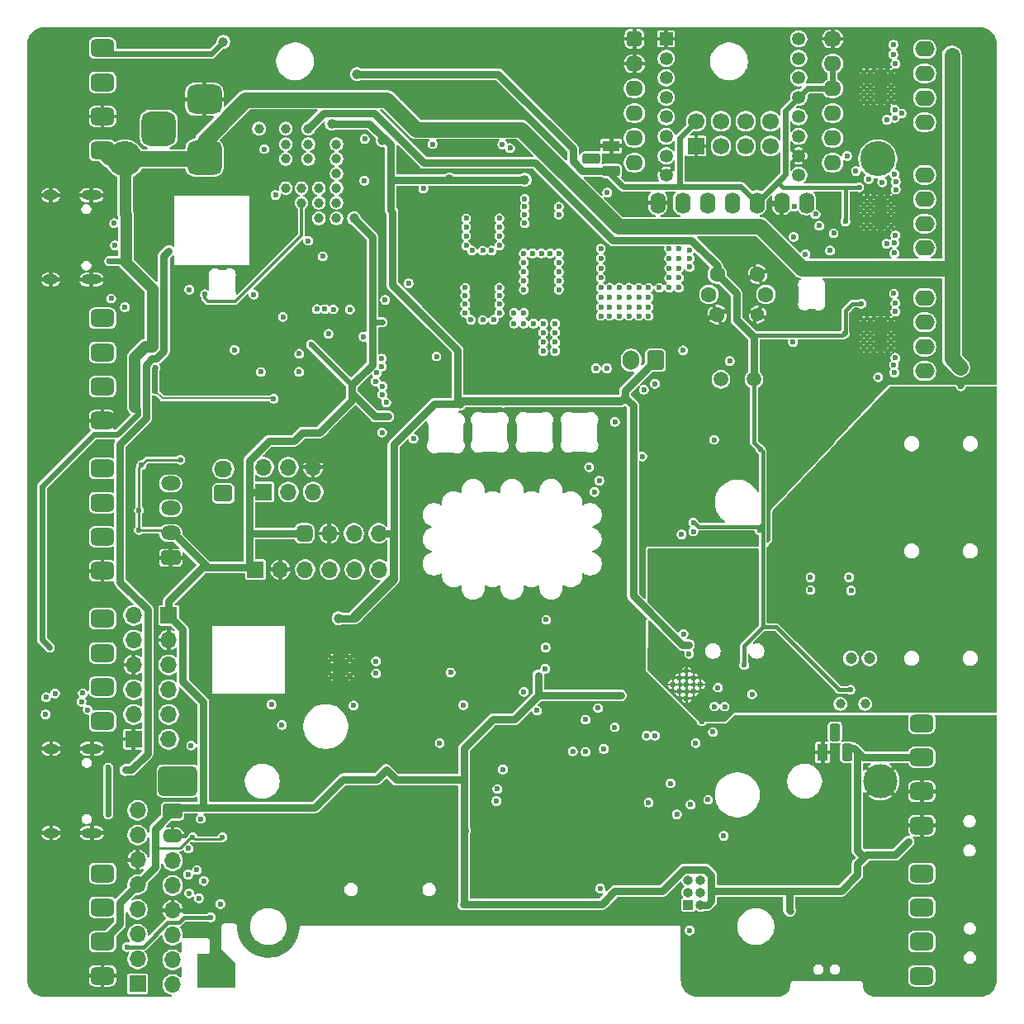
<source format=gbr>
%TF.GenerationSoftware,KiCad,Pcbnew,9.0.3*%
%TF.CreationDate,2025-08-15T14:55:13+02:00*%
%TF.ProjectId,labathome_pcb,6c616261-7468-46f6-9d65-5f7063622e6b,rev?*%
%TF.SameCoordinates,Original*%
%TF.FileFunction,Copper,L3,Inr*%
%TF.FilePolarity,Positive*%
%FSLAX46Y46*%
G04 Gerber Fmt 4.6, Leading zero omitted, Abs format (unit mm)*
G04 Created by KiCad (PCBNEW 9.0.3) date 2025-08-15 14:55:13*
%MOMM*%
%LPD*%
G01*
G04 APERTURE LIST*
G04 Aperture macros list*
%AMRoundRect*
0 Rectangle with rounded corners*
0 $1 Rounding radius*
0 $2 $3 $4 $5 $6 $7 $8 $9 X,Y pos of 4 corners*
0 Add a 4 corners polygon primitive as box body*
4,1,4,$2,$3,$4,$5,$6,$7,$8,$9,$2,$3,0*
0 Add four circle primitives for the rounded corners*
1,1,$1+$1,$2,$3*
1,1,$1+$1,$4,$5*
1,1,$1+$1,$6,$7*
1,1,$1+$1,$8,$9*
0 Add four rect primitives between the rounded corners*
20,1,$1+$1,$2,$3,$4,$5,0*
20,1,$1+$1,$4,$5,$6,$7,0*
20,1,$1+$1,$6,$7,$8,$9,0*
20,1,$1+$1,$8,$9,$2,$3,0*%
%AMHorizOval*
0 Thick line with rounded ends*
0 $1 width*
0 $2 $3 position (X,Y) of the first rounded end (center of the circle)*
0 $4 $5 position (X,Y) of the second rounded end (center of the circle)*
0 Add line between two ends*
20,1,$1,$2,$3,$4,$5,0*
0 Add two circle primitives to create the rounded ends*
1,1,$1,$2,$3*
1,1,$1,$4,$5*%
G04 Aperture macros list end*
%TA.AperFunction,ComponentPad*%
%ADD10R,1.700000X1.700000*%
%TD*%
%TA.AperFunction,ComponentPad*%
%ADD11O,1.700000X1.700000*%
%TD*%
%TA.AperFunction,ComponentPad*%
%ADD12O,2.000000X1.600000*%
%TD*%
%TA.AperFunction,ComponentPad*%
%ADD13RoundRect,0.750000X-1.000000X0.750000X-1.000000X-0.750000X1.000000X-0.750000X1.000000X0.750000X0*%
%TD*%
%TA.AperFunction,ComponentPad*%
%ADD14RoundRect,0.750000X-1.000000X1.000000X-1.000000X-1.000000X1.000000X-1.000000X1.000000X1.000000X0*%
%TD*%
%TA.AperFunction,ComponentPad*%
%ADD15RoundRect,0.875000X-0.875000X0.875000X-0.875000X-0.875000X0.875000X-0.875000X0.875000X0.875000X0*%
%TD*%
%TA.AperFunction,ComponentPad*%
%ADD16RoundRect,0.450000X-0.750000X0.450000X-0.750000X-0.450000X0.750000X-0.450000X0.750000X0.450000X0*%
%TD*%
%TA.AperFunction,ComponentPad*%
%ADD17C,1.500000*%
%TD*%
%TA.AperFunction,ComponentPad*%
%ADD18R,1.100000X1.800000*%
%TD*%
%TA.AperFunction,ComponentPad*%
%ADD19RoundRect,0.275000X-0.275000X-0.625000X0.275000X-0.625000X0.275000X0.625000X-0.275000X0.625000X0*%
%TD*%
%TA.AperFunction,ComponentPad*%
%ADD20RoundRect,0.450000X0.750000X-0.450000X0.750000X0.450000X-0.750000X0.450000X-0.750000X-0.450000X0*%
%TD*%
%TA.AperFunction,ComponentPad*%
%ADD21RoundRect,0.400000X-0.400000X-0.400000X0.400000X-0.400000X0.400000X0.400000X-0.400000X0.400000X0*%
%TD*%
%TA.AperFunction,ComponentPad*%
%ADD22O,1.800000X1.600000*%
%TD*%
%TA.AperFunction,ComponentPad*%
%ADD23RoundRect,0.208333X-0.791667X-0.541667X0.791667X-0.541667X0.791667X0.541667X-0.791667X0.541667X0*%
%TD*%
%TA.AperFunction,ComponentPad*%
%ADD24O,2.000000X1.400000*%
%TD*%
%TA.AperFunction,ComponentPad*%
%ADD25RoundRect,0.258929X0.741071X0.466071X-0.741071X0.466071X-0.741071X-0.466071X0.741071X-0.466071X0*%
%TD*%
%TA.AperFunction,ComponentPad*%
%ADD26O,2.000000X1.450000*%
%TD*%
%TA.AperFunction,ComponentPad*%
%ADD27O,1.600000X2.200000*%
%TD*%
%TA.AperFunction,ComponentPad*%
%ADD28C,1.700000*%
%TD*%
%TA.AperFunction,ComponentPad*%
%ADD29R,1.350000X1.350000*%
%TD*%
%TA.AperFunction,ComponentPad*%
%ADD30C,1.350000*%
%TD*%
%TA.AperFunction,ComponentPad*%
%ADD31C,1.200000*%
%TD*%
%TA.AperFunction,ComponentPad*%
%ADD32RoundRect,0.250000X0.675000X-0.600000X0.675000X0.600000X-0.675000X0.600000X-0.675000X-0.600000X0*%
%TD*%
%TA.AperFunction,ComponentPad*%
%ADD33O,1.850000X1.700000*%
%TD*%
%TA.AperFunction,ComponentPad*%
%ADD34RoundRect,0.500000X0.350000X-0.350000X0.350000X0.350000X-0.350000X0.350000X-0.350000X-0.350000X0*%
%TD*%
%TA.AperFunction,ComponentPad*%
%ADD35HorizOval,1.400000X0.000000X0.000000X0.000000X0.000000X0*%
%TD*%
%TA.AperFunction,ComponentPad*%
%ADD36C,1.600000*%
%TD*%
%TA.AperFunction,ComponentPad*%
%ADD37C,3.600000*%
%TD*%
%TA.AperFunction,ComponentPad*%
%ADD38C,1.000000*%
%TD*%
%TA.AperFunction,HeatsinkPad*%
%ADD39C,0.600000*%
%TD*%
%TA.AperFunction,HeatsinkPad*%
%ADD40C,0.500000*%
%TD*%
%TA.AperFunction,ComponentPad*%
%ADD41O,1.600000X1.000000*%
%TD*%
%TA.AperFunction,ComponentPad*%
%ADD42O,2.100000X1.000000*%
%TD*%
%TA.AperFunction,ComponentPad*%
%ADD43R,1.000000X1.000000*%
%TD*%
%TA.AperFunction,ComponentPad*%
%ADD44O,1.000000X1.000000*%
%TD*%
%TA.AperFunction,ComponentPad*%
%ADD45RoundRect,0.250000X0.600000X0.750000X-0.600000X0.750000X-0.600000X-0.750000X0.600000X-0.750000X0*%
%TD*%
%TA.AperFunction,ComponentPad*%
%ADD46O,1.700000X2.000000*%
%TD*%
%TA.AperFunction,ComponentPad*%
%ADD47RoundRect,0.428571X-1.571429X-1.071429X1.571429X-1.071429X1.571429X1.071429X-1.571429X1.071429X0*%
%TD*%
%TA.AperFunction,ComponentPad*%
%ADD48C,3.500000*%
%TD*%
%TA.AperFunction,ComponentPad*%
%ADD49R,1.800000X1.100000*%
%TD*%
%TA.AperFunction,ComponentPad*%
%ADD50RoundRect,0.275000X-0.625000X0.275000X-0.625000X-0.275000X0.625000X-0.275000X0.625000X0.275000X0*%
%TD*%
%TA.AperFunction,ViaPad*%
%ADD51C,0.600000*%
%TD*%
%TA.AperFunction,ViaPad*%
%ADD52C,1.000000*%
%TD*%
%TA.AperFunction,Conductor*%
%ADD53C,0.800000*%
%TD*%
%TA.AperFunction,Conductor*%
%ADD54C,0.600000*%
%TD*%
%TA.AperFunction,Conductor*%
%ADD55C,0.400000*%
%TD*%
%TA.AperFunction,Conductor*%
%ADD56C,0.300000*%
%TD*%
%TA.AperFunction,Conductor*%
%ADD57C,0.250000*%
%TD*%
%TA.AperFunction,Conductor*%
%ADD58C,0.200000*%
%TD*%
%TA.AperFunction,Conductor*%
%ADD59C,1.600000*%
%TD*%
%TA.AperFunction,Conductor*%
%ADD60C,1.200000*%
%TD*%
G04 APERTURE END LIST*
D10*
%TO.N,unconnected-(J12-Pin_1-Pad1)*%
%TO.C,J12*%
X111600000Y-148380000D03*
D11*
%TO.N,I2C_IRQ*%
X111600000Y-145840000D03*
%TO.N,SDA*%
X111600000Y-143300000D03*
%TO.N,SCL*%
X111600000Y-140760000D03*
%TO.N,+3V3*%
X111600000Y-138220000D03*
%TO.N,GND*%
X111600000Y-135680000D03*
%TO.N,unconnected-(J12-Pin_7-Pad7)*%
X111600000Y-133140000D03*
%TO.N,unconnected-(J12-Pin_8-Pad8)*%
X111600000Y-130600000D03*
%TD*%
D10*
%TO.N,+3V3*%
%TO.C,J10*%
X114800000Y-110600000D03*
D11*
%TO.N,GND*%
X114800000Y-113140000D03*
%TO.N,SCL*%
X114800000Y-115680000D03*
%TO.N,SDA*%
X114800000Y-118220000D03*
%TO.N,unconnected-(J10-Pin_5-Pad5)*%
X114800000Y-120760000D03*
%TO.N,unconnected-(J10-Pin_6-Pad6)*%
X114800000Y-123300000D03*
%TD*%
D12*
%TO.N,Net-(J30-Pin_1)*%
%TO.C,J30*%
X192300000Y-72950000D03*
%TO.N,Net-(J30-Pin_2)*%
X192300000Y-70450000D03*
%TO.N,Net-(J30-Pin_3)*%
X192300000Y-67950000D03*
%TO.N,Net-(J30-Pin_4)*%
X192300000Y-65450000D03*
%TD*%
D13*
%TO.N,GND*%
%TO.C,J9*%
X118457500Y-57700000D03*
D14*
%TO.N,5-24V*%
X118457500Y-63700000D03*
D15*
%TO.N,unconnected-(J9-Pad3)*%
X113757500Y-60700000D03*
%TD*%
D16*
%TO.N,DAC0*%
%TO.C,J27*%
X108005000Y-110950000D03*
%TO.N,DAC1x*%
X108005000Y-114450000D03*
%TO.N,ADC0_U1T*%
X108005000Y-117950000D03*
%TO.N,ADC1_U1R*%
X108005000Y-121450000D03*
%TD*%
D17*
%TO.N,+3V3*%
%TO.C,R32*%
X174800000Y-86400000D03*
%TO.N,BRIGHTNESS*%
X171400000Y-86400000D03*
%TD*%
D18*
%TO.N,GND*%
%TO.C,U13*%
X181850000Y-124650000D03*
D19*
%TO.N,1wire*%
X183120000Y-122580000D03*
%TO.N,+3V3*%
X184390000Y-124650000D03*
%TD*%
D20*
%TO.N,CANH*%
%TO.C,J15*%
X192000000Y-147550000D03*
%TO.N,CANL*%
X192000000Y-144050000D03*
%TO.N,RS485B*%
X192000000Y-140550000D03*
%TO.N,RS485A*%
X192000000Y-137050000D03*
%TD*%
D10*
%TO.N,+3V3*%
%TO.C,J26*%
X124520000Y-97940000D03*
D11*
%TO.N,OPAMP3+*%
X124520000Y-95400000D03*
%TO.N,OPAMP3-*%
X127060000Y-97940000D03*
%TO.N,PB12*%
X127060000Y-95400000D03*
%TO.N,OPAMP3Q*%
X129600000Y-97940000D03*
%TO.N,GND*%
X129600000Y-95400000D03*
%TD*%
D16*
%TO.N,SCL*%
%TO.C,J2*%
X108005000Y-137050000D03*
%TO.N,SDA*%
X108005000Y-140550000D03*
%TO.N,+3V3*%
X108005000Y-144050000D03*
%TO.N,GND*%
X108005000Y-147550000D03*
%TD*%
%TO.N,Net-(J1-Pin_1)*%
%TO.C,J1*%
X108005000Y-95550000D03*
%TO.N,Net-(J1-Pin_2)*%
X108005000Y-99050000D03*
%TO.N,Net-(J1-Pin_3)*%
X108005000Y-102550000D03*
%TO.N,GND*%
X108005000Y-106050000D03*
%TD*%
D21*
%TO.N,GND*%
%TO.C,M1*%
X162540000Y-51500000D03*
D22*
X162540000Y-54040000D03*
%TO.N,EXT_MOSI*%
X162540000Y-56580000D03*
%TO.N,EXT_CLK*%
X162540000Y-59120000D03*
%TO.N,EXT_CS*%
X162540000Y-61660000D03*
%TO.N,EXT_IO1*%
X162540000Y-64200000D03*
%TO.N,EXT_MISO*%
X182860000Y-64200000D03*
%TO.N,EXT_IO2*%
X182860000Y-61660000D03*
%TO.N,unconnected-(M1-NC-Pad9)*%
X182860000Y-59120000D03*
%TO.N,+3V3*%
X182860000Y-56580000D03*
X182860000Y-54040000D03*
%TO.N,GND*%
X182860000Y-51500000D03*
%TD*%
D12*
%TO.N,Net-(J24-Pin_1)*%
%TO.C,J24*%
X192300000Y-60050000D03*
%TO.N,Net-(J24-Pin_2)*%
X192300000Y-57550000D03*
%TO.N,Net-(J24-Pin_3)*%
X192300000Y-55050000D03*
%TO.N,Net-(J24-Pin_4)*%
X192300000Y-52550000D03*
%TD*%
D10*
%TO.N,GND*%
%TO.C,J19*%
X111200000Y-123300000D03*
D11*
%TO.N,SDA*%
X111200000Y-120760000D03*
%TO.N,SCL*%
X111200000Y-118220000D03*
%TO.N,GND*%
X111200000Y-115680000D03*
%TO.N,+3V3*%
X111200000Y-113140000D03*
%TO.N,unconnected-(J19-Pin_6-Pad6)*%
X111200000Y-110600000D03*
%TD*%
D23*
%TO.N,+3V3*%
%TO.C,J20*%
X115200000Y-130680000D03*
D24*
%TO.N,GND*%
X115200000Y-133220000D03*
D11*
%TO.N,SCL*%
X115200000Y-135760000D03*
%TO.N,SDA*%
X115200000Y-138300000D03*
%TO.N,GND*%
X115200000Y-140840000D03*
%TO.N,I2C_IRQ*%
X115200000Y-143380000D03*
%TO.N,unconnected-(J20-Pin_7-Pad7)*%
X115200000Y-145920000D03*
%TO.N,unconnected-(J20-Pin_8-Pad8)*%
X115200000Y-148460000D03*
%TD*%
D25*
%TO.N,GND*%
%TO.C,J4*%
X115000000Y-104700000D03*
D26*
%TO.N,+3V3*%
X115000000Y-102160000D03*
%TO.N,SCL*%
X115000000Y-99620000D03*
%TO.N,SDA*%
X115000000Y-97080000D03*
%TD*%
D27*
%TO.N,GND*%
%TO.C,X3*%
X164950000Y-68300000D03*
%TO.N,EXT_MOSI*%
X167490000Y-68300000D03*
%TO.N,EXT_MISO*%
X170030000Y-68300000D03*
%TO.N,EXT_IO1*%
X172570000Y-68300000D03*
%TO.N,+3V3*%
X175110000Y-68300000D03*
%TO.N,GND*%
X177650000Y-68300000D03*
%TO.N,EXT_IO2*%
X180190000Y-68300000D03*
%TD*%
D16*
%TO.N,+3V3*%
%TO.C,J22*%
X108005000Y-52450000D03*
%TO.N,+5V*%
X108005000Y-55950000D03*
%TO.N,GND*%
X108005000Y-59450000D03*
%TO.N,5-24V*%
X108005000Y-62950000D03*
%TD*%
D10*
%TO.N,GND*%
%TO.C,U15*%
X168875000Y-62489500D03*
D28*
%TO.N,+3V3*%
X168875000Y-59949500D03*
%TO.N,EXT_IO1*%
X171415000Y-62489500D03*
%TO.N,EXT_CS*%
X171415000Y-59949500D03*
%TO.N,EXT_CLK*%
X173955000Y-62489500D03*
%TO.N,EXT_MOSI*%
X173955000Y-59949500D03*
%TO.N,EXT_MISO*%
X176495000Y-62489500D03*
%TO.N,EXT_IO2*%
X176495000Y-59949500D03*
%TD*%
D29*
%TO.N,GND*%
%TO.C,U6*%
X165792500Y-51492500D03*
D30*
%TO.N,EXT_MISO*%
X165792500Y-53492500D03*
%TO.N,EXT_MOSI*%
X165792500Y-55492500D03*
%TO.N,EXT_CLK*%
X165792500Y-57492500D03*
%TO.N,EXT_CS*%
X165792500Y-59492500D03*
%TO.N,unconnected-(U6-RESET-Pad6)*%
X165792500Y-61492500D03*
%TO.N,unconnected-(U6-DIO5-Pad7)*%
X165792500Y-63492500D03*
%TO.N,GND*%
X165792500Y-65492500D03*
%TO.N,unconnected-(U6-ANT-Pad9)*%
X179392500Y-65492500D03*
%TO.N,GND*%
X179392500Y-63492500D03*
%TO.N,unconnected-(U6-DIO3-Pad11)*%
X179392500Y-61492500D03*
%TO.N,unconnected-(U6-DIO4-Pad12)*%
X179392500Y-59492500D03*
%TO.N,+3V3*%
X179392500Y-57492500D03*
%TO.N,EXT_IO1*%
X179392500Y-55492500D03*
%TO.N,EXT_IO2*%
X179392500Y-53492500D03*
%TO.N,unconnected-(U6-DIO2-Pad16)*%
X179392500Y-51492500D03*
%TD*%
D12*
%TO.N,Net-(J31-Pin_1)*%
%TO.C,J31*%
X192300000Y-85550000D03*
%TO.N,Net-(J31-Pin_2)*%
X192300000Y-83050000D03*
%TO.N,Net-(J31-Pin_3)*%
X192300000Y-80550000D03*
%TO.N,Net-(J31-Pin_4)*%
X192300000Y-78050000D03*
%TD*%
D31*
%TO.N,Net-(MK1--)*%
%TO.C,MK1*%
X186650000Y-115000000D03*
%TO.N,Net-(MK1-+)*%
X184750000Y-115000000D03*
%TD*%
D10*
%TO.N,+3V3*%
%TO.C,J23*%
X123700000Y-105900000D03*
D11*
%TO.N,GND*%
X126240000Y-105900000D03*
%TO.N,SCL*%
X128780000Y-105900000D03*
%TO.N,SDA*%
X131320000Y-105900000D03*
%TO.N,I2C_IRQ*%
X133860000Y-105900000D03*
%TO.N,unconnected-(J23-Pin_6-Pad6)*%
X136400000Y-105900000D03*
%TD*%
D32*
%TO.N,ADC1_U1R*%
%TO.C,J18*%
X120400000Y-98100000D03*
D33*
%TO.N,5-24V*%
X120400000Y-95600000D03*
%TO.N,GND*%
X120400000Y-93100000D03*
%TD*%
D34*
%TO.N,+3V3*%
%TO.C,J8*%
X128700000Y-102200000D03*
D11*
%TO.N,GND*%
X131240000Y-102200000D03*
%TO.N,Net-(D17-DOUT)*%
X133780000Y-102200000D03*
%TO.N,+5V*%
X136320000Y-102200000D03*
%TD*%
D20*
%TO.N,GND*%
%TO.C,J21*%
X192000000Y-132150000D03*
X192000000Y-128650000D03*
%TO.N,+3V3*%
X192000000Y-125150000D03*
%TO.N,1wire*%
X192000000Y-121650000D03*
%TD*%
D35*
%TO.N,GND*%
%TO.C,U22*%
X175165869Y-79767990D03*
D36*
%TO.N,Net-(U22-OEN)*%
X176023080Y-77698500D03*
%TO.N,GND*%
X175167990Y-75634131D03*
%TO.N,+3V3*%
X171034131Y-75632010D03*
%TO.N,MOVE*%
X170176920Y-77701500D03*
%TO.N,GND*%
X171032010Y-79765869D03*
%TD*%
D16*
%TO.N,Net-(J28-Pin_1)*%
%TO.C,J28*%
X108005000Y-80150000D03*
%TO.N,Net-(J28-Pin_2)*%
X108005000Y-83650000D03*
%TO.N,Net-(J28-Pin_3)*%
X108005000Y-87150000D03*
%TO.N,GND*%
X108005000Y-90650000D03*
%TD*%
D37*
%TO.N,5-24V*%
%TO.C,R33*%
X110300000Y-63800000D03*
%TO.N,HEATER_SW*%
X187500000Y-63800000D03*
%TD*%
D38*
%TO.N,Net-(U10-RLIN{slash}GPIO3)*%
%TO.C,TP6*%
X183655000Y-119685000D03*
%TD*%
D39*
%TO.N,GND*%
%TO.C,U3*%
X116600000Y-84500000D03*
X116600000Y-86100000D03*
X116600000Y-87700000D03*
X116600000Y-89300000D03*
X118850000Y-84500000D03*
X118850000Y-86100000D03*
X118850000Y-87700000D03*
X118850000Y-89300000D03*
%TD*%
D40*
%TO.N,GND*%
%TO.C,U2*%
X133350000Y-116825000D03*
X133350000Y-115025000D03*
X131550000Y-116825000D03*
X131550000Y-115025000D03*
%TD*%
D41*
%TO.N,GND*%
%TO.C,J13*%
X102700000Y-76170000D03*
D42*
X106880000Y-76170000D03*
D41*
X102700000Y-67530000D03*
D42*
X106880000Y-67530000D03*
%TD*%
D39*
%TO.N,GNDA*%
%TO.C,U10*%
X167900000Y-119114214D03*
X168607107Y-118407107D03*
X169314214Y-117700000D03*
X167192893Y-118407107D03*
X167900000Y-117700000D03*
X168607107Y-116992893D03*
X166485786Y-117700000D03*
X167192893Y-116992893D03*
X167900000Y-116285786D03*
%TD*%
D40*
%TO.N,GND*%
%TO.C,U19*%
X186050000Y-70700000D03*
X186750000Y-70700000D03*
X187450000Y-70700000D03*
X188150000Y-70700000D03*
X188850000Y-70700000D03*
X186050000Y-70000000D03*
X186750000Y-70000000D03*
X187450000Y-70000000D03*
X188150000Y-70000000D03*
X188850000Y-70000000D03*
X186050000Y-69300000D03*
X186750000Y-69300000D03*
X187450000Y-69300000D03*
X188150000Y-69300000D03*
X188850000Y-69300000D03*
X186050000Y-68600000D03*
X186750000Y-68600000D03*
X187450000Y-68600000D03*
X188150000Y-68600000D03*
X188850000Y-68600000D03*
X186050000Y-67900000D03*
X186750000Y-67900000D03*
X187450000Y-67900000D03*
X188150000Y-67900000D03*
X188850000Y-67900000D03*
%TD*%
%TO.N,GND*%
%TO.C,U20*%
X186050000Y-83200000D03*
X186750000Y-83200000D03*
X187450000Y-83200000D03*
X188150000Y-83200000D03*
X188850000Y-83200000D03*
X186050000Y-82500000D03*
X186750000Y-82500000D03*
X187450000Y-82500000D03*
X188150000Y-82500000D03*
X188850000Y-82500000D03*
X186050000Y-81800000D03*
X186750000Y-81800000D03*
X187450000Y-81800000D03*
X188150000Y-81800000D03*
X188850000Y-81800000D03*
X186050000Y-81100000D03*
X186750000Y-81100000D03*
X187450000Y-81100000D03*
X188150000Y-81100000D03*
X188850000Y-81100000D03*
X186050000Y-80400000D03*
X186750000Y-80400000D03*
X187450000Y-80400000D03*
X188150000Y-80400000D03*
X188850000Y-80400000D03*
%TD*%
D43*
%TO.N,PROG_EN*%
%TO.C,J6*%
X168065000Y-140270000D03*
D44*
%TO.N,+3V3*%
X169335000Y-140270000D03*
%TO.N,PROG_TX*%
X168065000Y-139000000D03*
%TO.N,GND*%
X169335000Y-139000000D03*
%TO.N,PROG_RX*%
X168065000Y-137730000D03*
%TO.N,BTN_GRN*%
X169335000Y-137730000D03*
%TD*%
D45*
%TO.N,+5V*%
%TO.C,J7*%
X164700000Y-84450000D03*
D46*
%TO.N,Net-(J7-Pin_2)*%
X162200000Y-84450000D03*
%TD*%
D47*
%TO.N,+BATT*%
%TO.C,BT1*%
X115745000Y-127600000D03*
D48*
%TO.N,GND*%
X187745000Y-127600000D03*
%TD*%
D40*
%TO.N,GND*%
%TO.C,U14*%
X186050000Y-57800000D03*
X186750000Y-57800000D03*
X187450000Y-57800000D03*
X188150000Y-57800000D03*
X188850000Y-57800000D03*
X186050000Y-57100000D03*
X186750000Y-57100000D03*
X187450000Y-57100000D03*
X188150000Y-57100000D03*
X188850000Y-57100000D03*
X186050000Y-56400000D03*
X186750000Y-56400000D03*
X187450000Y-56400000D03*
X188150000Y-56400000D03*
X188850000Y-56400000D03*
X186050000Y-55700000D03*
X186750000Y-55700000D03*
X187450000Y-55700000D03*
X188150000Y-55700000D03*
X188850000Y-55700000D03*
X186050000Y-55000000D03*
X186750000Y-55000000D03*
X187450000Y-55000000D03*
X188150000Y-55000000D03*
X188850000Y-55000000D03*
%TD*%
D49*
%TO.N,GND*%
%TO.C,U17*%
X160170000Y-62480000D03*
D50*
%TO.N,1wire*%
X158100000Y-63750000D03*
%TO.N,+3V3*%
X160170000Y-65020000D03*
%TD*%
D41*
%TO.N,GND*%
%TO.C,J5*%
X102742500Y-132920000D03*
D42*
X106922500Y-132920000D03*
D41*
X102742500Y-124280000D03*
D42*
X106922500Y-124280000D03*
%TD*%
D38*
%TO.N,/audioamplifier/JACK_DETECT*%
%TO.C,TP1*%
X186195000Y-119685000D03*
%TD*%
D51*
%TO.N,+BATT*%
X117100000Y-123950000D03*
%TO.N,GND*%
X168000000Y-146900000D03*
X147200000Y-119450000D03*
X105500000Y-128600000D03*
X118600000Y-94700000D03*
X175200000Y-64400000D03*
X127800000Y-133500000D03*
D52*
X131700000Y-55700000D03*
D51*
X125900000Y-80650000D03*
X102750000Y-109750000D03*
X113600000Y-147500000D03*
X139400000Y-100700000D03*
X122050000Y-131200000D03*
X148100000Y-108400000D03*
X110200000Y-79800000D03*
X139900000Y-98200000D03*
X107400000Y-101100000D03*
X115300000Y-75100000D03*
X129330991Y-90776901D03*
X198800000Y-55100000D03*
X198100000Y-56300000D03*
X106300000Y-109800000D03*
X145600000Y-94300000D03*
X167500000Y-142100000D03*
X160800000Y-120200000D03*
X150200000Y-94300000D03*
X115600000Y-83600000D03*
X143000000Y-129200000D03*
X199300000Y-145700000D03*
X198700000Y-66600000D03*
X108900000Y-88800000D03*
X153900000Y-128900000D03*
X121750000Y-64150000D03*
X183300000Y-85300000D03*
X176700000Y-52600000D03*
X189700000Y-62300000D03*
X166000000Y-80400000D03*
X117600000Y-112600000D03*
X190400000Y-142900000D03*
X199000000Y-133300000D03*
X102600000Y-63700000D03*
X111300000Y-81350000D03*
X139450000Y-131450000D03*
X113600000Y-65100000D03*
X143150000Y-111550000D03*
X132600000Y-105000000D03*
X175250000Y-66500000D03*
X182400000Y-136900000D03*
X171600000Y-147000000D03*
X140200000Y-88825000D03*
X194600000Y-140300000D03*
X104100000Y-64700000D03*
X155500000Y-109550000D03*
X168300000Y-80400000D03*
X195550000Y-51900000D03*
X102100000Y-148400000D03*
X145950000Y-110400000D03*
X137200000Y-138650000D03*
X106900000Y-107650000D03*
X166950000Y-133000000D03*
X141900000Y-97200000D03*
X121800000Y-141100000D03*
X160900000Y-137000000D03*
X182800000Y-135600000D03*
X153000000Y-51700000D03*
X198500000Y-71100000D03*
X166650000Y-82900000D03*
X119250000Y-91150000D03*
X128575000Y-87025000D03*
X140900000Y-129750000D03*
X174900000Y-72550000D03*
X187300000Y-149000000D03*
X119250000Y-132950000D03*
X163700000Y-134400000D03*
X132850000Y-75550000D03*
X135100000Y-103000000D03*
X164100000Y-56200000D03*
X119100000Y-86850000D03*
X105100000Y-114575000D03*
X172900000Y-91300000D03*
X117700000Y-83900000D03*
X128050000Y-91000000D03*
X176100000Y-124700000D03*
X167000000Y-57200000D03*
X141500000Y-57500000D03*
X151300000Y-141400000D03*
X164400000Y-103100000D03*
X161900000Y-141600000D03*
X143000000Y-56500000D03*
X150800000Y-137450000D03*
X197100000Y-78400000D03*
X127600000Y-108750000D03*
X110200000Y-129850000D03*
X188400000Y-139000000D03*
D52*
X123250000Y-54500000D03*
D51*
X121350000Y-94000000D03*
X171100000Y-146000000D03*
X190900000Y-130050000D03*
X161800000Y-65600000D03*
X186400000Y-146800000D03*
X116796587Y-142596587D03*
X179800000Y-129900000D03*
X183100000Y-127300000D03*
X188700000Y-147400000D03*
X171500735Y-73049265D03*
X118300000Y-91200000D03*
X112450000Y-68400000D03*
X113600000Y-149400000D03*
X198100000Y-82000000D03*
X115900000Y-81150000D03*
X121500000Y-124300000D03*
X130350000Y-134350000D03*
X113600000Y-140500000D03*
X199400000Y-142200000D03*
X140000000Y-141300000D03*
X137800000Y-110700000D03*
X199400000Y-129900000D03*
X187550000Y-121300000D03*
X147300000Y-112500000D03*
X135700000Y-96700000D03*
X112200000Y-92250000D03*
X182350000Y-133950000D03*
X172400000Y-147900000D03*
X117250000Y-81100000D03*
X143250000Y-139600000D03*
X187200000Y-51900000D03*
X171400000Y-78400000D03*
X104850000Y-100100000D03*
X112800000Y-100950000D03*
X110900000Y-106200000D03*
X196000000Y-87125000D03*
X198000000Y-138700000D03*
X108600000Y-132000000D03*
X121700000Y-101800000D03*
X156000000Y-137400000D03*
X145000000Y-57500000D03*
X143150000Y-113350000D03*
X197112500Y-76175000D03*
X177900000Y-96400000D03*
X158980990Y-89529769D03*
X172900000Y-61000000D03*
X182700000Y-145200000D03*
X104950000Y-135850000D03*
X160850000Y-140400000D03*
X156050000Y-96350000D03*
X108500000Y-112700000D03*
X169000000Y-148500000D03*
X198100000Y-57200000D03*
X125900000Y-96500000D03*
X108800000Y-116250000D03*
X116400000Y-75900000D03*
X131600000Y-87250000D03*
X127400000Y-81775000D03*
X113050000Y-70250000D03*
X177200000Y-64200000D03*
X169500000Y-128400000D03*
X190800000Y-62300000D03*
X161500000Y-89700000D03*
X196600000Y-124300000D03*
X195500000Y-50900000D03*
X113000000Y-102500000D03*
X173050000Y-103200000D03*
X119800000Y-108900000D03*
X169800000Y-126600000D03*
X189500000Y-76400000D03*
X182800000Y-137950000D03*
X151200000Y-131600000D03*
X132275000Y-73900000D03*
X176900000Y-140800000D03*
X152950000Y-112850000D03*
X102300000Y-127500000D03*
X152100000Y-108350000D03*
X130600000Y-89500000D03*
X173200000Y-88500000D03*
X120800000Y-63000000D03*
X159100000Y-52800000D03*
X198500000Y-74300000D03*
X147500000Y-56800000D03*
X120800000Y-64150000D03*
X198100000Y-59500000D03*
X106800000Y-104400000D03*
X114100000Y-52200000D03*
X197800000Y-143900000D03*
X161200000Y-51000000D03*
X104900000Y-125200000D03*
X163700000Y-141800000D03*
X194000000Y-136800000D03*
X126900000Y-110950000D03*
X126200000Y-108900000D03*
X177700000Y-134050000D03*
X103900000Y-97100000D03*
X131300000Y-94600000D03*
X177800000Y-51300000D03*
X102300000Y-129500000D03*
X105800000Y-73200000D03*
X127300000Y-71700000D03*
X133700000Y-121300000D03*
X163700000Y-132700000D03*
X157800000Y-133350000D03*
X178500000Y-137800000D03*
X162100000Y-133100000D03*
X169700000Y-130600000D03*
X109550000Y-122900000D03*
X151000000Y-134500000D03*
X156300000Y-110400000D03*
X173000000Y-95600000D03*
X154800000Y-114000000D03*
X189250000Y-137800000D03*
X111800000Y-74100000D03*
X198100000Y-78800000D03*
X123700000Y-121700000D03*
X184100000Y-128600000D03*
X124300000Y-65100000D03*
X183500000Y-142800000D03*
X118700000Y-83450000D03*
X123800000Y-74050000D03*
X145408751Y-89517458D03*
X148100000Y-119450000D03*
X118400000Y-132950000D03*
X154650000Y-58050000D03*
X105400000Y-87100000D03*
X177700000Y-143300000D03*
X128600000Y-83075000D03*
X181300000Y-90700000D03*
X140675000Y-83580153D03*
X120550000Y-91600000D03*
X111050000Y-80350000D03*
X145450000Y-95900000D03*
X143800000Y-130150000D03*
X182798821Y-68864913D03*
X160400000Y-81400000D03*
X198050000Y-60850000D03*
X111600000Y-66400000D03*
X198500000Y-75800000D03*
X125250000Y-69825000D03*
X105600000Y-70600000D03*
X150950000Y-116600000D03*
X156550000Y-112250000D03*
X101800000Y-69100000D03*
X151000000Y-95000000D03*
X105400000Y-81300000D03*
X197661827Y-86436827D03*
X143850000Y-112450000D03*
X184900000Y-77500000D03*
X177100000Y-144350000D03*
X175600000Y-127600000D03*
X198700000Y-61600000D03*
X194400000Y-149400000D03*
X193825000Y-56400000D03*
X140100000Y-96200000D03*
X198000000Y-147000000D03*
X157400000Y-136050000D03*
X156100000Y-130150000D03*
X182700000Y-68000000D03*
X178300000Y-90700000D03*
X149550000Y-119150000D03*
X108550000Y-75400000D03*
X134300000Y-82900000D03*
X121850000Y-65100000D03*
X188500000Y-76400000D03*
X164500000Y-101000000D03*
X137500000Y-91300000D03*
X136700000Y-98300000D03*
X103500000Y-69500000D03*
X138600000Y-79725000D03*
X138700000Y-57500000D03*
X146220000Y-119445325D03*
X165900000Y-102900000D03*
X178300000Y-121500000D03*
X118500000Y-106950000D03*
X128100000Y-123100000D03*
X197112500Y-66100000D03*
X182400000Y-129700000D03*
X133225000Y-90350000D03*
X195600000Y-126900000D03*
X115300000Y-76800000D03*
X161300000Y-124900000D03*
X139625000Y-126500000D03*
X166000000Y-98100000D03*
X112800000Y-73100000D03*
X142550000Y-137100000D03*
X177100000Y-149300000D03*
X198800000Y-53100000D03*
X164700000Y-82600000D03*
X158400000Y-57700000D03*
X174100000Y-65800000D03*
X148650000Y-110350000D03*
X129600000Y-86300000D03*
X103500000Y-87100000D03*
X108050000Y-65250000D03*
X160550000Y-56550000D03*
X168300000Y-81900000D03*
X116800000Y-67200000D03*
X160150000Y-134900000D03*
X169300000Y-81200000D03*
X104300000Y-146700000D03*
X101900000Y-74400000D03*
X166000000Y-81900000D03*
X198700000Y-63000000D03*
X102500000Y-91400000D03*
X197112500Y-61925000D03*
X189600000Y-136050000D03*
X152100000Y-109650000D03*
X198100000Y-80000000D03*
X128000000Y-122100000D03*
X139900000Y-104700000D03*
X155000000Y-94200000D03*
X192000000Y-149200000D03*
X184000000Y-55525000D03*
X168600000Y-88800000D03*
X159300000Y-141400000D03*
X157500000Y-96850000D03*
X134000000Y-83800000D03*
X106500000Y-88800000D03*
X136475000Y-89300000D03*
X173300000Y-132900000D03*
X117650000Y-85300000D03*
X159800000Y-59900000D03*
X106000000Y-149000000D03*
X136700000Y-109800000D03*
X139300000Y-103500000D03*
X152400000Y-96400000D03*
X183600000Y-90700000D03*
X176800000Y-132900000D03*
X180900000Y-54150000D03*
X103200000Y-92900000D03*
X115600000Y-67200000D03*
X130000000Y-108300000D03*
X109850000Y-81150000D03*
X189200000Y-123400000D03*
X116800000Y-65800000D03*
X148650000Y-96350000D03*
X112450000Y-66850000D03*
X134350000Y-90100000D03*
X132550000Y-84450000D03*
X136300000Y-95100000D03*
X105500000Y-116900000D03*
X197112500Y-69625000D03*
X199300000Y-124000000D03*
X117100000Y-75200000D03*
X101600000Y-143000000D03*
X153200000Y-136900000D03*
X141600000Y-130450000D03*
X173200000Y-121800000D03*
X120850000Y-81900000D03*
X113000000Y-105000000D03*
X163400000Y-136200000D03*
X118400000Y-92700000D03*
X104600000Y-109200000D03*
X107900000Y-135300000D03*
X190800000Y-63400000D03*
X151000000Y-112750000D03*
X100800000Y-141600000D03*
X149450000Y-117650000D03*
X149600000Y-133100000D03*
X122900000Y-88950000D03*
X194600000Y-121700000D03*
X126900000Y-109450000D03*
X122800000Y-85450000D03*
X188700000Y-50950000D03*
X123050000Y-86250000D03*
X104200000Y-127800000D03*
X128300000Y-88200000D03*
X121520000Y-91110000D03*
X113700000Y-73100000D03*
X113700000Y-145400000D03*
X116300000Y-95900000D03*
X169500000Y-64300000D03*
X102500000Y-94600000D03*
X177300000Y-137300000D03*
X109600000Y-116650000D03*
X198100000Y-83200000D03*
X126700000Y-80800000D03*
X160300000Y-133100000D03*
X103400000Y-110800000D03*
X150000000Y-129800000D03*
X103800000Y-145200000D03*
X108600000Y-139000000D03*
X163100000Y-131050000D03*
X103900000Y-141850000D03*
X170400000Y-65700000D03*
X133400000Y-130050000D03*
X185130000Y-79400000D03*
X102850000Y-82950000D03*
X192750000Y-145800000D03*
X167000000Y-123300000D03*
X148700000Y-112800000D03*
X182400000Y-76300000D03*
X122938819Y-82250000D03*
X176400000Y-64900000D03*
X171600000Y-140800000D03*
X151100000Y-135950000D03*
X109000000Y-149100000D03*
X134800000Y-141300000D03*
X164100000Y-53600000D03*
X152900000Y-142000000D03*
X102400000Y-131200000D03*
X145100000Y-52400000D03*
X106400000Y-106450000D03*
X167200000Y-91800000D03*
X115750000Y-57000000D03*
X122000000Y-96400000D03*
X187100000Y-78450000D03*
X137400000Y-56300000D03*
X117300000Y-91200000D03*
X144050000Y-126450000D03*
X181400000Y-132100000D03*
X166400000Y-142100000D03*
X174200000Y-149100000D03*
X115600000Y-82200000D03*
X198700000Y-65400000D03*
X198400000Y-77500000D03*
X116800000Y-82200000D03*
X109400000Y-123700000D03*
X115600000Y-82900000D03*
X191100000Y-123300000D03*
X170850000Y-88700000D03*
X138800000Y-108200000D03*
X168500000Y-99500000D03*
X102800000Y-102500000D03*
X110200000Y-146700000D03*
X118000000Y-143000000D03*
X177000000Y-123900000D03*
X175850000Y-90150000D03*
X105900000Y-79600000D03*
X107300000Y-138800000D03*
X117000000Y-98700000D03*
X144050000Y-140900000D03*
X140050000Y-62050000D03*
X121750000Y-63000000D03*
X162800000Y-65800000D03*
X148400000Y-51800000D03*
X156000000Y-119900000D03*
X103700000Y-88800000D03*
X161900000Y-134600000D03*
X116150000Y-86900000D03*
X175600000Y-122561000D03*
X167600000Y-145300000D03*
X105700000Y-138750000D03*
X151900000Y-128100000D03*
X101600000Y-137900000D03*
X174600000Y-133300000D03*
X113650000Y-95710000D03*
X116200000Y-66500000D03*
X195800000Y-138700000D03*
X196900000Y-138700000D03*
X168850000Y-91450000D03*
X135700000Y-88200000D03*
X160200000Y-125000000D03*
X130104117Y-82294174D03*
X198700000Y-67400000D03*
X105500000Y-83400000D03*
X104200000Y-116100000D03*
X128400000Y-129100000D03*
X124600000Y-67400000D03*
X140800000Y-93200000D03*
X117700000Y-86900000D03*
X180850000Y-79450000D03*
X179800000Y-94300000D03*
X131300000Y-86000000D03*
X131800000Y-88900000D03*
X184150000Y-57200000D03*
X142400000Y-131200000D03*
X192100000Y-134900000D03*
X161200000Y-129450000D03*
X181600000Y-88200000D03*
X126850000Y-126400000D03*
X167100000Y-81200000D03*
X187200000Y-53058884D03*
X127550000Y-111700000D03*
X128500000Y-140900000D03*
X156900000Y-129000000D03*
X121400000Y-81100000D03*
X141500000Y-52800000D03*
X189400000Y-142200000D03*
X177000000Y-84900000D03*
X197112500Y-81200000D03*
X187800000Y-77300000D03*
X169500000Y-145800000D03*
X150800000Y-127100000D03*
X188700000Y-144700000D03*
X148900000Y-141900000D03*
X139000000Y-93300000D03*
X198100000Y-58400000D03*
X119150000Y-85250000D03*
X162700000Y-113800000D03*
X102500000Y-145000000D03*
X155300000Y-141900000D03*
X161300000Y-131000000D03*
X115200000Y-80100000D03*
X140300000Y-129100000D03*
X165000000Y-141800000D03*
X119600000Y-85950000D03*
X119700000Y-124200000D03*
X194700000Y-143100000D03*
X184200000Y-140900000D03*
X194100000Y-147700000D03*
X149200000Y-116600000D03*
X180300000Y-85000000D03*
X178500000Y-88200000D03*
X102200000Y-140900000D03*
X112200000Y-65200000D03*
X113200000Y-106600000D03*
X197400000Y-50900000D03*
X116550000Y-108850000D03*
X127700000Y-132000000D03*
X172900000Y-123200000D03*
X111200000Y-93900000D03*
X105350000Y-122050000D03*
X108700000Y-68600000D03*
X159100000Y-129700000D03*
X197112500Y-68600000D03*
X181150000Y-145350000D03*
X115600000Y-65800000D03*
X167500000Y-58400000D03*
X198900000Y-60300000D03*
X110600000Y-52200000D03*
X110400000Y-83400000D03*
X132100000Y-130600000D03*
X134050000Y-84900000D03*
X108400000Y-107700000D03*
X123800000Y-75200000D03*
X181500000Y-121500000D03*
X157600000Y-130000000D03*
X139800000Y-106500000D03*
X116200000Y-85300000D03*
X197112500Y-59650000D03*
X117750000Y-82900000D03*
X193600000Y-50600000D03*
X108400000Y-93400000D03*
X127600000Y-110250000D03*
X164500000Y-62000000D03*
X160200000Y-116000000D03*
X167200000Y-51200000D03*
X102150000Y-88400000D03*
X122100000Y-92600000D03*
X118600000Y-104200000D03*
X125150000Y-65100000D03*
X146750000Y-118800000D03*
X197800000Y-122200000D03*
X160600000Y-84500000D03*
X152850000Y-130000000D03*
X101000000Y-146800000D03*
X118900000Y-81100000D03*
X198700000Y-64100000D03*
X137200000Y-134000000D03*
X198100000Y-84300000D03*
X185000000Y-73200000D03*
X116650000Y-83550000D03*
X131000000Y-139600000D03*
X104900000Y-148100000D03*
X118000000Y-145600000D03*
X141200000Y-107850000D03*
X108000000Y-142300000D03*
X139211464Y-75218283D03*
X124600000Y-124100000D03*
X105100000Y-89800000D03*
X180800000Y-92800000D03*
X136000000Y-52400000D03*
X110800000Y-82500000D03*
X199400000Y-135900000D03*
X198100000Y-54100000D03*
X178600000Y-131400000D03*
X168700000Y-57200000D03*
X178600000Y-123300000D03*
X104350000Y-121650000D03*
X158100000Y-61850000D03*
X164200000Y-58900000D03*
X131250000Y-127250000D03*
X197112500Y-63900000D03*
X178200000Y-93000000D03*
X173100000Y-141100000D03*
X114300000Y-92700000D03*
X111800000Y-73100000D03*
X194900000Y-124000000D03*
X110000000Y-119500000D03*
X107200000Y-61200000D03*
X116200000Y-92700000D03*
X138400000Y-90900000D03*
X101400000Y-51700000D03*
X193050000Y-69200000D03*
X170400000Y-58400000D03*
X106300000Y-143700000D03*
X139800000Y-87000000D03*
X156900000Y-108150000D03*
X147050000Y-118000000D03*
X125200000Y-80100000D03*
X183000000Y-80500000D03*
X198700000Y-51100000D03*
X146550000Y-141900000D03*
X173000000Y-125800000D03*
X187800000Y-133600000D03*
X123500000Y-65100000D03*
X141500000Y-110950000D03*
X103600000Y-74500000D03*
X188100000Y-50700000D03*
X105000000Y-96100000D03*
X139900000Y-56200000D03*
X198600000Y-69100000D03*
X164900000Y-81200000D03*
X130500000Y-87500000D03*
X109100000Y-76900000D03*
X158700000Y-131800000D03*
X192500000Y-138700000D03*
X122250000Y-81450000D03*
X149882544Y-89517458D03*
X135700000Y-121100000D03*
X168000000Y-65300000D03*
X120200000Y-147200000D03*
X112150000Y-70300000D03*
X158600000Y-117400000D03*
X121500000Y-103000000D03*
X199400000Y-86300000D03*
X107000000Y-93950000D03*
X130400000Y-109700000D03*
X185600000Y-51800000D03*
X100600000Y-136600000D03*
X147600000Y-109600000D03*
D52*
X163250000Y-82750000D03*
D51*
X162200000Y-115700000D03*
X171000000Y-63900000D03*
X187200000Y-76425000D03*
X198100000Y-81100000D03*
X102600000Y-97800000D03*
X154650000Y-130500000D03*
X164900000Y-64400000D03*
X112800000Y-71500000D03*
X194000000Y-127000000D03*
X169600000Y-53200000D03*
X197112500Y-72125000D03*
X158050000Y-134750000D03*
X189150000Y-133600000D03*
X115300000Y-75900000D03*
X138200000Y-129950000D03*
X121300000Y-106600000D03*
X104400000Y-92200000D03*
X154445735Y-89545735D03*
X121900000Y-99200000D03*
X104300000Y-143700000D03*
X163200000Y-140500000D03*
X125700000Y-91800000D03*
X135800000Y-131200000D03*
X180200000Y-72500000D03*
X181200000Y-51400000D03*
X132600000Y-133500000D03*
X126200000Y-110600000D03*
X111500000Y-68900000D03*
X181500000Y-82600000D03*
X162000000Y-119700000D03*
X106300000Y-91300000D03*
X186550000Y-145250000D03*
X116700000Y-102300000D03*
X199200000Y-127200000D03*
X119700000Y-99700000D03*
X197112500Y-74200000D03*
X121950000Y-85300000D03*
X122650000Y-65100000D03*
X105500000Y-139700000D03*
X185100000Y-53900000D03*
X182300000Y-147600000D03*
X103500000Y-125500000D03*
X195800000Y-127700000D03*
X169350000Y-133000000D03*
X132275000Y-72425000D03*
X139100000Y-124050000D03*
X169500000Y-96100000D03*
X198000000Y-127700000D03*
X163800000Y-120300000D03*
X148900000Y-57600000D03*
X137650000Y-109800000D03*
X167500000Y-95200000D03*
X184300000Y-88300000D03*
X158700000Y-137200000D03*
X198400000Y-72200000D03*
D52*
%TO.N,+3V3*%
X128400000Y-68300000D03*
D51*
X136712500Y-80550000D03*
X145000000Y-140250000D03*
X172600000Y-138850000D03*
X137100000Y-126450000D03*
X178500000Y-140900000D03*
D52*
X132000000Y-69900000D03*
D51*
X184168811Y-70208266D03*
X135657307Y-82600000D03*
D52*
X128400000Y-66800000D03*
X132000000Y-66800000D03*
X132000000Y-62300000D03*
D51*
X184772500Y-137822500D03*
X173800000Y-115700000D03*
X184700000Y-118235000D03*
X128500000Y-91850000D03*
X185825000Y-78650000D03*
D52*
X126800000Y-63800000D03*
D51*
X175400000Y-101900000D03*
D52*
X126800000Y-62300000D03*
D51*
X120300000Y-133350000D03*
X145050000Y-130550000D03*
D52*
X126800000Y-66800000D03*
D51*
X132580000Y-127500000D03*
X174760570Y-82060570D03*
X161150000Y-118800000D03*
D52*
X129100000Y-60700000D03*
D51*
X129400000Y-82825000D03*
X111750000Y-101850000D03*
X145050000Y-136650000D03*
X185600000Y-66700000D03*
D52*
X130200000Y-66800000D03*
D51*
X145000000Y-124400000D03*
X152700000Y-116750000D03*
D52*
X130200000Y-69900000D03*
X133800000Y-69900000D03*
X130200000Y-68300000D03*
D51*
X137300000Y-90200000D03*
D52*
X124050000Y-60700000D03*
D51*
X116000000Y-94650000D03*
D52*
X134100000Y-55100000D03*
D51*
X111750000Y-99850000D03*
X190650000Y-133800000D03*
D52*
X120400000Y-51800000D03*
X126800000Y-60700000D03*
D51*
X145000000Y-119800000D03*
D52*
X132000000Y-68300000D03*
D51*
X117250000Y-133350000D03*
D52*
X132000000Y-63800000D03*
D51*
X168600000Y-101100000D03*
D52*
X132000000Y-65300000D03*
D51*
X112000000Y-95200000D03*
X145300000Y-132650000D03*
X184100000Y-81700000D03*
D52*
X129100000Y-63800000D03*
X129100000Y-62300000D03*
D51*
X118513686Y-77686314D03*
X175450000Y-93550000D03*
%TO.N,PROG_EN*%
X168200000Y-142900000D03*
X159050000Y-138600000D03*
%TO.N,GNDA*%
X182100000Y-96900000D03*
X182600000Y-118300000D03*
X185000000Y-92600000D03*
X192400000Y-103300000D03*
X199300000Y-119600000D03*
X186500000Y-104300000D03*
X193600000Y-117100000D03*
X176100000Y-113200000D03*
X179400000Y-100900000D03*
X194100000Y-109050000D03*
X177800000Y-105350000D03*
X190500000Y-110400000D03*
X194250000Y-107250000D03*
X188600000Y-106600000D03*
X188300000Y-108700000D03*
X184100000Y-113400000D03*
X198300000Y-91200000D03*
X173950000Y-104150000D03*
X195200000Y-105300000D03*
X191400000Y-112300000D03*
X184700000Y-95000000D03*
X182900000Y-99500000D03*
X195700000Y-114000000D03*
X167700000Y-109500000D03*
X188200000Y-103900000D03*
X188550000Y-93100000D03*
X195600000Y-116800000D03*
X180000000Y-111125000D03*
X199400000Y-116800000D03*
X180200000Y-104900000D03*
X179600000Y-116800000D03*
X190600000Y-113400000D03*
X198300000Y-87800000D03*
X186100000Y-112000000D03*
X164950000Y-107650000D03*
X174100000Y-116600000D03*
X195100000Y-94700000D03*
X196400000Y-110400000D03*
X188650000Y-97400000D03*
X198800000Y-105250000D03*
X165150000Y-104550000D03*
X197250000Y-102700000D03*
X193000000Y-105300000D03*
X195000000Y-119150000D03*
X190200000Y-92000000D03*
X196300000Y-88200000D03*
X199000000Y-97800000D03*
X190500000Y-90500000D03*
X193000000Y-114900000D03*
X188300000Y-116000000D03*
X195900000Y-102450000D03*
X175700000Y-117900000D03*
X193300000Y-94300000D03*
X184600000Y-105400000D03*
X176900000Y-115900000D03*
X174900000Y-115800000D03*
X197200000Y-105700000D03*
X192700000Y-111700000D03*
X197300000Y-116800000D03*
X194900000Y-97500000D03*
X169100000Y-111000000D03*
X179200000Y-105800000D03*
X183300000Y-112000000D03*
X184800000Y-99500000D03*
X188500000Y-118000000D03*
X179600000Y-118300000D03*
X196150000Y-91250000D03*
X176550000Y-103600000D03*
X195050000Y-115500000D03*
X199400000Y-107000000D03*
X187000000Y-92200000D03*
X192500000Y-116900000D03*
X180400000Y-112700000D03*
X172150000Y-104150000D03*
X185800000Y-97100000D03*
X193600000Y-120000000D03*
X192700000Y-92250000D03*
X188600000Y-113300000D03*
X192200000Y-90600000D03*
X186500000Y-100300000D03*
X190750000Y-99600000D03*
X198300000Y-98800000D03*
X180500000Y-99700000D03*
X198300000Y-102200000D03*
X179000000Y-107500000D03*
X179150000Y-104050000D03*
X189600000Y-114800000D03*
X197300000Y-109200000D03*
X186000000Y-113800000D03*
X192200000Y-107700000D03*
X182800000Y-95000000D03*
X196400000Y-112200000D03*
X192100000Y-96700000D03*
X189400000Y-103100000D03*
X182300000Y-112800000D03*
X169466786Y-121471872D03*
X197300000Y-98200000D03*
X198900000Y-114850000D03*
X188350000Y-116950000D03*
X198400000Y-109700000D03*
X192000000Y-102000000D03*
X176700000Y-117900000D03*
X197300000Y-94800000D03*
X188735000Y-119685000D03*
X199250000Y-94500000D03*
X184800000Y-111600000D03*
X182600000Y-103400000D03*
X188300000Y-92000000D03*
X194000000Y-118800000D03*
X172200000Y-112600000D03*
X195400000Y-95900000D03*
X197000000Y-100400000D03*
%TO.N,/psu/BOOT*%
X124600000Y-62800000D03*
X125750000Y-67500000D03*
%TO.N,+5V*%
X168141942Y-113741942D03*
D52*
X161599999Y-88281370D03*
X143600000Y-65900000D03*
X136720000Y-61900000D03*
D51*
X153900000Y-88725000D03*
D52*
X132200000Y-110900000D03*
X131500000Y-60200000D03*
D51*
X137750000Y-69250000D03*
D52*
X151300000Y-65950000D03*
X144634401Y-88925000D03*
D51*
X149100000Y-88800000D03*
%TO.N,/actors/D12_COOL*%
X148700000Y-71700000D03*
X145900000Y-73200000D03*
X147000000Y-73200000D03*
X147900000Y-73200000D03*
X145300000Y-72700000D03*
X145300000Y-70800000D03*
X148700000Y-69900000D03*
X145300000Y-69900000D03*
X145300000Y-71700000D03*
X148700000Y-70800000D03*
X148700000Y-72700000D03*
%TO.N,/actors/D10_COOL*%
X148700000Y-77000000D03*
X148700000Y-79600000D03*
X145200000Y-79600000D03*
X147000000Y-80300000D03*
X148100000Y-80300000D03*
X145200000Y-78700000D03*
X148700000Y-77800000D03*
X145200000Y-77800000D03*
X148700000Y-78700000D03*
X145200000Y-77000000D03*
X145800000Y-80300000D03*
%TO.N,/actors/D11_COOL*%
X154400000Y-83500000D03*
X150200000Y-80700000D03*
X154400000Y-82600000D03*
X152200000Y-80700000D03*
X153200000Y-82600000D03*
X153200000Y-83500000D03*
X153200000Y-81600000D03*
X151200000Y-80700000D03*
X150200000Y-79600000D03*
X151200000Y-79600000D03*
X153200000Y-80700000D03*
X154400000Y-81600000D03*
X154400000Y-80700000D03*
%TO.N,/actors/D13_COOL*%
X151200000Y-76300000D03*
X154800000Y-74400000D03*
X153000000Y-73500000D03*
X154800000Y-73500000D03*
X154800000Y-77200000D03*
X151200000Y-77200000D03*
X153900000Y-73500000D03*
X154800000Y-76300000D03*
X151200000Y-75400000D03*
X151200000Y-74400000D03*
X154800000Y-75400000D03*
X151200000Y-73500000D03*
X152100000Y-73500000D03*
%TO.N,/actors/D9_COOL*%
X162000000Y-77000000D03*
X154800000Y-68700000D03*
X151300000Y-69500000D03*
X167100000Y-75000000D03*
X160000000Y-79000000D03*
X163000000Y-79000000D03*
X159100000Y-79000000D03*
X151300000Y-68700000D03*
X159100000Y-78000000D03*
X165100000Y-77000000D03*
X167100000Y-74000000D03*
X159100000Y-76000000D03*
X163000000Y-79900000D03*
X162000000Y-79900000D03*
X159100000Y-73000000D03*
X168200000Y-73200000D03*
X167100000Y-76000000D03*
X164000000Y-78000000D03*
X162000000Y-78000000D03*
X167100000Y-77000000D03*
X159100000Y-77000000D03*
X166100000Y-76000000D03*
X161000000Y-79900000D03*
X159100000Y-75000000D03*
X160000000Y-79900000D03*
X164000000Y-79000000D03*
X167100000Y-73000000D03*
X159100000Y-74000000D03*
X164000000Y-77000000D03*
X166100000Y-73000000D03*
X151300000Y-70400000D03*
X163000000Y-77000000D03*
X164000000Y-79900000D03*
X160000000Y-78000000D03*
X159100000Y-79900000D03*
X168200000Y-74900000D03*
X154800000Y-69500000D03*
X160000000Y-77000000D03*
X168200000Y-74000000D03*
X166100000Y-75000000D03*
X151300000Y-67900000D03*
X166100000Y-74000000D03*
X161000000Y-78000000D03*
X166100000Y-77000000D03*
X161000000Y-77000000D03*
X162000000Y-79000000D03*
X161000000Y-79000000D03*
X163000000Y-78000000D03*
%TO.N,Net-(D14-A)*%
X182600000Y-73200000D03*
X180076655Y-73581588D03*
%TO.N,Net-(D17-DOUT)*%
X139900000Y-92500000D03*
%TO.N,SCL*%
X156229622Y-124558870D03*
X110300000Y-79000000D03*
X103150000Y-118600000D03*
X117900000Y-139600000D03*
X116800000Y-137175000D03*
X158812500Y-120112500D03*
X126500000Y-80000000D03*
X106000000Y-118575000D03*
X136050000Y-115300000D03*
%TO.N,SDA*%
X117689958Y-136703804D03*
X118400000Y-137819785D03*
X105850000Y-119450000D03*
X102225000Y-119000000D03*
X157537500Y-121300000D03*
X108900000Y-78100000D03*
X120100000Y-140200000D03*
X136050000Y-116550000D03*
X116900000Y-77200000D03*
X157537500Y-124600000D03*
%TO.N,Net-(R4-Pad2)*%
X126400000Y-121850000D03*
X133750000Y-119850000D03*
X125350000Y-119750000D03*
%TO.N,STEPPER_STEP3*%
X136687500Y-87962500D03*
X141860000Y-62288900D03*
X181500000Y-70659699D03*
%TO.N,STEPPER_DIR1*%
X136625000Y-85100000D03*
X134850000Y-66050000D03*
%TO.N,ROT_A*%
X158950000Y-96800000D03*
X168600000Y-102000000D03*
%TO.N,LED_WHITE_P*%
X159750000Y-67245880D03*
X149000000Y-62325000D03*
X137097857Y-88775001D03*
X187949999Y-66199828D03*
%TO.N,ROT_B*%
X158450000Y-97950000D03*
X167382345Y-102299741D03*
%TO.N,1wire*%
X152563603Y-120363603D03*
X166900000Y-131000000D03*
%TO.N,HEATER*%
X178800000Y-82600000D03*
X167533272Y-83433272D03*
%TO.N,I2C_IRQ*%
X116807063Y-134487038D03*
X116900000Y-139100000D03*
X106489265Y-120285735D03*
X102175000Y-120760570D03*
%TO.N,Net-(U10-LMICN)*%
X171800000Y-119951357D03*
X174600000Y-118700000D03*
%TO.N,Net-(U10-LMICP)*%
X170747591Y-119951358D03*
X171100000Y-118000000D03*
%TO.N,Net-(U10-LSPKOUT)*%
X153500000Y-111050000D03*
X168150000Y-114550000D03*
%TO.N,Net-(U10-RSPKOUT)*%
X167574999Y-112500000D03*
X153450000Y-113900000D03*
%TO.N,LCD_RES*%
X131186925Y-81743096D03*
X160550000Y-90769493D03*
X166250000Y-127825000D03*
X134757307Y-82030835D03*
X151203223Y-118446777D03*
X158600000Y-85275000D03*
%TO.N,STEPPER_STEP1*%
X134900000Y-61750000D03*
X136122793Y-85722793D03*
%TO.N,Net-(C16-Pad2)*%
X180600000Y-108000000D03*
X184750000Y-108050000D03*
%TO.N,Net-(C17-Pad2)*%
X180600000Y-106700000D03*
X184550000Y-106700000D03*
%TO.N,Net-(D21-DIN)*%
X157900000Y-95400000D03*
X163350000Y-94300000D03*
%TO.N,I2S_DAC*%
X160528059Y-122063057D03*
X163800000Y-122935000D03*
%TO.N,I2S_FS*%
X159400000Y-124300000D03*
X164642376Y-122935000D03*
%TO.N,STEPPER_STEP2*%
X140900000Y-66850000D03*
X136725000Y-87100000D03*
X186553891Y-65868937D03*
%TO.N,BL_RESET*%
X121548577Y-83388205D03*
X128174999Y-83775000D03*
%TO.N,UART4_TX*%
X129990000Y-79200000D03*
X130600000Y-73800000D03*
%TO.N,USBPD_CC2*%
X109287680Y-72676467D03*
X109200000Y-70400000D03*
%TO.N,Net-(R66-Pad1)*%
X170600000Y-122561000D03*
%TO.N,UART4_RX*%
X130812224Y-79192985D03*
X129100000Y-72200000D03*
%TO.N,LCD_DC*%
X148500000Y-128400000D03*
%TO.N,LCD_DAT*%
X164000000Y-129800000D03*
%TO.N,LCD_CLK*%
X149061397Y-126411397D03*
%TO.N,LCD_BACKLIGHT*%
X148400000Y-129650000D03*
X142580001Y-123681696D03*
%TO.N,BTN_YEL*%
X168830000Y-123700000D03*
X153383222Y-116083222D03*
%TO.N,BTN_RED*%
X170720000Y-92600000D03*
X159725000Y-85275000D03*
%TO.N,BTN_GRN*%
X168300000Y-130000000D03*
%TO.N,Net-(R40-Pad2)*%
X170100000Y-129500000D03*
X171700000Y-133200000D03*
%TO.N,BL_ENABLEx*%
X128156849Y-85642927D03*
X124250372Y-85648345D03*
%TO.N,STM32_RESET*%
X136625000Y-84273527D03*
X139400000Y-76570000D03*
%TO.N,Net-(U12-VDD)*%
X110500000Y-144600000D03*
X119100000Y-141575000D03*
%TO.N,BRIGHTNESS*%
X163506524Y-87466270D03*
%TO.N,STEPPER_EN*%
X187531438Y-86185000D03*
X178876655Y-71800000D03*
X188434761Y-59801165D03*
X172325735Y-84525735D03*
X178920236Y-68715433D03*
X164646876Y-86850000D03*
X188400000Y-72500000D03*
%TO.N,LED_INFO*%
X123521814Y-77721814D03*
X131675000Y-79225000D03*
%TO.N,BL_ISENSE*%
X113350000Y-87550000D03*
X125550000Y-88400000D03*
X113425000Y-85225000D03*
%TO.N,24V_INPUT*%
X136985002Y-78250000D03*
X133375000Y-79250000D03*
%TO.N,STEPPER_UART*%
X184350000Y-63500000D03*
X185250000Y-65050000D03*
X136000000Y-86600000D03*
X181125000Y-69466832D03*
%TO.N,FAN_DRIVE*%
X182975000Y-71425000D03*
X136675000Y-91850000D03*
X149800000Y-62700000D03*
X142250000Y-84047246D03*
%TO.N,5V_USB*%
X108600000Y-131000000D03*
X108557502Y-126210986D03*
X118081242Y-131461330D03*
%TO.N,5V_PD*%
X114800000Y-73250000D03*
X110353955Y-126457332D03*
%TO.N,Net-(J24-Pin_4)*%
X189100000Y-52100000D03*
X189300000Y-54050000D03*
X189100000Y-53100000D03*
%TO.N,Net-(J24-Pin_1)*%
X189250000Y-59600000D03*
X189950000Y-59150000D03*
X189250000Y-58750000D03*
%TO.N,Net-(J30-Pin_4)*%
X189200000Y-65350000D03*
X189350000Y-66950000D03*
X189350000Y-66150000D03*
%TO.N,Net-(J30-Pin_1)*%
X189300000Y-71650000D03*
X189200000Y-73450000D03*
X189200000Y-72400000D03*
%TO.N,Net-(J31-Pin_4)*%
X189300000Y-79450000D03*
X189150000Y-77600000D03*
X189300000Y-78600000D03*
%TO.N,Net-(J31-Pin_1)*%
X189300000Y-84200000D03*
X189200000Y-85700000D03*
X189150000Y-84900000D03*
%TO.N,5-24V*%
X195375000Y-57975000D03*
X102620000Y-113900000D03*
X195375000Y-69475000D03*
X195375000Y-67625000D03*
X195100000Y-74250000D03*
X195375000Y-78300000D03*
X148200000Y-60400000D03*
X195375000Y-56925000D03*
X108700000Y-74300000D03*
X195975000Y-85175000D03*
X195375000Y-65750000D03*
X110350000Y-69450000D03*
X195500000Y-83600000D03*
D52*
X113125000Y-83050000D03*
D51*
X195100000Y-76200000D03*
X195500000Y-82700000D03*
X195375000Y-70400000D03*
X195375000Y-54725000D03*
X195375000Y-72325000D03*
D52*
X111300000Y-89230000D03*
D51*
X195375000Y-58925000D03*
X195375000Y-66675000D03*
X195375000Y-55825000D03*
X195100000Y-61975000D03*
X195375000Y-68575000D03*
X195375000Y-71375000D03*
X195312500Y-53662500D03*
X195075000Y-63900000D03*
X195500000Y-80500000D03*
X195375000Y-59925000D03*
X195500000Y-79600000D03*
%TO.N,LCD_LED*%
X143700000Y-116450000D03*
%TD*%
D53*
%TO.N,GND*%
X129100000Y-95472793D02*
X129550000Y-95022793D01*
D54*
X177650000Y-68300000D02*
X176450000Y-68300000D01*
D55*
%TO.N,+3V3*%
X173800000Y-113710050D02*
X173800000Y-115700000D01*
D53*
X116250000Y-112050000D02*
X116250000Y-117400000D01*
X183745000Y-138850000D02*
X178400000Y-138850000D01*
D55*
X177800000Y-66750000D02*
X184589950Y-66750000D01*
D53*
X123300000Y-105700000D02*
X121700000Y-105700000D01*
D56*
X128400000Y-71650000D02*
X121605229Y-78444771D01*
D53*
X152700000Y-118800000D02*
X161150000Y-118800000D01*
X114800000Y-110600000D02*
X116250000Y-112050000D01*
D55*
X184175000Y-81625000D02*
X184175000Y-79365050D01*
D53*
X128500000Y-91850000D02*
X130250000Y-91850000D01*
X109805000Y-142250000D02*
X108005000Y-144050000D01*
D57*
X111750000Y-101850000D02*
X114690000Y-101850000D01*
D53*
X136150000Y-127400000D02*
X137100000Y-126450000D01*
X133825000Y-69949998D02*
X135657307Y-71782305D01*
X178500000Y-140900000D02*
X178400000Y-140800000D01*
X135657307Y-80500000D02*
X135657307Y-84915485D01*
D55*
X168689950Y-101100000D02*
X168600000Y-101100000D01*
D53*
X135850000Y-59100000D02*
X140950000Y-64200000D01*
D57*
X117250000Y-133350000D02*
X117475000Y-133575000D01*
X111750000Y-99850000D02*
X111750000Y-101850000D01*
D54*
X166279201Y-66667500D02*
X173477500Y-66667500D01*
X167200000Y-66667500D02*
X167200000Y-61624500D01*
D53*
X185545000Y-124755000D02*
X185040000Y-124250000D01*
X160325000Y-72125000D02*
X168362437Y-72125000D01*
X186097500Y-135397500D02*
X186345000Y-135150000D01*
D54*
X167200000Y-61624500D02*
X168875000Y-59949500D01*
D53*
X170425000Y-137275000D02*
X169804000Y-136654000D01*
D54*
X166279201Y-66667500D02*
X161417500Y-66667500D01*
D53*
X138100000Y-127450000D02*
X145050000Y-127450000D01*
X135657307Y-71782305D02*
X135657307Y-80500000D01*
X123070000Y-102200000D02*
X123070000Y-97900000D01*
D55*
X174600000Y-81900000D02*
X183900000Y-81900000D01*
D53*
X140950000Y-64200000D02*
X152400000Y-64200000D01*
D55*
X175700000Y-101200000D02*
X175397548Y-101502452D01*
D53*
X129100000Y-60700000D02*
X130700000Y-59100000D01*
D56*
X121605229Y-78444771D02*
X118844771Y-78444771D01*
X118513686Y-78113686D02*
X118513686Y-77686314D01*
D53*
X137100000Y-126450000D02*
X138100000Y-127450000D01*
X145050000Y-129600000D02*
X145050000Y-127450000D01*
X168362437Y-72125000D02*
X171050000Y-74812563D01*
X174800000Y-84248826D02*
X174800000Y-86400000D01*
D56*
X128400000Y-68300000D02*
X128400000Y-71650000D01*
D53*
X192000000Y-125150000D02*
X185940000Y-125150000D01*
X145000000Y-140250000D02*
X145050000Y-140200000D01*
X170425000Y-139887106D02*
X170406053Y-139906053D01*
X189300000Y-135150000D02*
X190650000Y-133800000D01*
D55*
X183524950Y-118235000D02*
X184700000Y-118235000D01*
X184200000Y-70177077D02*
X184168811Y-70208266D01*
D53*
X135657307Y-84915485D02*
X133686396Y-86886396D01*
X118800000Y-105700000D02*
X115260000Y-102160000D01*
X165373306Y-138900000D02*
X160500000Y-138900000D01*
X123110000Y-97940000D02*
X123070000Y-97900000D01*
X185395000Y-134695000D02*
X186097500Y-135397500D01*
X115580000Y-130300000D02*
X119050000Y-130300000D01*
X116250000Y-117400000D02*
X118350000Y-119500000D01*
X118250000Y-105700000D02*
X114800000Y-109150000D01*
X133556986Y-87781986D02*
X133556986Y-87015806D01*
D57*
X111750000Y-95450000D02*
X111750000Y-99850000D01*
D55*
X185550000Y-66750000D02*
X185600000Y-66700000D01*
D53*
X118350000Y-119500000D02*
X118350000Y-130300000D01*
X171050000Y-74812563D02*
X171050000Y-75650000D01*
D57*
X115960217Y-134450000D02*
X117060217Y-133350000D01*
D53*
X145050000Y-124250000D02*
X148036397Y-121263603D01*
D55*
X184200000Y-66750000D02*
X184200000Y-70177077D01*
D53*
X123070000Y-97900000D02*
X123070000Y-94730000D01*
D55*
X169092402Y-101502452D02*
X168689950Y-101100000D01*
X175400000Y-93500000D02*
X175450000Y-93550000D01*
D54*
X119150000Y-53050000D02*
X108605000Y-53050000D01*
D53*
X185395000Y-136100000D02*
X185395000Y-137200000D01*
D55*
X183900000Y-81900000D02*
X184100000Y-81700000D01*
D53*
X145050000Y-140200000D02*
X159200000Y-140200000D01*
X113400000Y-132480000D02*
X115200000Y-130680000D01*
D55*
X175700000Y-101600000D02*
X175400000Y-101900000D01*
X174800000Y-92900000D02*
X175400000Y-93500000D01*
D57*
X117475000Y-133575000D02*
X120075000Y-133575000D01*
D56*
X118844771Y-78444771D02*
X118513686Y-78113686D01*
D54*
X161417500Y-66667500D02*
X159770000Y-65020000D01*
D53*
X170406053Y-139906053D02*
X170042106Y-140270000D01*
X132580000Y-127498636D02*
X132580000Y-127500000D01*
X124520000Y-97940000D02*
X123110000Y-97940000D01*
X111600000Y-138220000D02*
X113400000Y-136420000D01*
X134100000Y-55100000D02*
X148574302Y-55100000D01*
D55*
X175450000Y-93550000D02*
X175700000Y-93800000D01*
D53*
X123070000Y-94730000D02*
X125100000Y-92700000D01*
D55*
X184589950Y-66750000D02*
X184200000Y-66750000D01*
D57*
X172600000Y-138850000D02*
X171700000Y-138850000D01*
D54*
X166279201Y-66667500D02*
X167200000Y-66667500D01*
D55*
X177100000Y-111810050D02*
X183524950Y-118235000D01*
D53*
X185940000Y-125150000D02*
X185545000Y-124755000D01*
X170475000Y-138850000D02*
X170425000Y-138900000D01*
X185395000Y-136100000D02*
X186097500Y-135397500D01*
X113400000Y-134450000D02*
X113400000Y-132480000D01*
X156240000Y-62765697D02*
X156240000Y-64035056D01*
X169804000Y-136654000D02*
X167619306Y-136654000D01*
X159200000Y-140200000D02*
X160500000Y-138900000D01*
D57*
X113400000Y-134450000D02*
X115960217Y-134450000D01*
D53*
X174760570Y-82060570D02*
X174600000Y-81900000D01*
X118350000Y-130300000D02*
X119050000Y-130300000D01*
D55*
X175700000Y-111810050D02*
X173800000Y-113710050D01*
D53*
X157224944Y-65020000D02*
X159770000Y-65020000D01*
X148574302Y-55100000D02*
X156240000Y-62765697D01*
X185395000Y-137200000D02*
X183745000Y-138850000D01*
X150236397Y-121263603D02*
X152700000Y-118800000D01*
D54*
X180305000Y-56580000D02*
X179392500Y-57492500D01*
D53*
X128700000Y-102200000D02*
X123070000Y-102200000D01*
X152700000Y-116750000D02*
X152700000Y-118800000D01*
X135975000Y-90200000D02*
X133556986Y-87781986D01*
X129780000Y-130300000D02*
X132580000Y-127500000D01*
X121700000Y-105700000D02*
X118250000Y-105700000D01*
D54*
X133686396Y-86886396D02*
X133461396Y-86886396D01*
D53*
X132580000Y-127500000D02*
X132680000Y-127400000D01*
D55*
X184175000Y-79365050D02*
X184890050Y-78650000D01*
X184589950Y-66750000D02*
X185550000Y-66750000D01*
D57*
X120075000Y-133575000D02*
X120300000Y-133350000D01*
D53*
X123070000Y-105270000D02*
X123070000Y-102200000D01*
X170425000Y-137275000D02*
X170425000Y-138900000D01*
X174800000Y-84248826D02*
X174800000Y-82100000D01*
X170042106Y-140270000D02*
X169335000Y-140270000D01*
X130700000Y-59100000D02*
X135850000Y-59100000D01*
D54*
X179392500Y-57492500D02*
X178000000Y-58885000D01*
D53*
X114800000Y-109150000D02*
X114800000Y-110600000D01*
D55*
X175700000Y-101200000D02*
X175700000Y-101600000D01*
D53*
X133556986Y-88543014D02*
X130250000Y-91850000D01*
D54*
X178000000Y-65410000D02*
X175110000Y-68300000D01*
D53*
X178400000Y-138850000D02*
X170475000Y-138850000D01*
X174760570Y-82060570D02*
X173000000Y-80300000D01*
D57*
X145050000Y-130550000D02*
X145050000Y-129600000D01*
D53*
X185040000Y-124250000D02*
X184390000Y-124250000D01*
X113400000Y-136420000D02*
X113400000Y-134450000D01*
X119050000Y-130300000D02*
X129780000Y-130300000D01*
D54*
X120400000Y-51800000D02*
X119150000Y-53050000D01*
D57*
X112550000Y-94650000D02*
X112000000Y-95200000D01*
D54*
X135707307Y-80550000D02*
X135657307Y-80500000D01*
X182860000Y-54040000D02*
X182860000Y-56580000D01*
X136712500Y-80550000D02*
X135707307Y-80550000D01*
D55*
X174800000Y-86400000D02*
X174800000Y-92900000D01*
D53*
X145050000Y-127450000D02*
X145050000Y-124250000D01*
D55*
X175397548Y-101502452D02*
X169092402Y-101502452D01*
X184890050Y-78650000D02*
X185825000Y-78650000D01*
D53*
X111600000Y-138220000D02*
X109805000Y-140015000D01*
X109805000Y-140015000D02*
X109805000Y-142250000D01*
X121700000Y-105700000D02*
X119850000Y-105700000D01*
X185395000Y-124905000D02*
X185395000Y-134695000D01*
D54*
X182860000Y-56580000D02*
X180305000Y-56580000D01*
D53*
X125100000Y-92700000D02*
X127650000Y-92700000D01*
D55*
X175700000Y-111810050D02*
X177100000Y-111810050D01*
X175700000Y-101200000D02*
X175700000Y-111810050D01*
D54*
X178000000Y-58885000D02*
X178000000Y-65410000D01*
D53*
X186345000Y-135150000D02*
X189300000Y-135150000D01*
X127650000Y-92700000D02*
X128500000Y-91850000D01*
X133556986Y-87781986D02*
X133556986Y-88543014D01*
D55*
X175700000Y-93800000D02*
X175700000Y-101200000D01*
D53*
X148036397Y-121263603D02*
X150236397Y-121263603D01*
X119850000Y-105700000D02*
X118800000Y-105700000D01*
X137300000Y-90200000D02*
X135975000Y-90200000D01*
D57*
X116000000Y-94650000D02*
X112550000Y-94650000D01*
D54*
X133461396Y-86886396D02*
X129400000Y-82825000D01*
D53*
X173000000Y-80300000D02*
X173000000Y-77597879D01*
X178400000Y-140800000D02*
X178400000Y-138850000D01*
D55*
X177195000Y-66145000D02*
X177800000Y-66750000D01*
D53*
X167619306Y-136654000D02*
X165373306Y-138900000D01*
X132680000Y-127400000D02*
X136150000Y-127400000D01*
X173000000Y-77597879D02*
X171034131Y-75632010D01*
D57*
X117060217Y-133350000D02*
X117250000Y-133350000D01*
D55*
X184100000Y-81700000D02*
X184175000Y-81625000D01*
D53*
X123700000Y-105900000D02*
X123070000Y-105270000D01*
X185545000Y-124755000D02*
X185395000Y-124905000D01*
X156240000Y-64035056D02*
X157224944Y-65020000D01*
X152400000Y-64200000D02*
X160325000Y-72125000D01*
X170425000Y-138900000D02*
X170425000Y-139887106D01*
X145050000Y-140200000D02*
X145050000Y-129600000D01*
X174800000Y-82100000D02*
X174600000Y-81900000D01*
D54*
X173477500Y-66667500D02*
X175110000Y-68300000D01*
D57*
X111750000Y-95450000D02*
X112000000Y-95200000D01*
D53*
%TO.N,+5V*%
X161263911Y-88617458D02*
X161599999Y-88281370D01*
D54*
X146400000Y-88717458D02*
X144917458Y-88717458D01*
D53*
X137535091Y-62353285D02*
X137535091Y-65950000D01*
X137723226Y-76723226D02*
X144400000Y-83400000D01*
X137750000Y-69661361D02*
X137723226Y-69688135D01*
X162400000Y-108597794D02*
X167452206Y-113650000D01*
X133900000Y-110900000D02*
X132200000Y-110900000D01*
X144400000Y-88200000D02*
X144400000Y-88690599D01*
X137850000Y-93097923D02*
X137850000Y-106950000D01*
X137535091Y-65950000D02*
X142250000Y-65950000D01*
D54*
X133400000Y-110900000D02*
X132200000Y-110900000D01*
D53*
X142022923Y-88925000D02*
X137850000Y-93097923D01*
X167452206Y-113650000D02*
X168141942Y-113650000D01*
X131500000Y-60200000D02*
X135381806Y-60200000D01*
X142250000Y-65950000D02*
X151300000Y-65950000D01*
X144634401Y-88925000D02*
X144941943Y-88617458D01*
X144941943Y-88617458D02*
X161263911Y-88617458D01*
D54*
X144917458Y-88717458D02*
X144400000Y-88200000D01*
D53*
X137750000Y-102200000D02*
X136320000Y-102200000D01*
D54*
X161163911Y-88717458D02*
X146400000Y-88717458D01*
X146400000Y-88717458D02*
X144841943Y-88717458D01*
D53*
X137535091Y-65950000D02*
X137535091Y-69035091D01*
X161599999Y-87550001D02*
X164700000Y-84450000D01*
X137535091Y-69035091D02*
X137750000Y-69250000D01*
X137723226Y-69688135D02*
X137723226Y-76723226D01*
X161599999Y-88281370D02*
X162400000Y-89081371D01*
D54*
X137750000Y-102200000D02*
X137750000Y-106550000D01*
X144841943Y-88717458D02*
X144634401Y-88925000D01*
D53*
X135381806Y-60200000D02*
X137535091Y-62353285D01*
D54*
X161599999Y-88281370D02*
X161163911Y-88717458D01*
D53*
X137850000Y-106950000D02*
X133900000Y-110900000D01*
X144400000Y-88690599D02*
X144634401Y-88925000D01*
X137750000Y-69250000D02*
X137750000Y-69661361D01*
X143550000Y-65950000D02*
X143600000Y-65900000D01*
X144400000Y-83400000D02*
X144400000Y-88200000D01*
X162400000Y-89081371D02*
X162400000Y-108597794D01*
D54*
X131500000Y-60200000D02*
X135523226Y-60200000D01*
D53*
X144634401Y-88925000D02*
X142022923Y-88925000D01*
X161599999Y-88281370D02*
X161599999Y-87550001D01*
X142250000Y-65950000D02*
X143550000Y-65950000D01*
D54*
X137750000Y-106550000D02*
X133400000Y-110900000D01*
D55*
%TO.N,Net-(U12-VDD)*%
X110500000Y-144600000D02*
X110506000Y-144606000D01*
X112194000Y-144606000D02*
X114700000Y-142100000D01*
X119075000Y-141600000D02*
X119100000Y-141575000D01*
X110506000Y-144606000D02*
X112194000Y-144606000D01*
X116343991Y-141600000D02*
X119075000Y-141600000D01*
X114700000Y-142100000D02*
X115843991Y-142100000D01*
X115843991Y-142100000D02*
X116343991Y-141600000D01*
D54*
%TO.N,BL_ISENSE*%
X113350000Y-87550000D02*
X113350000Y-85300000D01*
D58*
X125550000Y-88400000D02*
X125500000Y-88350000D01*
X114150000Y-88350000D02*
X113350000Y-87550000D01*
X125500000Y-88350000D02*
X114150000Y-88350000D01*
D54*
X113350000Y-85300000D02*
X113425000Y-85225000D01*
%TO.N,5V_USB*%
X108600000Y-126218630D02*
X108600000Y-131000000D01*
D53*
%TO.N,5V_PD*%
X112475000Y-84900000D02*
X112475000Y-89167563D01*
X113075000Y-84300000D02*
X112475000Y-84900000D01*
X112475000Y-89167563D02*
X112486100Y-89178663D01*
X112486100Y-89178663D02*
X112486100Y-90351337D01*
X112486100Y-90351337D02*
X109805000Y-93032437D01*
X114800000Y-73250000D02*
X114300000Y-73750000D01*
X112625000Y-110009745D02*
X112625000Y-124775000D01*
X109805000Y-93032437D02*
X109805000Y-107189745D01*
X114300000Y-73750000D02*
X114300000Y-83536701D01*
X110950000Y-126450000D02*
X110361287Y-126450000D01*
X109805000Y-107189745D02*
X112625000Y-110009745D01*
X112625000Y-124775000D02*
X110950000Y-126450000D01*
X110361287Y-126450000D02*
X110353955Y-126457332D01*
X114300000Y-83536701D02*
X113536701Y-84300000D01*
X113536701Y-84300000D02*
X113075000Y-84300000D01*
D54*
%TO.N,5-24V*%
X107150000Y-92050000D02*
X109550000Y-92050000D01*
D59*
X195100000Y-61975000D02*
X195100000Y-53175000D01*
X118457500Y-61950001D02*
X122682501Y-57725000D01*
D54*
X109550000Y-92050000D02*
X111611100Y-89988900D01*
D59*
X122682501Y-57725000D02*
X137121877Y-57725000D01*
D60*
X112400000Y-83050000D02*
X111300000Y-84150000D01*
D59*
X140171877Y-60775000D02*
X150919544Y-60775000D01*
D54*
X108700000Y-74250000D02*
X110250000Y-74250000D01*
D59*
X195100000Y-75025000D02*
X195100000Y-84300000D01*
D60*
X111300000Y-84150000D02*
X111300000Y-89230000D01*
D59*
X179700000Y-75025000D02*
X195100000Y-75025000D01*
D60*
X110445000Y-74255000D02*
X110350000Y-74350000D01*
D59*
X150919544Y-60775000D02*
X160894544Y-70750000D01*
D60*
X110350000Y-69450000D02*
X110445000Y-69545000D01*
D54*
X110250000Y-74250000D02*
X110350000Y-74350000D01*
D59*
X195100000Y-75025000D02*
X195100000Y-61975000D01*
D60*
X110445000Y-69545000D02*
X110445000Y-74255000D01*
D59*
X137121877Y-57725000D02*
X140171877Y-60775000D01*
D60*
X113125000Y-83050000D02*
X113125000Y-77125000D01*
X110350000Y-63850000D02*
X110350000Y-69450000D01*
D54*
X111611100Y-89988900D02*
X111611100Y-89541100D01*
D59*
X118457500Y-63700000D02*
X118457500Y-61950001D01*
D54*
X101800000Y-113080000D02*
X101800000Y-97400000D01*
D59*
X195100000Y-84300000D02*
X195975000Y-85175000D01*
X110300000Y-63800000D02*
X118357500Y-63800000D01*
D60*
X113125000Y-77125000D02*
X110350000Y-74350000D01*
D59*
X175425000Y-70750000D02*
X179700000Y-75025000D01*
D54*
X102620000Y-113900000D02*
X101800000Y-113080000D01*
D59*
X108005000Y-62950000D02*
X108755000Y-63700000D01*
D60*
X113125000Y-83050000D02*
X112400000Y-83050000D01*
D59*
X160894544Y-70750000D02*
X175425000Y-70750000D01*
D54*
X111611100Y-89541100D02*
X111300000Y-89230000D01*
X101800000Y-97400000D02*
X107150000Y-92050000D01*
%TD*%
%TA.AperFunction,Conductor*%
%TO.N,GNDA*%
G36*
X168005000Y-118189503D02*
G01*
X168010292Y-118193564D01*
X168054288Y-118195869D01*
X168101839Y-118234372D01*
X168117676Y-118293472D01*
X168116530Y-118300708D01*
X168117604Y-118302107D01*
X168499975Y-118302107D01*
X168479943Y-118322139D01*
X168457107Y-118377270D01*
X168457107Y-118436944D01*
X168479943Y-118492075D01*
X168499975Y-118512107D01*
X168117603Y-118512107D01*
X168113541Y-118517400D01*
X168111237Y-118561396D01*
X168072732Y-118608946D01*
X168013632Y-118624782D01*
X168006398Y-118623636D01*
X168005000Y-118624709D01*
X168005000Y-119007082D01*
X167984968Y-118987050D01*
X167929837Y-118964214D01*
X167870163Y-118964214D01*
X167815032Y-118987050D01*
X167795000Y-119007082D01*
X167795000Y-118624709D01*
X167789707Y-118620648D01*
X167745708Y-118618342D01*
X167698158Y-118579837D01*
X167682323Y-118520736D01*
X167683468Y-118513503D01*
X167682397Y-118512107D01*
X167300025Y-118512107D01*
X167320057Y-118492075D01*
X167342893Y-118436944D01*
X167342893Y-118377270D01*
X167320057Y-118322139D01*
X167300025Y-118302107D01*
X167682396Y-118302107D01*
X167686457Y-118296815D01*
X167688762Y-118252818D01*
X167727266Y-118205267D01*
X167786366Y-118189430D01*
X167793602Y-118190575D01*
X167795000Y-118189503D01*
X167795000Y-117807132D01*
X167815032Y-117827164D01*
X167870163Y-117850000D01*
X167929837Y-117850000D01*
X167984968Y-117827164D01*
X168005000Y-117807132D01*
X168005000Y-118189503D01*
G37*
%TD.AperFunction*%
%TA.AperFunction,Conductor*%
G36*
X167297893Y-117482396D02*
G01*
X167303185Y-117486457D01*
X167347181Y-117488762D01*
X167394732Y-117527265D01*
X167410569Y-117586365D01*
X167409423Y-117593601D01*
X167410497Y-117595000D01*
X167792868Y-117595000D01*
X167772836Y-117615032D01*
X167750000Y-117670163D01*
X167750000Y-117729837D01*
X167772836Y-117784968D01*
X167792868Y-117805000D01*
X167410496Y-117805000D01*
X167406434Y-117810293D01*
X167404130Y-117854289D01*
X167365625Y-117901839D01*
X167306525Y-117917675D01*
X167299291Y-117916529D01*
X167297893Y-117917602D01*
X167297893Y-118299975D01*
X167277861Y-118279943D01*
X167222730Y-118257107D01*
X167163056Y-118257107D01*
X167107925Y-118279943D01*
X167087893Y-118299975D01*
X167087893Y-117917602D01*
X167082600Y-117913541D01*
X167038601Y-117911235D01*
X166991051Y-117872730D01*
X166975216Y-117813629D01*
X166976361Y-117806396D01*
X166975290Y-117805000D01*
X166592918Y-117805000D01*
X166612950Y-117784968D01*
X166635786Y-117729837D01*
X166635786Y-117670163D01*
X166612950Y-117615032D01*
X166592918Y-117595000D01*
X166975289Y-117595000D01*
X166979350Y-117589708D01*
X166981655Y-117545711D01*
X167020159Y-117498160D01*
X167079259Y-117482323D01*
X167086495Y-117483468D01*
X167087893Y-117482396D01*
X167087893Y-117100025D01*
X167107925Y-117120057D01*
X167163056Y-117142893D01*
X167222730Y-117142893D01*
X167277861Y-117120057D01*
X167297893Y-117100025D01*
X167297893Y-117482396D01*
G37*
%TD.AperFunction*%
%TA.AperFunction,Conductor*%
G36*
X168712107Y-117482396D02*
G01*
X168717399Y-117486457D01*
X168761395Y-117488762D01*
X168808946Y-117527265D01*
X168824783Y-117586365D01*
X168823637Y-117593601D01*
X168824711Y-117595000D01*
X169207082Y-117595000D01*
X169187050Y-117615032D01*
X169164214Y-117670163D01*
X169164214Y-117729837D01*
X169187050Y-117784968D01*
X169207082Y-117805000D01*
X168824710Y-117805000D01*
X168820648Y-117810293D01*
X168818344Y-117854289D01*
X168779839Y-117901839D01*
X168720739Y-117917675D01*
X168713505Y-117916529D01*
X168712107Y-117917602D01*
X168712107Y-118299975D01*
X168692075Y-118279943D01*
X168636944Y-118257107D01*
X168577270Y-118257107D01*
X168522139Y-118279943D01*
X168502107Y-118299975D01*
X168502107Y-117917602D01*
X168496814Y-117913541D01*
X168452815Y-117911235D01*
X168405265Y-117872730D01*
X168389430Y-117813629D01*
X168390575Y-117806396D01*
X168389504Y-117805000D01*
X168007132Y-117805000D01*
X168027164Y-117784968D01*
X168050000Y-117729837D01*
X168050000Y-117670163D01*
X168027164Y-117615032D01*
X168007132Y-117595000D01*
X168389503Y-117595000D01*
X168393564Y-117589708D01*
X168395869Y-117545711D01*
X168434373Y-117498160D01*
X168493473Y-117482323D01*
X168500709Y-117483468D01*
X168502107Y-117482396D01*
X168502107Y-117100025D01*
X168522139Y-117120057D01*
X168577270Y-117142893D01*
X168636944Y-117142893D01*
X168692075Y-117120057D01*
X168712107Y-117100025D01*
X168712107Y-117482396D01*
G37*
%TD.AperFunction*%
%TA.AperFunction,Conductor*%
G36*
X168005000Y-116775289D02*
G01*
X168010292Y-116779350D01*
X168054288Y-116781655D01*
X168101839Y-116820158D01*
X168117676Y-116879258D01*
X168116530Y-116886494D01*
X168117604Y-116887893D01*
X168499975Y-116887893D01*
X168479943Y-116907925D01*
X168457107Y-116963056D01*
X168457107Y-117022730D01*
X168479943Y-117077861D01*
X168499975Y-117097893D01*
X168117603Y-117097893D01*
X168113541Y-117103186D01*
X168111237Y-117147182D01*
X168072732Y-117194732D01*
X168013632Y-117210568D01*
X168006398Y-117209422D01*
X168005000Y-117210495D01*
X168005000Y-117592868D01*
X167984968Y-117572836D01*
X167929837Y-117550000D01*
X167870163Y-117550000D01*
X167815032Y-117572836D01*
X167795000Y-117592868D01*
X167795000Y-117210495D01*
X167789707Y-117206434D01*
X167745708Y-117204128D01*
X167698158Y-117165623D01*
X167682323Y-117106522D01*
X167683468Y-117099289D01*
X167682397Y-117097893D01*
X167300025Y-117097893D01*
X167320057Y-117077861D01*
X167342893Y-117022730D01*
X167342893Y-116963056D01*
X167320057Y-116907925D01*
X167300025Y-116887893D01*
X167682396Y-116887893D01*
X167686457Y-116882601D01*
X167688762Y-116838604D01*
X167727266Y-116791053D01*
X167786366Y-116775216D01*
X167793602Y-116776361D01*
X167795000Y-116775289D01*
X167795000Y-116392918D01*
X167815032Y-116412950D01*
X167870163Y-116435786D01*
X167929837Y-116435786D01*
X167984968Y-116412950D01*
X168005000Y-116392918D01*
X168005000Y-116775289D01*
G37*
%TD.AperFunction*%
%TA.AperFunction,Conductor*%
G36*
X195471720Y-87172457D02*
G01*
X195507684Y-87221957D01*
X195509150Y-87226907D01*
X195515472Y-87250500D01*
X195533609Y-87318190D01*
X195599496Y-87432309D01*
X195599498Y-87432311D01*
X195599500Y-87432314D01*
X195692686Y-87525500D01*
X195692688Y-87525501D01*
X195692690Y-87525503D01*
X195806810Y-87591390D01*
X195806808Y-87591390D01*
X195806812Y-87591391D01*
X195806814Y-87591392D01*
X195934108Y-87625500D01*
X195934110Y-87625500D01*
X196065890Y-87625500D01*
X196065892Y-87625500D01*
X196193186Y-87591392D01*
X196193188Y-87591390D01*
X196193190Y-87591390D01*
X196307309Y-87525503D01*
X196307309Y-87525502D01*
X196307314Y-87525500D01*
X196400500Y-87432314D01*
X196418938Y-87400378D01*
X196466390Y-87318190D01*
X196466390Y-87318188D01*
X196466392Y-87318186D01*
X196490844Y-87226925D01*
X196524168Y-87175613D01*
X196581289Y-87153686D01*
X196586471Y-87153550D01*
X199600500Y-87153550D01*
X199658691Y-87172457D01*
X199694655Y-87221957D01*
X199699500Y-87252550D01*
X199699500Y-120501000D01*
X199680593Y-120559191D01*
X199631093Y-120595155D01*
X199600500Y-120600000D01*
X193030489Y-120600000D01*
X193002872Y-120596069D01*
X192852569Y-120552402D01*
X192852565Y-120552401D01*
X192829140Y-120550558D01*
X192815694Y-120549500D01*
X191184306Y-120549500D01*
X191171773Y-120550486D01*
X191147434Y-120552401D01*
X191147430Y-120552402D01*
X191124063Y-120559191D01*
X190997127Y-120596069D01*
X190969511Y-120600000D01*
X172750000Y-120600000D01*
X171878996Y-121471004D01*
X171824479Y-121498781D01*
X171808992Y-121500000D01*
X169241008Y-121500000D01*
X169182817Y-121481093D01*
X169171004Y-121471004D01*
X167585466Y-119885466D01*
X170247091Y-119885466D01*
X170247091Y-120017250D01*
X170271089Y-120106814D01*
X170281200Y-120144548D01*
X170347087Y-120258667D01*
X170347089Y-120258669D01*
X170347091Y-120258672D01*
X170440277Y-120351858D01*
X170440279Y-120351859D01*
X170440281Y-120351861D01*
X170554401Y-120417748D01*
X170554399Y-120417748D01*
X170554403Y-120417749D01*
X170554405Y-120417750D01*
X170681699Y-120451858D01*
X170681701Y-120451858D01*
X170813481Y-120451858D01*
X170813483Y-120451858D01*
X170940777Y-120417750D01*
X170940779Y-120417748D01*
X170940781Y-120417748D01*
X171054900Y-120351861D01*
X171054900Y-120351860D01*
X171054905Y-120351858D01*
X171148091Y-120258672D01*
X171188059Y-120189444D01*
X171233527Y-120148504D01*
X171294377Y-120142108D01*
X171347366Y-120172700D01*
X171359531Y-120189444D01*
X171399498Y-120258668D01*
X171399500Y-120258671D01*
X171492686Y-120351857D01*
X171492688Y-120351858D01*
X171492690Y-120351860D01*
X171606810Y-120417747D01*
X171606808Y-120417747D01*
X171606812Y-120417748D01*
X171606814Y-120417749D01*
X171734108Y-120451857D01*
X171734110Y-120451857D01*
X171865890Y-120451857D01*
X171865892Y-120451857D01*
X171993186Y-120417749D01*
X171993188Y-120417747D01*
X171993190Y-120417747D01*
X172107309Y-120351860D01*
X172107309Y-120351859D01*
X172107314Y-120351857D01*
X172200500Y-120258671D01*
X172200503Y-120258666D01*
X172266390Y-120144547D01*
X172266391Y-120144544D01*
X172266392Y-120144543D01*
X172300500Y-120017249D01*
X172300500Y-119885465D01*
X172266392Y-119758171D01*
X172266390Y-119758167D01*
X172266390Y-119758166D01*
X172210086Y-119660645D01*
X172210085Y-119660644D01*
X172200501Y-119644045D01*
X172200500Y-119644043D01*
X172172461Y-119616004D01*
X182954500Y-119616004D01*
X182954500Y-119753995D01*
X182981420Y-119889327D01*
X182981420Y-119889329D01*
X183034222Y-120016806D01*
X183034228Y-120016817D01*
X183110885Y-120131541D01*
X183208458Y-120229114D01*
X183323182Y-120305771D01*
X183323193Y-120305777D01*
X183370283Y-120325282D01*
X183450672Y-120358580D01*
X183586007Y-120385500D01*
X183586008Y-120385500D01*
X183723992Y-120385500D01*
X183723993Y-120385500D01*
X183859328Y-120358580D01*
X183986811Y-120305775D01*
X184101542Y-120229114D01*
X184199114Y-120131542D01*
X184275775Y-120016811D01*
X184328580Y-119889328D01*
X184355500Y-119753993D01*
X184355500Y-119616007D01*
X184355499Y-119616004D01*
X185494500Y-119616004D01*
X185494500Y-119753995D01*
X185521420Y-119889327D01*
X185521420Y-119889329D01*
X185574222Y-120016806D01*
X185574228Y-120016817D01*
X185650885Y-120131541D01*
X185748458Y-120229114D01*
X185863182Y-120305771D01*
X185863193Y-120305777D01*
X185910283Y-120325282D01*
X185990672Y-120358580D01*
X186126007Y-120385500D01*
X186126008Y-120385500D01*
X186263992Y-120385500D01*
X186263993Y-120385500D01*
X186399328Y-120358580D01*
X186526811Y-120305775D01*
X186641542Y-120229114D01*
X186739114Y-120131542D01*
X186815775Y-120016811D01*
X186868580Y-119889328D01*
X186895500Y-119753993D01*
X186895500Y-119616007D01*
X186868580Y-119480672D01*
X186850978Y-119438177D01*
X186815777Y-119353193D01*
X186815771Y-119353182D01*
X186739114Y-119238458D01*
X186641541Y-119140885D01*
X186526817Y-119064228D01*
X186526806Y-119064222D01*
X186399328Y-119011420D01*
X186263995Y-118984500D01*
X186263993Y-118984500D01*
X186126007Y-118984500D01*
X186126004Y-118984500D01*
X185990672Y-119011420D01*
X185990670Y-119011420D01*
X185863193Y-119064222D01*
X185863182Y-119064228D01*
X185748458Y-119140885D01*
X185650885Y-119238458D01*
X185574228Y-119353182D01*
X185574222Y-119353193D01*
X185521420Y-119480670D01*
X185521420Y-119480672D01*
X185494500Y-119616004D01*
X184355499Y-119616004D01*
X184328580Y-119480672D01*
X184310978Y-119438177D01*
X184275777Y-119353193D01*
X184275771Y-119353182D01*
X184199114Y-119238458D01*
X184101541Y-119140885D01*
X183986817Y-119064228D01*
X183986806Y-119064222D01*
X183859328Y-119011420D01*
X183723995Y-118984500D01*
X183723993Y-118984500D01*
X183586007Y-118984500D01*
X183586004Y-118984500D01*
X183450672Y-119011420D01*
X183450670Y-119011420D01*
X183323193Y-119064222D01*
X183323182Y-119064228D01*
X183208458Y-119140885D01*
X183110885Y-119238458D01*
X183034228Y-119353182D01*
X183034222Y-119353193D01*
X182981420Y-119480670D01*
X182981420Y-119480672D01*
X182954500Y-119616004D01*
X172172461Y-119616004D01*
X172107314Y-119550857D01*
X172107311Y-119550855D01*
X172107309Y-119550853D01*
X171993189Y-119484966D01*
X171993191Y-119484966D01*
X171943799Y-119471732D01*
X171865892Y-119450857D01*
X171734108Y-119450857D01*
X171656200Y-119471732D01*
X171606809Y-119484966D01*
X171492690Y-119550853D01*
X171399498Y-119644045D01*
X171359531Y-119713270D01*
X171314061Y-119754210D01*
X171253211Y-119760605D01*
X171200223Y-119730012D01*
X171188059Y-119713269D01*
X171148094Y-119644048D01*
X171148092Y-119644046D01*
X171148091Y-119644044D01*
X171054905Y-119550858D01*
X171054902Y-119550856D01*
X171054900Y-119550854D01*
X170940780Y-119484967D01*
X170940782Y-119484967D01*
X170891390Y-119471733D01*
X170813483Y-119450858D01*
X170681699Y-119450858D01*
X170603791Y-119471733D01*
X170554400Y-119484967D01*
X170440281Y-119550854D01*
X170347087Y-119644048D01*
X170281200Y-119758167D01*
X170281199Y-119758172D01*
X170247091Y-119885466D01*
X167585466Y-119885466D01*
X165294999Y-117594999D01*
X165996282Y-117594999D01*
X165996283Y-117595000D01*
X166378654Y-117595000D01*
X166358622Y-117615032D01*
X166335786Y-117670163D01*
X166335786Y-117729837D01*
X166358622Y-117784968D01*
X166378654Y-117805000D01*
X165996282Y-117805000D01*
X166019860Y-117892992D01*
X166019862Y-117892996D01*
X166085685Y-118007004D01*
X166178781Y-118100100D01*
X166292789Y-118165923D01*
X166292793Y-118165925D01*
X166380785Y-118189503D01*
X166380786Y-118189503D01*
X166380786Y-117807132D01*
X166400818Y-117827164D01*
X166455949Y-117850000D01*
X166515623Y-117850000D01*
X166570754Y-117827164D01*
X166590786Y-117807132D01*
X166590786Y-118189503D01*
X166596078Y-118193564D01*
X166640074Y-118195869D01*
X166687625Y-118234372D01*
X166703462Y-118293472D01*
X166702316Y-118300708D01*
X166703390Y-118302107D01*
X167085761Y-118302107D01*
X167065729Y-118322139D01*
X167042893Y-118377270D01*
X167042893Y-118436944D01*
X167065729Y-118492075D01*
X167085761Y-118512107D01*
X166703389Y-118512107D01*
X166726967Y-118600099D01*
X166726969Y-118600103D01*
X166792792Y-118714111D01*
X166885888Y-118807207D01*
X166999896Y-118873030D01*
X166999900Y-118873032D01*
X167087892Y-118896610D01*
X167087893Y-118896610D01*
X167087893Y-118514239D01*
X167107925Y-118534271D01*
X167163056Y-118557107D01*
X167222730Y-118557107D01*
X167277861Y-118534271D01*
X167297893Y-118514239D01*
X167297893Y-118896610D01*
X167303185Y-118900671D01*
X167347181Y-118902976D01*
X167394732Y-118941479D01*
X167410569Y-119000579D01*
X167409423Y-119007815D01*
X167410497Y-119009214D01*
X167792868Y-119009214D01*
X167772836Y-119029246D01*
X167750000Y-119084377D01*
X167750000Y-119144051D01*
X167772836Y-119199182D01*
X167792868Y-119219214D01*
X167410496Y-119219214D01*
X167434074Y-119307206D01*
X167434076Y-119307210D01*
X167499899Y-119421218D01*
X167592995Y-119514314D01*
X167707003Y-119580137D01*
X167707007Y-119580139D01*
X167794999Y-119603717D01*
X167795000Y-119603717D01*
X167795000Y-119221346D01*
X167815032Y-119241378D01*
X167870163Y-119264214D01*
X167929837Y-119264214D01*
X167984968Y-119241378D01*
X168005000Y-119221346D01*
X168005000Y-119603717D01*
X168092992Y-119580139D01*
X168092996Y-119580137D01*
X168207004Y-119514314D01*
X168300100Y-119421218D01*
X168365923Y-119307210D01*
X168365925Y-119307206D01*
X168389504Y-119219214D01*
X168007132Y-119219214D01*
X168027164Y-119199182D01*
X168050000Y-119144051D01*
X168050000Y-119084377D01*
X168027164Y-119029246D01*
X168007132Y-119009214D01*
X168389503Y-119009214D01*
X168393564Y-119003922D01*
X168395869Y-118959925D01*
X168434373Y-118912374D01*
X168493473Y-118896537D01*
X168500709Y-118897682D01*
X168502107Y-118896610D01*
X168502107Y-118514239D01*
X168522139Y-118534271D01*
X168577270Y-118557107D01*
X168636944Y-118557107D01*
X168692075Y-118534271D01*
X168712107Y-118514239D01*
X168712107Y-118896610D01*
X168800099Y-118873032D01*
X168800103Y-118873030D01*
X168914111Y-118807207D01*
X169007207Y-118714111D01*
X169053397Y-118634108D01*
X174099500Y-118634108D01*
X174099500Y-118765892D01*
X174128207Y-118873030D01*
X174133609Y-118893190D01*
X174199496Y-119007309D01*
X174199498Y-119007311D01*
X174199500Y-119007314D01*
X174292686Y-119100500D01*
X174292688Y-119100501D01*
X174292690Y-119100503D01*
X174406810Y-119166390D01*
X174406808Y-119166390D01*
X174406812Y-119166391D01*
X174406814Y-119166392D01*
X174534108Y-119200500D01*
X174534110Y-119200500D01*
X174665890Y-119200500D01*
X174665892Y-119200500D01*
X174793186Y-119166392D01*
X174793188Y-119166390D01*
X174793190Y-119166390D01*
X174907309Y-119100503D01*
X174907309Y-119100502D01*
X174907314Y-119100500D01*
X175000500Y-119007314D01*
X175002458Y-119003922D01*
X175066390Y-118893190D01*
X175066390Y-118893188D01*
X175066392Y-118893186D01*
X175100500Y-118765892D01*
X175100500Y-118634108D01*
X175066392Y-118506814D01*
X175066390Y-118506811D01*
X175066390Y-118506809D01*
X175000503Y-118392690D01*
X175000501Y-118392688D01*
X175000500Y-118392686D01*
X174907314Y-118299500D01*
X174907311Y-118299498D01*
X174907309Y-118299496D01*
X174793189Y-118233609D01*
X174793191Y-118233609D01*
X174743799Y-118220375D01*
X174665892Y-118199500D01*
X174534108Y-118199500D01*
X174456200Y-118220375D01*
X174406809Y-118233609D01*
X174292690Y-118299496D01*
X174199496Y-118392690D01*
X174133609Y-118506809D01*
X174126251Y-118534271D01*
X174099500Y-118634108D01*
X169053397Y-118634108D01*
X169073030Y-118600103D01*
X169073031Y-118600101D01*
X169096610Y-118512107D01*
X168714239Y-118512107D01*
X168734271Y-118492075D01*
X168757107Y-118436944D01*
X168757107Y-118377270D01*
X168734271Y-118322139D01*
X168714239Y-118302107D01*
X169096610Y-118302107D01*
X169100671Y-118296815D01*
X169102976Y-118252818D01*
X169141480Y-118205267D01*
X169200580Y-118189430D01*
X169207816Y-118190575D01*
X169209214Y-118189503D01*
X169209214Y-117807132D01*
X169229246Y-117827164D01*
X169284377Y-117850000D01*
X169344051Y-117850000D01*
X169399182Y-117827164D01*
X169419214Y-117807132D01*
X169419214Y-118189503D01*
X169507206Y-118165925D01*
X169507210Y-118165923D01*
X169621218Y-118100100D01*
X169714314Y-118007004D01*
X169756401Y-117934108D01*
X170599500Y-117934108D01*
X170599500Y-118065892D01*
X170608666Y-118100100D01*
X170633609Y-118193190D01*
X170699496Y-118307309D01*
X170699498Y-118307311D01*
X170699500Y-118307314D01*
X170792686Y-118400500D01*
X170792688Y-118400501D01*
X170792690Y-118400503D01*
X170906810Y-118466390D01*
X170906808Y-118466390D01*
X170906812Y-118466391D01*
X170906814Y-118466392D01*
X171034108Y-118500500D01*
X171034110Y-118500500D01*
X171165890Y-118500500D01*
X171165892Y-118500500D01*
X171293186Y-118466392D01*
X171293188Y-118466390D01*
X171293190Y-118466390D01*
X171407309Y-118400503D01*
X171407309Y-118400502D01*
X171407314Y-118400500D01*
X171500500Y-118307314D01*
X171504314Y-118300708D01*
X171566390Y-118193190D01*
X171566390Y-118193188D01*
X171566392Y-118193186D01*
X171600500Y-118065892D01*
X171600500Y-117934108D01*
X171566392Y-117806814D01*
X171566390Y-117806811D01*
X171566390Y-117806809D01*
X171500503Y-117692690D01*
X171500501Y-117692688D01*
X171500500Y-117692686D01*
X171407314Y-117599500D01*
X171407311Y-117599498D01*
X171407309Y-117599496D01*
X171293189Y-117533609D01*
X171293191Y-117533609D01*
X171243799Y-117520375D01*
X171165892Y-117499500D01*
X171034108Y-117499500D01*
X170956200Y-117520375D01*
X170906809Y-117533609D01*
X170792690Y-117599496D01*
X170699496Y-117692690D01*
X170633609Y-117806809D01*
X170622036Y-117850000D01*
X170599500Y-117934108D01*
X169756401Y-117934108D01*
X169780136Y-117892998D01*
X169780139Y-117892990D01*
X169803718Y-117805000D01*
X169421346Y-117805000D01*
X169441378Y-117784968D01*
X169464214Y-117729837D01*
X169464214Y-117670163D01*
X169441378Y-117615032D01*
X169421346Y-117595000D01*
X169803717Y-117595000D01*
X169803717Y-117594999D01*
X169780139Y-117507007D01*
X169780137Y-117507003D01*
X169714314Y-117392995D01*
X169621218Y-117299899D01*
X169507210Y-117234076D01*
X169507204Y-117234073D01*
X169419214Y-117210495D01*
X169419214Y-117592868D01*
X169399182Y-117572836D01*
X169344051Y-117550000D01*
X169284377Y-117550000D01*
X169229246Y-117572836D01*
X169209214Y-117592868D01*
X169209214Y-117210495D01*
X169203921Y-117206434D01*
X169159922Y-117204128D01*
X169112372Y-117165623D01*
X169096537Y-117106522D01*
X169097682Y-117099289D01*
X169096611Y-117097893D01*
X168714239Y-117097893D01*
X168734271Y-117077861D01*
X168757107Y-117022730D01*
X168757107Y-116963056D01*
X168734271Y-116907925D01*
X168714239Y-116887893D01*
X169096610Y-116887893D01*
X169096610Y-116887892D01*
X169073032Y-116799900D01*
X169073030Y-116799896D01*
X169007207Y-116685888D01*
X168914111Y-116592792D01*
X168800103Y-116526969D01*
X168800097Y-116526966D01*
X168712107Y-116503388D01*
X168712107Y-116885761D01*
X168692075Y-116865729D01*
X168636944Y-116842893D01*
X168577270Y-116842893D01*
X168522139Y-116865729D01*
X168502107Y-116885761D01*
X168502107Y-116503388D01*
X168496814Y-116499327D01*
X168452815Y-116497021D01*
X168405265Y-116458516D01*
X168389430Y-116399415D01*
X168390575Y-116392182D01*
X168389504Y-116390786D01*
X168007132Y-116390786D01*
X168027164Y-116370754D01*
X168050000Y-116315623D01*
X168050000Y-116255949D01*
X168027164Y-116200818D01*
X168007132Y-116180786D01*
X168389503Y-116180786D01*
X168389503Y-116180785D01*
X168365925Y-116092793D01*
X168365923Y-116092789D01*
X168300100Y-115978781D01*
X168207004Y-115885685D01*
X168092996Y-115819862D01*
X168092990Y-115819859D01*
X168005000Y-115796281D01*
X168005000Y-116178654D01*
X167984968Y-116158622D01*
X167929837Y-116135786D01*
X167870163Y-116135786D01*
X167815032Y-116158622D01*
X167795000Y-116178654D01*
X167795000Y-115796281D01*
X167707009Y-115819859D01*
X167707003Y-115819862D01*
X167592995Y-115885685D01*
X167499899Y-115978781D01*
X167434076Y-116092789D01*
X167434074Y-116092793D01*
X167410496Y-116180785D01*
X167410497Y-116180786D01*
X167792868Y-116180786D01*
X167772836Y-116200818D01*
X167750000Y-116255949D01*
X167750000Y-116315623D01*
X167772836Y-116370754D01*
X167792868Y-116390786D01*
X167410496Y-116390786D01*
X167406434Y-116396079D01*
X167404130Y-116440075D01*
X167365625Y-116487625D01*
X167351800Y-116495114D01*
X167297893Y-116518992D01*
X167297893Y-116885761D01*
X167277861Y-116865729D01*
X167222730Y-116842893D01*
X167163056Y-116842893D01*
X167107925Y-116865729D01*
X167087893Y-116885761D01*
X167087893Y-116503388D01*
X166999902Y-116526966D01*
X166999896Y-116526969D01*
X166885888Y-116592792D01*
X166792792Y-116685888D01*
X166726969Y-116799896D01*
X166726967Y-116799900D01*
X166703389Y-116887892D01*
X166703390Y-116887893D01*
X167085761Y-116887893D01*
X167065729Y-116907925D01*
X167042893Y-116963056D01*
X167042893Y-117022730D01*
X167065729Y-117077861D01*
X167085761Y-117097893D01*
X166703389Y-117097893D01*
X166699327Y-117103186D01*
X166697023Y-117147182D01*
X166658518Y-117194732D01*
X166599418Y-117210568D01*
X166592184Y-117209422D01*
X166590786Y-117210495D01*
X166590786Y-117592868D01*
X166570754Y-117572836D01*
X166515623Y-117550000D01*
X166455949Y-117550000D01*
X166400818Y-117572836D01*
X166380786Y-117592868D01*
X166380786Y-117210495D01*
X166292795Y-117234073D01*
X166292789Y-117234076D01*
X166178781Y-117299899D01*
X166085685Y-117392995D01*
X166019862Y-117507003D01*
X166019860Y-117507007D01*
X165996282Y-117594999D01*
X165294999Y-117594999D01*
X163929263Y-116229263D01*
X163901486Y-116174746D01*
X163900269Y-116158615D01*
X163900648Y-116100503D01*
X163927992Y-111900000D01*
X163926972Y-111603149D01*
X163925629Y-111212005D01*
X163944336Y-111153750D01*
X163993712Y-111117616D01*
X164054897Y-111117406D01*
X164094632Y-111141661D01*
X166971684Y-114018713D01*
X166971686Y-114018716D01*
X167083490Y-114130520D01*
X167083492Y-114130521D01*
X167083495Y-114130524D01*
X167083494Y-114130524D01*
X167170297Y-114180637D01*
X167170299Y-114180639D01*
X167170300Y-114180639D01*
X167193122Y-114193815D01*
X167220421Y-114209577D01*
X167373148Y-114250500D01*
X167373149Y-114250500D01*
X167583076Y-114250500D01*
X167641267Y-114269407D01*
X167677231Y-114318907D01*
X167678702Y-114375120D01*
X167649500Y-114484108D01*
X167649500Y-114615892D01*
X167657008Y-114643912D01*
X167683609Y-114743190D01*
X167749496Y-114857309D01*
X167749498Y-114857311D01*
X167749500Y-114857314D01*
X167842686Y-114950500D01*
X167842688Y-114950501D01*
X167842690Y-114950503D01*
X167956810Y-115016390D01*
X167956808Y-115016390D01*
X167956812Y-115016391D01*
X167956814Y-115016392D01*
X168084108Y-115050500D01*
X168084110Y-115050500D01*
X168215890Y-115050500D01*
X168215892Y-115050500D01*
X168343186Y-115016392D01*
X168343188Y-115016390D01*
X168343190Y-115016390D01*
X168457309Y-114950503D01*
X168457309Y-114950502D01*
X168457314Y-114950500D01*
X168550500Y-114857314D01*
X168605097Y-114762750D01*
X168616390Y-114743190D01*
X168616390Y-114743188D01*
X168616392Y-114743186D01*
X168650500Y-114615892D01*
X168650500Y-114484108D01*
X168616392Y-114356814D01*
X168616390Y-114356811D01*
X168616390Y-114356809D01*
X168550747Y-114243114D01*
X168550500Y-114242686D01*
X168544055Y-114236241D01*
X168543575Y-114235748D01*
X168530326Y-114208868D01*
X168517389Y-114183474D01*
X169812900Y-114183474D01*
X169812900Y-114338525D01*
X169843148Y-114490587D01*
X169843148Y-114490589D01*
X169902478Y-114633826D01*
X169902484Y-114633837D01*
X169954305Y-114711391D01*
X169988620Y-114762747D01*
X170098253Y-114872380D01*
X170171250Y-114921155D01*
X170227162Y-114958515D01*
X170227173Y-114958521D01*
X170280085Y-114980437D01*
X170370412Y-115017852D01*
X170522477Y-115048100D01*
X170522478Y-115048100D01*
X170677522Y-115048100D01*
X170677523Y-115048100D01*
X170829588Y-115017852D01*
X170972831Y-114958519D01*
X171101747Y-114872380D01*
X171211380Y-114762747D01*
X171297519Y-114633831D01*
X171356852Y-114490588D01*
X171387100Y-114338523D01*
X171387100Y-114183477D01*
X171356852Y-114031412D01*
X171297519Y-113888169D01*
X171297518Y-113888167D01*
X171297515Y-113888162D01*
X171262734Y-113836110D01*
X171211380Y-113759253D01*
X171101747Y-113649620D01*
X171050391Y-113615305D01*
X170972837Y-113563484D01*
X170972826Y-113563478D01*
X170829588Y-113504148D01*
X170677525Y-113473900D01*
X170677523Y-113473900D01*
X170522477Y-113473900D01*
X170522474Y-113473900D01*
X170370412Y-113504148D01*
X170370410Y-113504148D01*
X170227173Y-113563478D01*
X170227162Y-113563484D01*
X170098253Y-113649620D01*
X170098249Y-113649623D01*
X169988623Y-113759249D01*
X169988620Y-113759253D01*
X169902484Y-113888162D01*
X169902478Y-113888173D01*
X169843148Y-114031410D01*
X169843148Y-114031412D01*
X169812900Y-114183474D01*
X168517389Y-114183474D01*
X168516721Y-114182163D01*
X168516828Y-114181483D01*
X168516525Y-114180867D01*
X168521602Y-114151352D01*
X168526295Y-114121732D01*
X168526822Y-114121005D01*
X168526898Y-114120568D01*
X168527728Y-114119759D01*
X168544497Y-114096680D01*
X168622462Y-114018716D01*
X168701519Y-113881784D01*
X168742442Y-113729057D01*
X168742442Y-113570943D01*
X168701519Y-113418216D01*
X168622462Y-113281284D01*
X168510658Y-113169480D01*
X168373726Y-113090423D01*
X168220999Y-113049500D01*
X168220997Y-113049500D01*
X167972320Y-113049500D01*
X167914129Y-113030593D01*
X167878165Y-112981093D01*
X167878165Y-112919907D01*
X167902314Y-112880498D01*
X167975499Y-112807314D01*
X168041391Y-112693186D01*
X168075499Y-112565892D01*
X168075499Y-112434108D01*
X168041391Y-112306814D01*
X168041389Y-112306811D01*
X168041389Y-112306809D01*
X167975502Y-112192690D01*
X167975500Y-112192688D01*
X167975499Y-112192686D01*
X167882313Y-112099500D01*
X167882310Y-112099498D01*
X167882308Y-112099496D01*
X167768188Y-112033609D01*
X167768190Y-112033609D01*
X167718798Y-112020375D01*
X167640891Y-111999500D01*
X167509107Y-111999500D01*
X167431199Y-112020375D01*
X167381808Y-112033609D01*
X167267689Y-112099496D01*
X167174497Y-112192688D01*
X167118083Y-112290399D01*
X167072613Y-112331339D01*
X167011763Y-112337734D01*
X166962343Y-112310902D01*
X163947804Y-109296363D01*
X163920027Y-109241846D01*
X163918810Y-109226715D01*
X163900341Y-103849339D01*
X163919048Y-103791085D01*
X163968424Y-103754951D01*
X163999340Y-103750000D01*
X175200500Y-103750000D01*
X175258691Y-103768907D01*
X175294655Y-103818407D01*
X175299500Y-103849000D01*
X175299500Y-111603149D01*
X175280593Y-111661340D01*
X175270504Y-111673153D01*
X173479516Y-113464141D01*
X173426795Y-113555456D01*
X173426793Y-113555460D01*
X173426793Y-113555462D01*
X173424644Y-113563484D01*
X173401564Y-113649616D01*
X173401565Y-113649617D01*
X173399500Y-113657324D01*
X173399500Y-115366159D01*
X173386236Y-115415659D01*
X173333609Y-115506809D01*
X173333608Y-115506814D01*
X173299500Y-115634108D01*
X173299500Y-115765892D01*
X173313961Y-115819862D01*
X173333609Y-115893190D01*
X173399496Y-116007309D01*
X173399498Y-116007311D01*
X173399500Y-116007314D01*
X173492686Y-116100500D01*
X173492688Y-116100501D01*
X173492690Y-116100503D01*
X173606810Y-116166390D01*
X173606808Y-116166390D01*
X173606812Y-116166391D01*
X173606814Y-116166392D01*
X173734108Y-116200500D01*
X173734110Y-116200500D01*
X173865890Y-116200500D01*
X173865892Y-116200500D01*
X173993186Y-116166392D01*
X173993188Y-116166390D01*
X173993190Y-116166390D01*
X174107309Y-116100503D01*
X174107309Y-116100502D01*
X174107314Y-116100500D01*
X174200500Y-116007314D01*
X174266392Y-115893186D01*
X174300500Y-115765892D01*
X174300500Y-115634108D01*
X174266392Y-115506814D01*
X174266390Y-115506811D01*
X174266390Y-115506809D01*
X174213764Y-115415659D01*
X174200500Y-115366159D01*
X174200500Y-114643912D01*
X174219407Y-114585721D01*
X174268907Y-114549757D01*
X174330093Y-114549757D01*
X174379593Y-114585721D01*
X174390964Y-114606027D01*
X174402478Y-114633826D01*
X174402484Y-114633837D01*
X174454305Y-114711391D01*
X174488620Y-114762747D01*
X174598253Y-114872380D01*
X174671250Y-114921155D01*
X174727162Y-114958515D01*
X174727173Y-114958521D01*
X174780085Y-114980437D01*
X174870412Y-115017852D01*
X175022477Y-115048100D01*
X175022478Y-115048100D01*
X175177522Y-115048100D01*
X175177523Y-115048100D01*
X175329588Y-115017852D01*
X175472831Y-114958519D01*
X175601747Y-114872380D01*
X175711380Y-114762747D01*
X175797519Y-114633831D01*
X175856852Y-114490588D01*
X175887100Y-114338523D01*
X175887100Y-114183477D01*
X175856852Y-114031412D01*
X175797519Y-113888169D01*
X175797518Y-113888167D01*
X175797515Y-113888162D01*
X175762734Y-113836110D01*
X175711380Y-113759253D01*
X175601747Y-113649620D01*
X175550391Y-113615305D01*
X175472837Y-113563484D01*
X175472826Y-113563478D01*
X175329588Y-113504148D01*
X175177525Y-113473900D01*
X175177523Y-113473900D01*
X175022477Y-113473900D01*
X175022474Y-113473900D01*
X174870413Y-113504147D01*
X174821313Y-113524485D01*
X174760316Y-113529284D01*
X174708148Y-113497314D01*
X174684734Y-113440786D01*
X174699019Y-113381291D01*
X174713421Y-113363020D01*
X175836896Y-112239546D01*
X175891413Y-112211769D01*
X175906900Y-112210550D01*
X176893099Y-112210550D01*
X176951290Y-112229457D01*
X176963103Y-112239546D01*
X183204470Y-118480913D01*
X183204469Y-118480913D01*
X183244293Y-118520736D01*
X183279037Y-118555480D01*
X183370363Y-118608207D01*
X183472223Y-118635500D01*
X183577677Y-118635500D01*
X184366160Y-118635500D01*
X184415658Y-118648763D01*
X184506814Y-118701392D01*
X184634108Y-118735500D01*
X184634110Y-118735500D01*
X184765890Y-118735500D01*
X184765892Y-118735500D01*
X184893186Y-118701392D01*
X184893188Y-118701390D01*
X184893190Y-118701390D01*
X185007309Y-118635503D01*
X185007309Y-118635502D01*
X185007314Y-118635500D01*
X185100500Y-118542314D01*
X185117134Y-118513503D01*
X185166390Y-118428190D01*
X185166390Y-118428188D01*
X185166392Y-118428186D01*
X185200500Y-118300892D01*
X185200500Y-118169108D01*
X185166392Y-118041814D01*
X185166390Y-118041811D01*
X185166390Y-118041809D01*
X185100503Y-117927690D01*
X185100501Y-117927688D01*
X185100500Y-117927686D01*
X185007314Y-117834500D01*
X185007311Y-117834498D01*
X185007309Y-117834496D01*
X184893189Y-117768609D01*
X184893191Y-117768609D01*
X184843799Y-117755375D01*
X184765892Y-117734500D01*
X184634108Y-117734500D01*
X184506814Y-117768608D01*
X184506813Y-117768608D01*
X184506811Y-117768609D01*
X184458750Y-117796357D01*
X184415658Y-117821236D01*
X184366160Y-117834500D01*
X183731851Y-117834500D01*
X183673660Y-117815593D01*
X183661847Y-117805504D01*
X180842641Y-114986298D01*
X180777498Y-114921155D01*
X183949500Y-114921155D01*
X183949500Y-114921158D01*
X183949500Y-115078842D01*
X183979485Y-115229588D01*
X183980263Y-115233496D01*
X183980263Y-115233498D01*
X184040603Y-115379174D01*
X184040609Y-115379185D01*
X184064981Y-115415659D01*
X184128211Y-115510289D01*
X184239711Y-115621789D01*
X184317876Y-115674017D01*
X184370814Y-115709390D01*
X184370825Y-115709396D01*
X184424638Y-115731685D01*
X184516503Y-115769737D01*
X184671158Y-115800500D01*
X184671159Y-115800500D01*
X184828841Y-115800500D01*
X184828842Y-115800500D01*
X184983497Y-115769737D01*
X185129179Y-115709394D01*
X185260289Y-115621789D01*
X185371789Y-115510289D01*
X185459394Y-115379179D01*
X185519737Y-115233497D01*
X185550500Y-115078842D01*
X185550500Y-114921158D01*
X185550499Y-114921155D01*
X185849500Y-114921155D01*
X185849500Y-114921158D01*
X185849500Y-115078842D01*
X185879485Y-115229588D01*
X185880263Y-115233496D01*
X185880263Y-115233498D01*
X185940603Y-115379174D01*
X185940609Y-115379185D01*
X185964981Y-115415659D01*
X186028211Y-115510289D01*
X186139711Y-115621789D01*
X186217876Y-115674017D01*
X186270814Y-115709390D01*
X186270825Y-115709396D01*
X186324638Y-115731685D01*
X186416503Y-115769737D01*
X186571158Y-115800500D01*
X186571159Y-115800500D01*
X186728841Y-115800500D01*
X186728842Y-115800500D01*
X186883497Y-115769737D01*
X187029179Y-115709394D01*
X187160289Y-115621789D01*
X187271789Y-115510289D01*
X187359394Y-115379179D01*
X187419737Y-115233497D01*
X187450500Y-115078842D01*
X187450500Y-114922474D01*
X190187900Y-114922474D01*
X190187900Y-115077525D01*
X190218148Y-115229587D01*
X190218148Y-115229589D01*
X190277478Y-115372826D01*
X190277484Y-115372837D01*
X190329305Y-115450391D01*
X190363620Y-115501747D01*
X190473253Y-115611380D01*
X190550110Y-115662734D01*
X190602162Y-115697515D01*
X190602173Y-115697521D01*
X190655085Y-115719437D01*
X190745412Y-115756852D01*
X190897477Y-115787100D01*
X190897478Y-115787100D01*
X191052522Y-115787100D01*
X191052523Y-115787100D01*
X191204588Y-115756852D01*
X191347831Y-115697519D01*
X191476747Y-115611380D01*
X191586380Y-115501747D01*
X191672519Y-115372831D01*
X191731852Y-115229588D01*
X191762100Y-115077523D01*
X191762100Y-114922477D01*
X191762099Y-114922474D01*
X196187900Y-114922474D01*
X196187900Y-115077525D01*
X196218148Y-115229587D01*
X196218148Y-115229589D01*
X196277478Y-115372826D01*
X196277484Y-115372837D01*
X196329305Y-115450391D01*
X196363620Y-115501747D01*
X196473253Y-115611380D01*
X196550110Y-115662734D01*
X196602162Y-115697515D01*
X196602173Y-115697521D01*
X196655085Y-115719437D01*
X196745412Y-115756852D01*
X196897477Y-115787100D01*
X196897478Y-115787100D01*
X197052522Y-115787100D01*
X197052523Y-115787100D01*
X197204588Y-115756852D01*
X197347831Y-115697519D01*
X197476747Y-115611380D01*
X197586380Y-115501747D01*
X197672519Y-115372831D01*
X197731852Y-115229588D01*
X197762100Y-115077523D01*
X197762100Y-114922477D01*
X197731852Y-114770412D01*
X197675281Y-114633837D01*
X197672521Y-114627173D01*
X197672515Y-114627162D01*
X197620794Y-114549757D01*
X197586380Y-114498253D01*
X197476747Y-114388620D01*
X197401769Y-114338521D01*
X197347837Y-114302484D01*
X197347826Y-114302478D01*
X197204588Y-114243148D01*
X197052525Y-114212900D01*
X197052523Y-114212900D01*
X196897477Y-114212900D01*
X196897474Y-114212900D01*
X196745412Y-114243148D01*
X196745410Y-114243148D01*
X196602173Y-114302478D01*
X196602162Y-114302484D01*
X196473253Y-114388620D01*
X196473249Y-114388623D01*
X196363623Y-114498249D01*
X196363620Y-114498253D01*
X196277484Y-114627162D01*
X196277478Y-114627173D01*
X196218148Y-114770410D01*
X196218148Y-114770412D01*
X196187900Y-114922474D01*
X191762099Y-114922474D01*
X191731852Y-114770412D01*
X191675281Y-114633837D01*
X191672521Y-114627173D01*
X191672515Y-114627162D01*
X191620794Y-114549757D01*
X191586380Y-114498253D01*
X191476747Y-114388620D01*
X191401769Y-114338521D01*
X191347837Y-114302484D01*
X191347826Y-114302478D01*
X191204588Y-114243148D01*
X191052525Y-114212900D01*
X191052523Y-114212900D01*
X190897477Y-114212900D01*
X190897474Y-114212900D01*
X190745412Y-114243148D01*
X190745410Y-114243148D01*
X190602173Y-114302478D01*
X190602162Y-114302484D01*
X190473253Y-114388620D01*
X190473249Y-114388623D01*
X190363623Y-114498249D01*
X190363620Y-114498253D01*
X190277484Y-114627162D01*
X190277478Y-114627173D01*
X190218148Y-114770410D01*
X190218148Y-114770412D01*
X190187900Y-114922474D01*
X187450500Y-114922474D01*
X187450500Y-114921158D01*
X187419737Y-114766503D01*
X187368959Y-114643912D01*
X187359396Y-114620825D01*
X187359390Y-114620814D01*
X187311910Y-114549757D01*
X187271789Y-114489711D01*
X187160289Y-114378211D01*
X187100889Y-114338521D01*
X187029185Y-114290609D01*
X187029174Y-114290603D01*
X186883497Y-114230263D01*
X186728844Y-114199500D01*
X186728842Y-114199500D01*
X186571158Y-114199500D01*
X186571155Y-114199500D01*
X186416503Y-114230263D01*
X186416501Y-114230263D01*
X186270825Y-114290603D01*
X186270814Y-114290609D01*
X186139711Y-114378211D01*
X186139707Y-114378214D01*
X186028214Y-114489707D01*
X186028211Y-114489711D01*
X185940609Y-114620814D01*
X185940603Y-114620825D01*
X185880263Y-114766501D01*
X185880263Y-114766503D01*
X185849500Y-114921155D01*
X185550499Y-114921155D01*
X185519737Y-114766503D01*
X185468959Y-114643912D01*
X185459396Y-114620825D01*
X185459390Y-114620814D01*
X185411910Y-114549757D01*
X185371789Y-114489711D01*
X185260289Y-114378211D01*
X185200889Y-114338521D01*
X185129185Y-114290609D01*
X185129174Y-114290603D01*
X184983497Y-114230263D01*
X184828844Y-114199500D01*
X184828842Y-114199500D01*
X184671158Y-114199500D01*
X184671155Y-114199500D01*
X184516503Y-114230263D01*
X184516501Y-114230263D01*
X184370825Y-114290603D01*
X184370814Y-114290609D01*
X184239711Y-114378211D01*
X184239707Y-114378214D01*
X184128214Y-114489707D01*
X184128211Y-114489711D01*
X184040609Y-114620814D01*
X184040603Y-114620825D01*
X183980263Y-114766501D01*
X183980263Y-114766503D01*
X183949500Y-114921155D01*
X180777498Y-114921155D01*
X179137627Y-113281284D01*
X177345913Y-111489570D01*
X177345910Y-111489568D01*
X177345909Y-111489567D01*
X177345908Y-111489566D01*
X177254591Y-111436844D01*
X177254593Y-111436844D01*
X177215070Y-111426254D01*
X177152727Y-111409550D01*
X177152725Y-111409550D01*
X176199500Y-111409550D01*
X176141309Y-111390643D01*
X176105345Y-111341143D01*
X176100500Y-111310550D01*
X176100500Y-107934108D01*
X180099500Y-107934108D01*
X180099500Y-108065892D01*
X180113268Y-108117275D01*
X180133609Y-108193190D01*
X180199496Y-108307309D01*
X180199498Y-108307311D01*
X180199500Y-108307314D01*
X180292686Y-108400500D01*
X180292688Y-108400501D01*
X180292690Y-108400503D01*
X180406810Y-108466390D01*
X180406808Y-108466390D01*
X180406812Y-108466391D01*
X180406814Y-108466392D01*
X180534108Y-108500500D01*
X180534110Y-108500500D01*
X180665890Y-108500500D01*
X180665892Y-108500500D01*
X180793186Y-108466392D01*
X180793188Y-108466390D01*
X180793190Y-108466390D01*
X180907309Y-108400503D01*
X180907309Y-108400502D01*
X180907314Y-108400500D01*
X181000500Y-108307314D01*
X181037522Y-108243190D01*
X181066390Y-108193190D01*
X181066390Y-108193188D01*
X181066392Y-108193186D01*
X181100500Y-108065892D01*
X181100500Y-107984108D01*
X184249500Y-107984108D01*
X184249500Y-108115892D01*
X184249871Y-108117275D01*
X184283609Y-108243190D01*
X184349496Y-108357309D01*
X184349498Y-108357311D01*
X184349500Y-108357314D01*
X184442686Y-108450500D01*
X184442688Y-108450501D01*
X184442690Y-108450503D01*
X184556810Y-108516390D01*
X184556808Y-108516390D01*
X184556812Y-108516391D01*
X184556814Y-108516392D01*
X184684108Y-108550500D01*
X184684110Y-108550500D01*
X184815890Y-108550500D01*
X184815892Y-108550500D01*
X184943186Y-108516392D01*
X184943188Y-108516390D01*
X184943190Y-108516390D01*
X185057309Y-108450503D01*
X185057309Y-108450502D01*
X185057314Y-108450500D01*
X185150500Y-108357314D01*
X185179368Y-108307314D01*
X185216390Y-108243190D01*
X185216390Y-108243188D01*
X185216392Y-108243186D01*
X185250500Y-108115892D01*
X185250500Y-107984108D01*
X185216392Y-107856814D01*
X185216390Y-107856811D01*
X185216390Y-107856809D01*
X185150503Y-107742690D01*
X185150501Y-107742688D01*
X185150500Y-107742686D01*
X185057314Y-107649500D01*
X185057311Y-107649498D01*
X185057309Y-107649496D01*
X184943189Y-107583609D01*
X184943191Y-107583609D01*
X184893799Y-107570375D01*
X184815892Y-107549500D01*
X184684108Y-107549500D01*
X184606200Y-107570375D01*
X184556809Y-107583609D01*
X184442690Y-107649496D01*
X184349496Y-107742690D01*
X184283609Y-107856809D01*
X184283608Y-107856814D01*
X184249500Y-107984108D01*
X181100500Y-107984108D01*
X181100500Y-107934108D01*
X181066392Y-107806814D01*
X181066390Y-107806811D01*
X181066390Y-107806809D01*
X181000503Y-107692690D01*
X181000501Y-107692688D01*
X181000500Y-107692686D01*
X180907314Y-107599500D01*
X180907311Y-107599498D01*
X180907309Y-107599496D01*
X180793189Y-107533609D01*
X180793191Y-107533609D01*
X180743799Y-107520375D01*
X180665892Y-107499500D01*
X180534108Y-107499500D01*
X180456200Y-107520375D01*
X180406809Y-107533609D01*
X180292690Y-107599496D01*
X180199496Y-107692690D01*
X180133609Y-107806809D01*
X180133608Y-107806814D01*
X180099500Y-107934108D01*
X176100500Y-107934108D01*
X176100500Y-106634108D01*
X180099500Y-106634108D01*
X180099500Y-106765892D01*
X180129579Y-106878151D01*
X180133609Y-106893190D01*
X180199496Y-107007309D01*
X180199498Y-107007311D01*
X180199500Y-107007314D01*
X180292686Y-107100500D01*
X180292688Y-107100501D01*
X180292690Y-107100503D01*
X180406810Y-107166390D01*
X180406808Y-107166390D01*
X180406812Y-107166391D01*
X180406814Y-107166392D01*
X180534108Y-107200500D01*
X180534110Y-107200500D01*
X180665890Y-107200500D01*
X180665892Y-107200500D01*
X180793186Y-107166392D01*
X180793188Y-107166390D01*
X180793190Y-107166390D01*
X180907309Y-107100503D01*
X180907309Y-107100502D01*
X180907314Y-107100500D01*
X181000500Y-107007314D01*
X181066392Y-106893186D01*
X181100500Y-106765892D01*
X181100500Y-106634108D01*
X184049500Y-106634108D01*
X184049500Y-106765892D01*
X184079579Y-106878151D01*
X184083609Y-106893190D01*
X184149496Y-107007309D01*
X184149498Y-107007311D01*
X184149500Y-107007314D01*
X184242686Y-107100500D01*
X184242688Y-107100501D01*
X184242690Y-107100503D01*
X184356810Y-107166390D01*
X184356808Y-107166390D01*
X184356812Y-107166391D01*
X184356814Y-107166392D01*
X184484108Y-107200500D01*
X184484110Y-107200500D01*
X184615890Y-107200500D01*
X184615892Y-107200500D01*
X184743186Y-107166392D01*
X184743188Y-107166390D01*
X184743190Y-107166390D01*
X184857309Y-107100503D01*
X184857309Y-107100502D01*
X184857314Y-107100500D01*
X184950500Y-107007314D01*
X185016392Y-106893186D01*
X185050500Y-106765892D01*
X185050500Y-106634108D01*
X185016392Y-106506814D01*
X185016390Y-106506811D01*
X185016390Y-106506809D01*
X184950503Y-106392690D01*
X184950501Y-106392688D01*
X184950500Y-106392686D01*
X184857314Y-106299500D01*
X184857311Y-106299498D01*
X184857309Y-106299496D01*
X184743189Y-106233609D01*
X184743191Y-106233609D01*
X184693799Y-106220375D01*
X184615892Y-106199500D01*
X184484108Y-106199500D01*
X184406200Y-106220375D01*
X184356809Y-106233609D01*
X184242690Y-106299496D01*
X184149496Y-106392690D01*
X184083609Y-106506809D01*
X184083608Y-106506814D01*
X184049500Y-106634108D01*
X181100500Y-106634108D01*
X181066392Y-106506814D01*
X181066390Y-106506811D01*
X181066390Y-106506809D01*
X181000503Y-106392690D01*
X181000501Y-106392688D01*
X181000500Y-106392686D01*
X180907314Y-106299500D01*
X180907311Y-106299498D01*
X180907309Y-106299496D01*
X180793189Y-106233609D01*
X180793191Y-106233609D01*
X180743799Y-106220375D01*
X180665892Y-106199500D01*
X180534108Y-106199500D01*
X180456200Y-106220375D01*
X180406809Y-106233609D01*
X180292690Y-106299496D01*
X180199496Y-106392690D01*
X180133609Y-106506809D01*
X180133608Y-106506814D01*
X180099500Y-106634108D01*
X176100500Y-106634108D01*
X176100500Y-103922474D01*
X190187900Y-103922474D01*
X190187900Y-104077525D01*
X190218148Y-104229587D01*
X190218148Y-104229589D01*
X190277478Y-104372826D01*
X190277484Y-104372837D01*
X190329305Y-104450391D01*
X190363620Y-104501747D01*
X190473253Y-104611380D01*
X190550110Y-104662734D01*
X190602162Y-104697515D01*
X190602173Y-104697521D01*
X190655085Y-104719437D01*
X190745412Y-104756852D01*
X190897477Y-104787100D01*
X190897478Y-104787100D01*
X191052522Y-104787100D01*
X191052523Y-104787100D01*
X191204588Y-104756852D01*
X191347831Y-104697519D01*
X191476747Y-104611380D01*
X191586380Y-104501747D01*
X191672519Y-104372831D01*
X191731852Y-104229588D01*
X191762100Y-104077523D01*
X191762100Y-103922477D01*
X191762099Y-103922474D01*
X196187900Y-103922474D01*
X196187900Y-104077525D01*
X196218148Y-104229587D01*
X196218148Y-104229589D01*
X196277478Y-104372826D01*
X196277484Y-104372837D01*
X196329305Y-104450391D01*
X196363620Y-104501747D01*
X196473253Y-104611380D01*
X196550110Y-104662734D01*
X196602162Y-104697515D01*
X196602173Y-104697521D01*
X196655085Y-104719437D01*
X196745412Y-104756852D01*
X196897477Y-104787100D01*
X196897478Y-104787100D01*
X197052522Y-104787100D01*
X197052523Y-104787100D01*
X197204588Y-104756852D01*
X197347831Y-104697519D01*
X197476747Y-104611380D01*
X197586380Y-104501747D01*
X197672519Y-104372831D01*
X197731852Y-104229588D01*
X197762100Y-104077523D01*
X197762100Y-103922477D01*
X197731852Y-103770412D01*
X197672519Y-103627169D01*
X197672518Y-103627167D01*
X197672515Y-103627162D01*
X197631909Y-103566392D01*
X197586380Y-103498253D01*
X197476747Y-103388620D01*
X197425391Y-103354305D01*
X197347837Y-103302484D01*
X197347826Y-103302478D01*
X197204588Y-103243148D01*
X197052525Y-103212900D01*
X197052523Y-103212900D01*
X196897477Y-103212900D01*
X196897474Y-103212900D01*
X196745412Y-103243148D01*
X196745410Y-103243148D01*
X196602173Y-103302478D01*
X196602162Y-103302484D01*
X196473253Y-103388620D01*
X196473249Y-103388623D01*
X196363623Y-103498249D01*
X196363620Y-103498253D01*
X196277484Y-103627162D01*
X196277478Y-103627173D01*
X196218148Y-103770410D01*
X196218148Y-103770412D01*
X196187900Y-103922474D01*
X191762099Y-103922474D01*
X191731852Y-103770412D01*
X191672519Y-103627169D01*
X191672518Y-103627167D01*
X191672515Y-103627162D01*
X191631909Y-103566392D01*
X191586380Y-103498253D01*
X191476747Y-103388620D01*
X191425391Y-103354305D01*
X191347837Y-103302484D01*
X191347826Y-103302478D01*
X191204588Y-103243148D01*
X191052525Y-103212900D01*
X191052523Y-103212900D01*
X190897477Y-103212900D01*
X190897474Y-103212900D01*
X190745412Y-103243148D01*
X190745410Y-103243148D01*
X190602173Y-103302478D01*
X190602162Y-103302484D01*
X190473253Y-103388620D01*
X190473249Y-103388623D01*
X190363623Y-103498249D01*
X190363620Y-103498253D01*
X190277484Y-103627162D01*
X190277478Y-103627173D01*
X190218148Y-103770410D01*
X190218148Y-103770412D01*
X190187900Y-103922474D01*
X176100500Y-103922474D01*
X176100500Y-103672339D01*
X176119407Y-103614148D01*
X176124980Y-103607164D01*
X176700000Y-102950000D01*
X176700000Y-99939335D01*
X176718907Y-99881144D01*
X176726997Y-99871390D01*
X182552874Y-93697521D01*
X183284235Y-92922474D01*
X190187900Y-92922474D01*
X190187900Y-93077525D01*
X190218148Y-93229587D01*
X190218148Y-93229589D01*
X190277478Y-93372826D01*
X190277484Y-93372837D01*
X190329305Y-93450391D01*
X190363620Y-93501747D01*
X190473253Y-93611380D01*
X190524187Y-93645413D01*
X190602162Y-93697515D01*
X190602173Y-93697521D01*
X190655085Y-93719437D01*
X190745412Y-93756852D01*
X190897477Y-93787100D01*
X190897478Y-93787100D01*
X191052522Y-93787100D01*
X191052523Y-93787100D01*
X191204588Y-93756852D01*
X191347831Y-93697519D01*
X191476747Y-93611380D01*
X191586380Y-93501747D01*
X191672519Y-93372831D01*
X191731852Y-93229588D01*
X191762100Y-93077523D01*
X191762100Y-92922477D01*
X191762099Y-92922474D01*
X196187900Y-92922474D01*
X196187900Y-93077525D01*
X196218148Y-93229587D01*
X196218148Y-93229589D01*
X196277478Y-93372826D01*
X196277484Y-93372837D01*
X196329305Y-93450391D01*
X196363620Y-93501747D01*
X196473253Y-93611380D01*
X196524187Y-93645413D01*
X196602162Y-93697515D01*
X196602173Y-93697521D01*
X196655085Y-93719437D01*
X196745412Y-93756852D01*
X196897477Y-93787100D01*
X196897478Y-93787100D01*
X197052522Y-93787100D01*
X197052523Y-93787100D01*
X197204588Y-93756852D01*
X197347831Y-93697519D01*
X197476747Y-93611380D01*
X197586380Y-93501747D01*
X197672519Y-93372831D01*
X197731852Y-93229588D01*
X197762100Y-93077523D01*
X197762100Y-92922477D01*
X197731852Y-92770412D01*
X197672519Y-92627169D01*
X197672518Y-92627167D01*
X197672515Y-92627162D01*
X197637734Y-92575110D01*
X197586380Y-92498253D01*
X197476747Y-92388620D01*
X197394416Y-92333608D01*
X197347837Y-92302484D01*
X197347826Y-92302478D01*
X197204588Y-92243148D01*
X197052525Y-92212900D01*
X197052523Y-92212900D01*
X196897477Y-92212900D01*
X196897474Y-92212900D01*
X196745412Y-92243148D01*
X196745410Y-92243148D01*
X196602173Y-92302478D01*
X196602162Y-92302484D01*
X196473253Y-92388620D01*
X196473249Y-92388623D01*
X196363623Y-92498249D01*
X196363620Y-92498253D01*
X196277484Y-92627162D01*
X196277478Y-92627173D01*
X196218148Y-92770410D01*
X196218148Y-92770412D01*
X196187900Y-92922474D01*
X191762099Y-92922474D01*
X191731852Y-92770412D01*
X191672519Y-92627169D01*
X191672518Y-92627167D01*
X191672515Y-92627162D01*
X191637734Y-92575110D01*
X191586380Y-92498253D01*
X191476747Y-92388620D01*
X191394416Y-92333608D01*
X191347837Y-92302484D01*
X191347826Y-92302478D01*
X191204588Y-92243148D01*
X191052525Y-92212900D01*
X191052523Y-92212900D01*
X190897477Y-92212900D01*
X190897474Y-92212900D01*
X190745412Y-92243148D01*
X190745410Y-92243148D01*
X190602173Y-92302478D01*
X190602162Y-92302484D01*
X190473253Y-92388620D01*
X190473249Y-92388623D01*
X190363623Y-92498249D01*
X190363620Y-92498253D01*
X190277484Y-92627162D01*
X190277478Y-92627173D01*
X190218148Y-92770410D01*
X190218148Y-92770412D01*
X190187900Y-92922474D01*
X183284235Y-92922474D01*
X188698687Y-87184604D01*
X188752375Y-87155259D01*
X188770690Y-87153550D01*
X195413529Y-87153550D01*
X195471720Y-87172457D01*
G37*
%TD.AperFunction*%
%TD*%
%TA.AperFunction,Conductor*%
%TO.N,GND*%
G36*
X129523608Y-79006812D02*
G01*
X129507778Y-79065892D01*
X129489500Y-79134108D01*
X129489500Y-79265892D01*
X129502897Y-79315890D01*
X129523608Y-79393187D01*
X129538042Y-79418187D01*
X129589500Y-79507314D01*
X129682686Y-79600500D01*
X129796814Y-79666392D01*
X129924108Y-79700500D01*
X129924110Y-79700500D01*
X130055890Y-79700500D01*
X130055892Y-79700500D01*
X130183186Y-79666392D01*
X130297314Y-79600500D01*
X130316940Y-79580873D01*
X130378259Y-79547390D01*
X130447950Y-79552373D01*
X130492300Y-79580875D01*
X130504910Y-79593485D01*
X130619038Y-79659377D01*
X130746332Y-79693485D01*
X130746334Y-79693485D01*
X130878114Y-79693485D01*
X130878116Y-79693485D01*
X131005410Y-79659377D01*
X131119538Y-79593485D01*
X131139925Y-79573097D01*
X131201244Y-79539614D01*
X131270935Y-79544597D01*
X131315285Y-79573099D01*
X131367686Y-79625500D01*
X131481814Y-79691392D01*
X131609108Y-79725500D01*
X131609110Y-79725500D01*
X131740890Y-79725500D01*
X131740892Y-79725500D01*
X131868186Y-79691392D01*
X131982314Y-79625500D01*
X132075500Y-79532314D01*
X132141392Y-79418186D01*
X132175500Y-79290892D01*
X132175500Y-79159108D01*
X132141392Y-79031814D01*
X132075500Y-78917686D01*
X132057814Y-78900000D01*
X133017186Y-78900000D01*
X132974502Y-78942683D01*
X132974500Y-78942686D01*
X132908608Y-79056812D01*
X132874500Y-79184108D01*
X132874500Y-79315891D01*
X132908608Y-79443187D01*
X132919936Y-79462807D01*
X132974500Y-79557314D01*
X133067686Y-79650500D01*
X133181814Y-79716392D01*
X133309108Y-79750500D01*
X133309110Y-79750500D01*
X133440890Y-79750500D01*
X133440892Y-79750500D01*
X133568186Y-79716392D01*
X133682314Y-79650500D01*
X133775500Y-79557314D01*
X133841392Y-79443186D01*
X133875500Y-79315892D01*
X133875500Y-79184108D01*
X133841392Y-79056814D01*
X133775500Y-78942686D01*
X133732814Y-78900000D01*
X135056807Y-78900000D01*
X135056807Y-81431330D01*
X135037122Y-81498369D01*
X134984318Y-81544124D01*
X134915160Y-81554068D01*
X134900714Y-81551105D01*
X134823199Y-81530335D01*
X134691415Y-81530335D01*
X134564119Y-81564443D01*
X134449993Y-81630335D01*
X134449990Y-81630337D01*
X134356809Y-81723518D01*
X134356807Y-81723521D01*
X134290915Y-81837647D01*
X134256807Y-81964943D01*
X134256807Y-82096726D01*
X134290915Y-82224022D01*
X134323385Y-82280261D01*
X134356807Y-82338149D01*
X134449993Y-82431335D01*
X134564121Y-82497227D01*
X134691415Y-82531335D01*
X134691417Y-82531335D01*
X134823196Y-82531335D01*
X134823199Y-82531335D01*
X134900717Y-82510564D01*
X134970563Y-82512227D01*
X135028425Y-82551389D01*
X135055930Y-82615617D01*
X135056807Y-82630339D01*
X135056807Y-84615387D01*
X135037122Y-84682426D01*
X135020488Y-84703068D01*
X133590866Y-86132690D01*
X133529543Y-86166175D01*
X133459851Y-86161191D01*
X133415504Y-86132690D01*
X129707316Y-82424502D01*
X129707314Y-82424500D01*
X129650250Y-82391554D01*
X129593187Y-82358608D01*
X129516831Y-82338149D01*
X129465892Y-82324500D01*
X129334108Y-82324500D01*
X129206812Y-82358608D01*
X129092686Y-82424500D01*
X129092683Y-82424502D01*
X128999502Y-82517683D01*
X128999500Y-82517686D01*
X128933608Y-82631812D01*
X128899500Y-82759108D01*
X128899500Y-82890891D01*
X128933608Y-83018187D01*
X128941170Y-83031284D01*
X128999500Y-83132314D01*
X128999501Y-83132315D01*
X128999502Y-83132316D01*
X132920167Y-87052980D01*
X132953652Y-87114303D01*
X132956486Y-87140661D01*
X132956486Y-87702925D01*
X132956485Y-87702929D01*
X132956485Y-87861043D01*
X132956486Y-87861046D01*
X132956486Y-88242917D01*
X132936801Y-88309956D01*
X132920167Y-88330598D01*
X130037584Y-91213181D01*
X129976261Y-91246666D01*
X129949903Y-91249500D01*
X128586670Y-91249500D01*
X128586654Y-91249499D01*
X128579058Y-91249499D01*
X128420943Y-91249499D01*
X128344579Y-91269961D01*
X128268214Y-91290423D01*
X128268209Y-91290426D01*
X128131290Y-91369475D01*
X128131282Y-91369481D01*
X127437584Y-92063181D01*
X127376261Y-92096666D01*
X127349903Y-92099500D01*
X125186670Y-92099500D01*
X125186654Y-92099499D01*
X125179058Y-92099499D01*
X125020943Y-92099499D01*
X124959765Y-92115892D01*
X124868214Y-92140423D01*
X124868209Y-92140426D01*
X124731290Y-92219475D01*
X124731282Y-92219481D01*
X122750763Y-94200000D01*
X122150000Y-94200000D01*
X121350000Y-95000000D01*
X121337519Y-95000000D01*
X121290975Y-94930342D01*
X121144657Y-94784024D01*
X121042689Y-94715892D01*
X120972598Y-94669059D01*
X120958407Y-94663181D01*
X120781420Y-94589870D01*
X120781412Y-94589868D01*
X120578469Y-94549500D01*
X120578465Y-94549500D01*
X120221535Y-94549500D01*
X120221530Y-94549500D01*
X120018587Y-94589868D01*
X120018579Y-94589870D01*
X119827403Y-94669058D01*
X119655342Y-94784024D01*
X119509024Y-94930342D01*
X119462481Y-95000000D01*
X116357814Y-95000000D01*
X116400500Y-94957314D01*
X116466392Y-94843186D01*
X116500500Y-94715892D01*
X116500500Y-94584108D01*
X116466392Y-94456814D01*
X116400500Y-94342686D01*
X116307314Y-94249500D01*
X116221578Y-94200000D01*
X116193187Y-94183608D01*
X116129539Y-94166554D01*
X116065892Y-94149500D01*
X115934108Y-94149500D01*
X115806812Y-94183608D01*
X115692686Y-94249500D01*
X115692683Y-94249502D01*
X115654005Y-94288181D01*
X115592682Y-94321666D01*
X115566324Y-94324500D01*
X112507147Y-94324500D01*
X112424362Y-94346682D01*
X112424359Y-94346683D01*
X112384786Y-94369530D01*
X112384786Y-94369531D01*
X112350138Y-94389535D01*
X112350135Y-94389537D01*
X112076492Y-94663181D01*
X112015169Y-94696666D01*
X111988811Y-94699500D01*
X111934108Y-94699500D01*
X111806812Y-94733608D01*
X111692686Y-94799500D01*
X111692683Y-94799502D01*
X111599502Y-94892683D01*
X111599500Y-94892686D01*
X111537541Y-95000000D01*
X110405500Y-95000000D01*
X110405500Y-93332533D01*
X110425185Y-93265494D01*
X110441814Y-93244857D01*
X112844606Y-90842064D01*
X112844611Y-90842061D01*
X112854814Y-90831857D01*
X112854816Y-90831857D01*
X112966620Y-90720053D01*
X112989444Y-90680520D01*
X113031389Y-90607870D01*
X113031390Y-90607868D01*
X113037187Y-90597825D01*
X113045677Y-90583122D01*
X113086601Y-90430394D01*
X113086601Y-90272280D01*
X113086601Y-90264685D01*
X113086600Y-90264667D01*
X113086600Y-89270777D01*
X113086600Y-89257724D01*
X113086601Y-89257721D01*
X113086601Y-89099606D01*
X113076298Y-89061157D01*
X113075649Y-89047937D01*
X113076070Y-89046186D01*
X113075500Y-89041851D01*
X113075500Y-88156203D01*
X113095185Y-88089164D01*
X113147989Y-88043409D01*
X113217147Y-88033465D01*
X113231577Y-88036424D01*
X113284108Y-88050500D01*
X113284111Y-88050500D01*
X113374167Y-88050500D01*
X113441206Y-88070185D01*
X113461848Y-88086819D01*
X113909540Y-88534511D01*
X113965489Y-88590460D01*
X113965491Y-88590461D01*
X113965495Y-88590464D01*
X114034004Y-88630017D01*
X114034011Y-88630021D01*
X114110438Y-88650500D01*
X125045107Y-88650500D01*
X125112146Y-88670185D01*
X125142732Y-88702260D01*
X125144552Y-88700865D01*
X125149498Y-88707311D01*
X125149500Y-88707314D01*
X125242686Y-88800500D01*
X125356814Y-88866392D01*
X125484108Y-88900500D01*
X125484110Y-88900500D01*
X125615890Y-88900500D01*
X125615892Y-88900500D01*
X125743186Y-88866392D01*
X125857314Y-88800500D01*
X125950500Y-88707314D01*
X126016392Y-88593186D01*
X126050500Y-88465892D01*
X126050500Y-88334108D01*
X126016392Y-88206814D01*
X125950500Y-88092686D01*
X125857314Y-87999500D01*
X125800250Y-87966554D01*
X125743187Y-87933608D01*
X125679539Y-87916554D01*
X125615892Y-87899500D01*
X125484108Y-87899500D01*
X125356812Y-87933608D01*
X125242686Y-87999500D01*
X125242683Y-87999502D01*
X125229005Y-88013181D01*
X125167682Y-88046666D01*
X125141324Y-88049500D01*
X114325833Y-88049500D01*
X114258794Y-88029815D01*
X114238152Y-88013181D01*
X113886819Y-87661848D01*
X113853334Y-87600525D01*
X113850500Y-87574167D01*
X113850500Y-85582453D01*
X123749872Y-85582453D01*
X123749872Y-85714236D01*
X123783980Y-85841532D01*
X123816926Y-85898595D01*
X123849872Y-85955659D01*
X123943058Y-86048845D01*
X124057186Y-86114737D01*
X124184480Y-86148845D01*
X124184482Y-86148845D01*
X124316262Y-86148845D01*
X124316264Y-86148845D01*
X124443558Y-86114737D01*
X124557686Y-86048845D01*
X124650872Y-85955659D01*
X124716764Y-85841531D01*
X124750872Y-85714237D01*
X124750872Y-85582453D01*
X124749420Y-85577035D01*
X127656349Y-85577035D01*
X127656349Y-85708819D01*
X127657801Y-85714237D01*
X127690457Y-85836114D01*
X127723403Y-85893177D01*
X127756349Y-85950241D01*
X127849535Y-86043427D01*
X127963663Y-86109319D01*
X128090957Y-86143427D01*
X128090959Y-86143427D01*
X128222739Y-86143427D01*
X128222741Y-86143427D01*
X128350035Y-86109319D01*
X128464163Y-86043427D01*
X128557349Y-85950241D01*
X128623241Y-85836113D01*
X128657349Y-85708819D01*
X128657349Y-85577035D01*
X128623241Y-85449741D01*
X128557349Y-85335613D01*
X128464163Y-85242427D01*
X128407099Y-85209481D01*
X128350036Y-85176535D01*
X128242961Y-85147845D01*
X128222741Y-85142427D01*
X128090957Y-85142427D01*
X127963661Y-85176535D01*
X127849535Y-85242427D01*
X127849532Y-85242429D01*
X127756351Y-85335610D01*
X127756349Y-85335613D01*
X127690457Y-85449739D01*
X127659201Y-85566391D01*
X127656349Y-85577035D01*
X124749420Y-85577035D01*
X124716764Y-85455159D01*
X124650872Y-85341031D01*
X124557686Y-85247845D01*
X124500622Y-85214899D01*
X124443559Y-85181953D01*
X124358298Y-85159108D01*
X124316264Y-85147845D01*
X124184480Y-85147845D01*
X124057184Y-85181953D01*
X123943058Y-85247845D01*
X123943055Y-85247847D01*
X123849874Y-85341028D01*
X123849872Y-85341031D01*
X123783980Y-85455157D01*
X123749872Y-85582453D01*
X113850500Y-85582453D01*
X113850500Y-85522238D01*
X113867114Y-85460237D01*
X113891389Y-85418191D01*
X113891388Y-85418191D01*
X113891392Y-85418186D01*
X113925500Y-85290892D01*
X113925500Y-85159108D01*
X113891392Y-85031814D01*
X113848083Y-84956801D01*
X113831611Y-84888904D01*
X113854463Y-84822877D01*
X113870979Y-84804045D01*
X113881280Y-84794454D01*
X113905417Y-84780520D01*
X114017221Y-84668716D01*
X114017222Y-84668713D01*
X114780520Y-83905417D01*
X114859577Y-83768486D01*
X114900501Y-83615758D01*
X114900501Y-83457643D01*
X114900501Y-83450048D01*
X114900500Y-83450030D01*
X114900500Y-83322313D01*
X121048077Y-83322313D01*
X121048077Y-83454097D01*
X121051718Y-83467686D01*
X121082185Y-83581392D01*
X121082429Y-83581814D01*
X121148077Y-83695519D01*
X121241263Y-83788705D01*
X121355391Y-83854597D01*
X121482685Y-83888705D01*
X121482687Y-83888705D01*
X121614467Y-83888705D01*
X121614469Y-83888705D01*
X121741763Y-83854597D01*
X121855891Y-83788705D01*
X121935488Y-83709108D01*
X127674499Y-83709108D01*
X127674499Y-83840892D01*
X127683110Y-83873029D01*
X127708607Y-83968187D01*
X127741553Y-84025250D01*
X127774499Y-84082314D01*
X127867685Y-84175500D01*
X127981813Y-84241392D01*
X128109107Y-84275500D01*
X128109109Y-84275500D01*
X128240889Y-84275500D01*
X128240891Y-84275500D01*
X128368185Y-84241392D01*
X128482313Y-84175500D01*
X128575499Y-84082314D01*
X128641391Y-83968186D01*
X128675499Y-83840892D01*
X128675499Y-83709108D01*
X128641391Y-83581814D01*
X128641147Y-83581392D01*
X128632562Y-83566521D01*
X128575499Y-83467686D01*
X128482313Y-83374500D01*
X128425249Y-83341554D01*
X128368186Y-83308608D01*
X128304538Y-83291554D01*
X128240891Y-83274500D01*
X128109107Y-83274500D01*
X127981811Y-83308608D01*
X127867685Y-83374500D01*
X127867682Y-83374502D01*
X127774501Y-83467683D01*
X127774499Y-83467686D01*
X127708607Y-83581812D01*
X127693093Y-83639712D01*
X127674499Y-83709108D01*
X121935488Y-83709108D01*
X121949077Y-83695519D01*
X122014969Y-83581391D01*
X122049077Y-83454097D01*
X122049077Y-83322313D01*
X122014969Y-83195019D01*
X121949077Y-83080891D01*
X121855891Y-82987705D01*
X121798827Y-82954759D01*
X121741764Y-82921813D01*
X121678116Y-82904759D01*
X121614469Y-82887705D01*
X121482685Y-82887705D01*
X121355389Y-82921813D01*
X121241263Y-82987705D01*
X121241260Y-82987707D01*
X121148079Y-83080888D01*
X121148077Y-83080891D01*
X121082185Y-83195017D01*
X121060888Y-83274500D01*
X121048077Y-83322313D01*
X114900500Y-83322313D01*
X114900500Y-81677204D01*
X130686425Y-81677204D01*
X130686425Y-81808987D01*
X130720533Y-81936283D01*
X130737080Y-81964943D01*
X130786425Y-82050410D01*
X130879611Y-82143596D01*
X130993739Y-82209488D01*
X131121033Y-82243596D01*
X131121035Y-82243596D01*
X131252815Y-82243596D01*
X131252817Y-82243596D01*
X131380111Y-82209488D01*
X131494239Y-82143596D01*
X131587425Y-82050410D01*
X131653317Y-81936282D01*
X131687425Y-81808988D01*
X131687425Y-81677204D01*
X131653317Y-81549910D01*
X131649976Y-81544124D01*
X131642015Y-81530335D01*
X131587425Y-81435782D01*
X131494239Y-81342596D01*
X131437175Y-81309650D01*
X131380112Y-81276704D01*
X131282315Y-81250500D01*
X131252817Y-81242596D01*
X131121033Y-81242596D01*
X130993737Y-81276704D01*
X130879611Y-81342596D01*
X130879608Y-81342598D01*
X130786427Y-81435779D01*
X130786425Y-81435782D01*
X130720533Y-81549908D01*
X130686425Y-81677204D01*
X114900500Y-81677204D01*
X114900500Y-79934108D01*
X125999500Y-79934108D01*
X125999500Y-80065891D01*
X126033608Y-80193187D01*
X126062185Y-80242683D01*
X126099500Y-80307314D01*
X126192686Y-80400500D01*
X126306814Y-80466392D01*
X126434108Y-80500500D01*
X126434110Y-80500500D01*
X126565890Y-80500500D01*
X126565892Y-80500500D01*
X126693186Y-80466392D01*
X126807314Y-80400500D01*
X126900500Y-80307314D01*
X126966392Y-80193186D01*
X127000500Y-80065892D01*
X127000500Y-79934108D01*
X126966392Y-79806814D01*
X126900500Y-79692686D01*
X126807314Y-79599500D01*
X126750250Y-79566554D01*
X126693187Y-79533608D01*
X126629539Y-79516554D01*
X126565892Y-79499500D01*
X126434108Y-79499500D01*
X126306812Y-79533608D01*
X126192686Y-79599500D01*
X126192683Y-79599502D01*
X126099502Y-79692683D01*
X126099500Y-79692686D01*
X126033608Y-79806812D01*
X125999500Y-79934108D01*
X114900500Y-79934108D01*
X114900500Y-78900000D01*
X129585277Y-78900000D01*
X129523608Y-79006812D01*
G37*
%TD.AperFunction*%
%TA.AperFunction,Conductor*%
G36*
X115633363Y-94995185D02*
G01*
X115639338Y-95000000D01*
X112670153Y-95000000D01*
X112709831Y-94978334D01*
X112736189Y-94975500D01*
X115566324Y-94975500D01*
X115633363Y-94995185D01*
G37*
%TD.AperFunction*%
%TA.AperFunction,Conductor*%
G36*
X141357162Y-81206397D02*
G01*
X141380491Y-88718195D01*
X137369481Y-92729205D01*
X137369479Y-92729208D01*
X137355530Y-92753370D01*
X137337196Y-92785125D01*
X137290423Y-92866138D01*
X137249499Y-93018866D01*
X137249499Y-93018868D01*
X137249499Y-93186969D01*
X137249500Y-93186982D01*
X137249500Y-95000000D01*
X128031368Y-95000000D01*
X127990941Y-94902402D01*
X127875977Y-94730345D01*
X127875975Y-94730342D01*
X127729657Y-94584024D01*
X127643626Y-94526541D01*
X127557598Y-94469059D01*
X127528031Y-94456812D01*
X127366420Y-94389870D01*
X127366412Y-94389868D01*
X127163469Y-94349500D01*
X127163465Y-94349500D01*
X126956535Y-94349500D01*
X126956530Y-94349500D01*
X126753587Y-94389868D01*
X126753579Y-94389870D01*
X126673174Y-94423174D01*
X126450000Y-94200000D01*
X124479944Y-94200000D01*
X124505383Y-94144297D01*
X124511415Y-94137819D01*
X124658071Y-93991164D01*
X125312417Y-93336819D01*
X125373740Y-93303334D01*
X125400098Y-93300500D01*
X127563331Y-93300500D01*
X127563347Y-93300501D01*
X127570943Y-93300501D01*
X127729054Y-93300501D01*
X127729057Y-93300501D01*
X127881785Y-93259577D01*
X127931904Y-93230639D01*
X128018716Y-93180520D01*
X128130520Y-93068716D01*
X128130520Y-93068714D01*
X128140728Y-93058507D01*
X128140729Y-93058504D01*
X128712417Y-92486819D01*
X128773740Y-92453334D01*
X128800098Y-92450500D01*
X130163331Y-92450500D01*
X130163347Y-92450501D01*
X130170943Y-92450501D01*
X130329054Y-92450501D01*
X130329057Y-92450501D01*
X130481785Y-92409577D01*
X130559493Y-92364712D01*
X130618716Y-92330520D01*
X130730520Y-92218716D01*
X130730520Y-92218714D01*
X130740724Y-92208511D01*
X130740728Y-92208506D01*
X131165126Y-91784108D01*
X136174500Y-91784108D01*
X136174500Y-91915891D01*
X136208608Y-92043187D01*
X136220152Y-92063181D01*
X136274500Y-92157314D01*
X136367686Y-92250500D01*
X136481814Y-92316392D01*
X136609108Y-92350500D01*
X136609110Y-92350500D01*
X136740890Y-92350500D01*
X136740892Y-92350500D01*
X136868186Y-92316392D01*
X136982314Y-92250500D01*
X137075500Y-92157314D01*
X137141392Y-92043186D01*
X137175500Y-91915892D01*
X137175500Y-91784108D01*
X137141392Y-91656814D01*
X137075500Y-91542686D01*
X136982314Y-91449500D01*
X136925250Y-91416554D01*
X136868187Y-91383608D01*
X136804539Y-91366554D01*
X136740892Y-91349500D01*
X136609108Y-91349500D01*
X136481812Y-91383608D01*
X136367686Y-91449500D01*
X136367683Y-91449502D01*
X136274502Y-91542683D01*
X136274500Y-91542686D01*
X136208608Y-91656812D01*
X136174500Y-91784108D01*
X131165126Y-91784108D01*
X133849820Y-89099413D01*
X133911141Y-89065930D01*
X133980833Y-89070914D01*
X134025180Y-89099415D01*
X135490139Y-90564374D01*
X135490149Y-90564385D01*
X135494479Y-90568715D01*
X135494480Y-90568716D01*
X135606284Y-90680520D01*
X135606286Y-90680521D01*
X135606287Y-90680522D01*
X135622767Y-90690036D01*
X135674758Y-90720053D01*
X135743215Y-90759577D01*
X135895942Y-90800500D01*
X135895943Y-90800500D01*
X135895944Y-90800500D01*
X137379055Y-90800500D01*
X137379057Y-90800500D01*
X137531784Y-90759577D01*
X137668716Y-90680520D01*
X137780520Y-90568716D01*
X137859577Y-90431784D01*
X137900500Y-90279057D01*
X137900500Y-90120943D01*
X137859577Y-89968216D01*
X137802735Y-89869762D01*
X137780524Y-89831290D01*
X137780518Y-89831282D01*
X137668717Y-89719481D01*
X137668709Y-89719475D01*
X137531790Y-89640426D01*
X137531786Y-89640424D01*
X137531784Y-89640423D01*
X137379057Y-89599500D01*
X137379056Y-89599500D01*
X136275097Y-89599500D01*
X136208058Y-89579815D01*
X136187416Y-89563181D01*
X134193805Y-87569570D01*
X134179101Y-87542642D01*
X134162509Y-87516824D01*
X134161617Y-87510623D01*
X134160320Y-87508247D01*
X134157486Y-87481889D01*
X134157486Y-87315902D01*
X134177171Y-87248863D01*
X134193800Y-87228226D01*
X135487101Y-85934924D01*
X135548422Y-85901441D01*
X135618114Y-85906425D01*
X135674047Y-85948297D01*
X135682167Y-85960607D01*
X135726357Y-86037146D01*
X135723380Y-86038864D01*
X135742843Y-86089270D01*
X135728776Y-86157709D01*
X135698347Y-86193667D01*
X135698433Y-86193753D01*
X135697411Y-86194774D01*
X135694760Y-86197908D01*
X135692687Y-86199498D01*
X135599502Y-86292683D01*
X135599500Y-86292686D01*
X135533608Y-86406812D01*
X135499500Y-86534108D01*
X135499500Y-86665891D01*
X135533608Y-86793187D01*
X135566554Y-86850250D01*
X135599500Y-86907314D01*
X135692686Y-87000500D01*
X135806814Y-87066392D01*
X135934108Y-87100500D01*
X135934110Y-87100500D01*
X136065890Y-87100500D01*
X136065892Y-87100500D01*
X136077752Y-87097322D01*
X136147600Y-87098983D01*
X136205463Y-87138144D01*
X136229621Y-87185003D01*
X136258608Y-87293187D01*
X136271723Y-87315902D01*
X136324500Y-87407314D01*
X136324502Y-87407316D01*
X136342004Y-87424818D01*
X136375489Y-87486141D01*
X136370505Y-87555833D01*
X136342006Y-87600179D01*
X136287000Y-87655186D01*
X136221108Y-87769312D01*
X136196529Y-87861046D01*
X136187000Y-87896608D01*
X136187000Y-88028392D01*
X136192378Y-88048463D01*
X136221108Y-88155687D01*
X136221406Y-88156203D01*
X136287000Y-88269814D01*
X136380186Y-88363000D01*
X136494314Y-88428892D01*
X136540733Y-88441329D01*
X136600393Y-88477693D01*
X136630923Y-88540540D01*
X136628415Y-88593197D01*
X136601615Y-88693216D01*
X136597357Y-88709109D01*
X136597357Y-88840893D01*
X136614411Y-88904540D01*
X136631465Y-88968188D01*
X136663420Y-89023534D01*
X136697357Y-89082315D01*
X136790543Y-89175501D01*
X136904671Y-89241393D01*
X137031965Y-89275501D01*
X137031967Y-89275501D01*
X137163747Y-89275501D01*
X137163749Y-89275501D01*
X137291043Y-89241393D01*
X137405171Y-89175501D01*
X137498357Y-89082315D01*
X137564249Y-88968187D01*
X137598357Y-88840893D01*
X137598357Y-88709109D01*
X137564249Y-88581815D01*
X137498357Y-88467687D01*
X137405171Y-88374501D01*
X137291043Y-88308609D01*
X137244620Y-88296170D01*
X137184962Y-88259806D01*
X137154433Y-88196959D01*
X137156940Y-88144307D01*
X137188000Y-88028392D01*
X137188000Y-87896608D01*
X137153892Y-87769314D01*
X137088000Y-87655186D01*
X137070495Y-87637681D01*
X137037010Y-87576358D01*
X137041994Y-87506666D01*
X137070495Y-87462319D01*
X137125500Y-87407314D01*
X137191392Y-87293186D01*
X137225500Y-87165892D01*
X137225500Y-87034108D01*
X137191392Y-86906814D01*
X137125500Y-86792686D01*
X137032314Y-86699500D01*
X136949500Y-86651687D01*
X136918187Y-86633608D01*
X136854539Y-86616554D01*
X136790892Y-86599500D01*
X136659108Y-86599500D01*
X136659106Y-86599500D01*
X136647242Y-86602679D01*
X136577392Y-86601014D01*
X136519531Y-86561849D01*
X136495380Y-86515000D01*
X136466392Y-86406814D01*
X136400500Y-86292686D01*
X136400498Y-86292684D01*
X136396436Y-86285648D01*
X136399418Y-86283926D01*
X136379953Y-86233568D01*
X136393994Y-86165124D01*
X136424447Y-86129127D01*
X136424360Y-86129040D01*
X136425402Y-86127997D01*
X136428045Y-86124874D01*
X136430096Y-86123298D01*
X136430107Y-86123293D01*
X136523293Y-86030107D01*
X136589185Y-85915979D01*
X136623293Y-85788685D01*
X136623293Y-85713761D01*
X136642978Y-85646722D01*
X136695782Y-85600967D01*
X136715191Y-85593988D01*
X136818186Y-85566392D01*
X136932314Y-85500500D01*
X137025500Y-85407314D01*
X137091392Y-85293186D01*
X137125500Y-85165892D01*
X137125500Y-85034108D01*
X137091392Y-84906814D01*
X137025500Y-84792686D01*
X137007258Y-84774444D01*
X136973773Y-84713121D01*
X136978757Y-84643429D01*
X137007258Y-84599082D01*
X137025500Y-84580841D01*
X137091392Y-84466713D01*
X137125500Y-84339419D01*
X137125500Y-84207635D01*
X137091392Y-84080341D01*
X137025500Y-83966213D01*
X136932314Y-83873027D01*
X136875250Y-83840081D01*
X136818187Y-83807135D01*
X136733251Y-83784377D01*
X136690892Y-83773027D01*
X136559108Y-83773027D01*
X136500597Y-83788705D01*
X136431807Y-83807137D01*
X136429248Y-83808197D01*
X136426917Y-83808447D01*
X136423963Y-83809239D01*
X136423839Y-83808777D01*
X136359778Y-83815658D01*
X136297302Y-83784377D01*
X136261656Y-83724284D01*
X136257807Y-83693631D01*
X136257807Y-81174500D01*
X136277492Y-81107461D01*
X136330296Y-81061706D01*
X136381807Y-81050500D01*
X136778390Y-81050500D01*
X136778392Y-81050500D01*
X136905686Y-81016392D01*
X137019814Y-80950500D01*
X137113000Y-80857314D01*
X137178892Y-80743186D01*
X137213000Y-80615892D01*
X137213000Y-80484108D01*
X137178892Y-80356814D01*
X137113000Y-80242686D01*
X137019814Y-80149500D01*
X136962750Y-80116554D01*
X136905687Y-80083608D01*
X136839561Y-80065890D01*
X136778392Y-80049500D01*
X136778391Y-80049500D01*
X136381807Y-80049500D01*
X136314768Y-80029815D01*
X136269013Y-79977011D01*
X136257807Y-79925500D01*
X136257807Y-78900000D01*
X139050765Y-78900000D01*
X141357162Y-81206397D01*
G37*
%TD.AperFunction*%
%TA.AperFunction,Conductor*%
G36*
X141213311Y-90686359D02*
G01*
X141269244Y-90728231D01*
X141287817Y-90763944D01*
X141339323Y-90921197D01*
X141353229Y-90945072D01*
X141353238Y-90945088D01*
X141358198Y-90953607D01*
X141358247Y-90953829D01*
X141379504Y-90990199D01*
X141379601Y-90990366D01*
X141379609Y-90990398D01*
X141384589Y-90999853D01*
X141387596Y-91006229D01*
X141393049Y-92761957D01*
X141392564Y-92763278D01*
X141384706Y-92779943D01*
X141379617Y-92789608D01*
X141353773Y-92833845D01*
X141353137Y-92835161D01*
X141339360Y-92858815D01*
X141339356Y-92858824D01*
X141286256Y-93020947D01*
X141286254Y-93020957D01*
X141268519Y-93190629D01*
X141268519Y-93190633D01*
X141268519Y-93190634D01*
X141286944Y-93360243D01*
X141299295Y-93397440D01*
X141340705Y-93522160D01*
X141395699Y-93615390D01*
X141400000Y-95000000D01*
X138450500Y-95000000D01*
X138450500Y-93398019D01*
X138470185Y-93330980D01*
X138486815Y-93310342D01*
X139212081Y-92585075D01*
X139273402Y-92551592D01*
X139343093Y-92556576D01*
X139399027Y-92598448D01*
X139419534Y-92640663D01*
X139433608Y-92693186D01*
X139499500Y-92807314D01*
X139592686Y-92900500D01*
X139706814Y-92966392D01*
X139834108Y-93000500D01*
X139834110Y-93000500D01*
X139965890Y-93000500D01*
X139965892Y-93000500D01*
X140093186Y-92966392D01*
X140207314Y-92900500D01*
X140300500Y-92807314D01*
X140366392Y-92693186D01*
X140400500Y-92565892D01*
X140400500Y-92434108D01*
X140366392Y-92306814D01*
X140300500Y-92192686D01*
X140207314Y-92099500D01*
X140093186Y-92033608D01*
X140040663Y-92019534D01*
X139981004Y-91983169D01*
X139950475Y-91920322D01*
X139958770Y-91850947D01*
X139985074Y-91812082D01*
X141082298Y-90714858D01*
X141143619Y-90681375D01*
X141213311Y-90686359D01*
G37*
%TD.AperFunction*%
%TA.AperFunction,Conductor*%
G36*
X109242113Y-92570185D02*
G01*
X109287868Y-92622989D01*
X109297812Y-92692147D01*
X109282462Y-92736498D01*
X109274361Y-92750530D01*
X109274359Y-92750533D01*
X109245425Y-92800646D01*
X109245424Y-92800647D01*
X109245423Y-92800652D01*
X109204499Y-92953380D01*
X109204499Y-92953382D01*
X109204499Y-93121483D01*
X109204500Y-93121496D01*
X109204500Y-94392695D01*
X109184815Y-94459734D01*
X109148420Y-94491270D01*
X109142393Y-92550500D01*
X109175074Y-92550500D01*
X109242113Y-92570185D01*
G37*
%TD.AperFunction*%
%TA.AperFunction,Conductor*%
G36*
X109799500Y-78934108D02*
G01*
X109799500Y-78934110D01*
X109799500Y-79065891D01*
X109833608Y-79193187D01*
X109866554Y-79250250D01*
X109899500Y-79307314D01*
X109992686Y-79400500D01*
X110066622Y-79443187D01*
X110100604Y-79462807D01*
X110106814Y-79466392D01*
X110234108Y-79500500D01*
X110234110Y-79500500D01*
X110365890Y-79500500D01*
X110365892Y-79500500D01*
X110493186Y-79466392D01*
X110607314Y-79400500D01*
X110700500Y-79307314D01*
X110766392Y-79193186D01*
X110800500Y-79065892D01*
X110800500Y-78934108D01*
X110791361Y-78900000D01*
X112324500Y-78900000D01*
X112324500Y-82147071D01*
X112304815Y-82214110D01*
X112252011Y-82259865D01*
X112224692Y-82268688D01*
X112166508Y-82280261D01*
X112166498Y-82280264D01*
X112020827Y-82340602D01*
X112020814Y-82340609D01*
X111889711Y-82428210D01*
X111889707Y-82428213D01*
X111043422Y-83274500D01*
X110789711Y-83528211D01*
X110736531Y-83581391D01*
X110678209Y-83639712D01*
X110590609Y-83770814D01*
X110590602Y-83770827D01*
X110530264Y-83916498D01*
X110530261Y-83916510D01*
X110499500Y-84071153D01*
X110499500Y-89308846D01*
X110530261Y-89463489D01*
X110530264Y-89463501D01*
X110590602Y-89609172D01*
X110590609Y-89609185D01*
X110678210Y-89740288D01*
X110678213Y-89740292D01*
X110789707Y-89851786D01*
X110789711Y-89851789D01*
X110814355Y-89868256D01*
X110859160Y-89921868D01*
X110867867Y-89991193D01*
X110837712Y-90054221D01*
X110833145Y-90059039D01*
X109379005Y-91513181D01*
X109317682Y-91546666D01*
X109291324Y-91549500D01*
X109139284Y-91549500D01*
X109128679Y-88134750D01*
X109156865Y-88118081D01*
X109273081Y-88001865D01*
X109356744Y-87860398D01*
X109390505Y-87744191D01*
X109402597Y-87702573D01*
X109402598Y-87702567D01*
X109405499Y-87665701D01*
X109405500Y-87665694D01*
X109405500Y-86634306D01*
X109402598Y-86597431D01*
X109392260Y-86561849D01*
X109356745Y-86439606D01*
X109356744Y-86439603D01*
X109356744Y-86439602D01*
X109273081Y-86298135D01*
X109273079Y-86298133D01*
X109273076Y-86298129D01*
X109156870Y-86181923D01*
X109156862Y-86181917D01*
X109122551Y-86161626D01*
X109117829Y-84641166D01*
X109156865Y-84618081D01*
X109273081Y-84501865D01*
X109356744Y-84360398D01*
X109402598Y-84202569D01*
X109405500Y-84165694D01*
X109405500Y-83134306D01*
X109402598Y-83097431D01*
X109383380Y-83031284D01*
X109356745Y-82939606D01*
X109356744Y-82939603D01*
X109356744Y-82939602D01*
X109273081Y-82798135D01*
X109273079Y-82798133D01*
X109273076Y-82798129D01*
X109156870Y-82681923D01*
X109156862Y-82681917D01*
X109111662Y-82655186D01*
X109106980Y-81147582D01*
X109156865Y-81118081D01*
X109273081Y-81001865D01*
X109356744Y-80860398D01*
X109402598Y-80702569D01*
X109405500Y-80665694D01*
X109405500Y-79634306D01*
X109402598Y-79597431D01*
X109401451Y-79593484D01*
X109363486Y-79462807D01*
X109356744Y-79439602D01*
X109273081Y-79298135D01*
X109273079Y-79298133D01*
X109273076Y-79298129D01*
X109156870Y-79181923D01*
X109156862Y-79181917D01*
X109118297Y-79159110D01*
X109100771Y-79148745D01*
X109100000Y-78900000D01*
X109808639Y-78900000D01*
X109799500Y-78934108D01*
G37*
%TD.AperFunction*%
%TA.AperFunction,Conductor*%
G36*
X141351871Y-79502636D02*
G01*
X140749235Y-78900000D01*
X141350000Y-78900000D01*
X141351871Y-79502636D01*
G37*
%TD.AperFunction*%
%TD*%
%TA.AperFunction,Conductor*%
%TO.N,GND*%
G36*
X182675376Y-50305724D02*
G01*
X182693230Y-50300500D01*
X197952405Y-50300500D01*
X197996462Y-50300500D01*
X198003523Y-50300751D01*
X198234806Y-50317293D01*
X198248787Y-50319304D01*
X198471881Y-50367836D01*
X198485433Y-50371815D01*
X198622649Y-50422992D01*
X198699366Y-50451606D01*
X198712205Y-50457469D01*
X198912607Y-50566898D01*
X198924483Y-50574530D01*
X199056438Y-50673310D01*
X199107263Y-50711357D01*
X199117939Y-50720607D01*
X199279392Y-50882060D01*
X199288642Y-50892736D01*
X199425467Y-51075513D01*
X199433103Y-51087395D01*
X199525106Y-51255885D01*
X199542526Y-51287786D01*
X199548394Y-51300636D01*
X199628184Y-51514566D01*
X199632163Y-51528118D01*
X199680695Y-51751212D01*
X199682706Y-51765193D01*
X199699248Y-51996475D01*
X199699500Y-52003538D01*
X199699500Y-86849050D01*
X199680593Y-86907241D01*
X199631093Y-86943205D01*
X199600500Y-86948050D01*
X196586437Y-86948050D01*
X196581129Y-86948119D01*
X196575896Y-86948257D01*
X196507647Y-86961835D01*
X196507640Y-86961837D01*
X196450531Y-86983759D01*
X196450527Y-86983761D01*
X196417453Y-86999993D01*
X196351821Y-87063688D01*
X196318500Y-87114997D01*
X196292347Y-87173737D01*
X196292343Y-87173747D01*
X196278267Y-87226279D01*
X196268377Y-87250155D01*
X196242575Y-87294845D01*
X196226843Y-87315349D01*
X196190348Y-87351844D01*
X196169845Y-87367576D01*
X196141119Y-87384161D01*
X196125158Y-87393377D01*
X196125156Y-87393378D01*
X196101279Y-87403268D01*
X196051429Y-87416626D01*
X196025805Y-87420000D01*
X195974200Y-87420000D01*
X195948577Y-87416627D01*
X195898721Y-87403268D01*
X195874843Y-87393377D01*
X195830154Y-87367575D01*
X195809651Y-87351843D01*
X195773149Y-87315341D01*
X195757417Y-87294837D01*
X195741978Y-87268096D01*
X195731622Y-87250159D01*
X195721732Y-87226283D01*
X195707648Y-87173720D01*
X195706191Y-87168556D01*
X195705402Y-87165892D01*
X195704724Y-87163601D01*
X195702435Y-87158960D01*
X195680757Y-87114998D01*
X195673937Y-87101167D01*
X195673452Y-87100500D01*
X195648219Y-87065770D01*
X195637973Y-87051667D01*
X195613732Y-87023922D01*
X195535222Y-86977014D01*
X195535220Y-86977013D01*
X195535218Y-86977012D01*
X195477028Y-86958106D01*
X195477029Y-86958106D01*
X195413532Y-86948050D01*
X195413529Y-86948050D01*
X188770690Y-86948050D01*
X188763052Y-86948405D01*
X188751591Y-86948939D01*
X188751590Y-86948939D01*
X188739627Y-86950055D01*
X188733282Y-86950648D01*
X188733280Y-86950648D01*
X188733275Y-86950649D01*
X188653813Y-86974937D01*
X188653810Y-86974938D01*
X188600133Y-87004277D01*
X188600126Y-87004282D01*
X188549223Y-87043568D01*
X183134773Y-92781437D01*
X182982587Y-92942713D01*
X176577539Y-99730347D01*
X176568821Y-99740199D01*
X176560732Y-99749951D01*
X176523466Y-99817636D01*
X176504555Y-99875837D01*
X176494500Y-99939331D01*
X176494500Y-102835588D01*
X176475593Y-102893779D01*
X176470005Y-102900780D01*
X176274005Y-103124779D01*
X176221457Y-103156121D01*
X176160522Y-103150591D01*
X176114475Y-103110300D01*
X176100500Y-103059587D01*
X176100500Y-101252730D01*
X176100501Y-101252727D01*
X176100501Y-101147273D01*
X176100500Y-101147269D01*
X176100500Y-93747273D01*
X176073207Y-93645413D01*
X176058031Y-93619128D01*
X176020480Y-93554087D01*
X175969256Y-93502862D01*
X175943633Y-93458482D01*
X175916392Y-93356814D01*
X175850500Y-93242686D01*
X175757314Y-93149500D01*
X175757311Y-93149498D01*
X175757309Y-93149496D01*
X175643189Y-93083609D01*
X175643190Y-93083609D01*
X175595502Y-93070831D01*
X175541516Y-93056365D01*
X175497136Y-93030743D01*
X175229496Y-92763103D01*
X175201719Y-92708586D01*
X175200500Y-92693099D01*
X175200500Y-87328242D01*
X175219407Y-87270051D01*
X175246903Y-87246098D01*
X175246186Y-87245025D01*
X175313570Y-87200000D01*
X175405908Y-87138302D01*
X175538302Y-87005908D01*
X175612282Y-86895187D01*
X175642318Y-86850238D01*
X175642319Y-86850234D01*
X175642322Y-86850231D01*
X175713973Y-86677251D01*
X175750500Y-86493616D01*
X175750500Y-86306384D01*
X175722542Y-86165828D01*
X175715800Y-86131933D01*
X175715800Y-86131931D01*
X175713974Y-86122756D01*
X175713973Y-86122751D01*
X175713973Y-86122750D01*
X175713973Y-86122749D01*
X175712465Y-86119108D01*
X187030938Y-86119108D01*
X187030938Y-86250892D01*
X187042137Y-86292686D01*
X187065047Y-86378190D01*
X187130934Y-86492309D01*
X187130936Y-86492311D01*
X187130938Y-86492314D01*
X187224124Y-86585500D01*
X187224126Y-86585501D01*
X187224128Y-86585503D01*
X187338248Y-86651390D01*
X187338246Y-86651390D01*
X187338250Y-86651391D01*
X187338252Y-86651392D01*
X187465546Y-86685500D01*
X187465548Y-86685500D01*
X187597328Y-86685500D01*
X187597330Y-86685500D01*
X187724624Y-86651392D01*
X187724626Y-86651390D01*
X187724628Y-86651390D01*
X187838747Y-86585503D01*
X187838747Y-86585502D01*
X187838752Y-86585500D01*
X187931938Y-86492314D01*
X187956659Y-86449496D01*
X187997828Y-86378190D01*
X187997828Y-86378188D01*
X187997830Y-86378186D01*
X188031938Y-86250892D01*
X188031938Y-86119108D01*
X187997830Y-85991814D01*
X187997828Y-85991811D01*
X187997828Y-85991809D01*
X187931941Y-85877690D01*
X187931939Y-85877688D01*
X187931938Y-85877686D01*
X187838752Y-85784500D01*
X187838749Y-85784498D01*
X187838747Y-85784496D01*
X187724627Y-85718609D01*
X187724629Y-85718609D01*
X187675237Y-85705375D01*
X187597330Y-85684500D01*
X187465546Y-85684500D01*
X187387638Y-85705375D01*
X187338247Y-85718609D01*
X187224128Y-85784496D01*
X187130934Y-85877690D01*
X187065047Y-85991809D01*
X187051216Y-86043427D01*
X187030938Y-86119108D01*
X175712465Y-86119108D01*
X175642322Y-85949769D01*
X175642320Y-85949767D01*
X175642318Y-85949761D01*
X175582649Y-85860463D01*
X175538302Y-85794092D01*
X175429496Y-85685286D01*
X175401719Y-85630769D01*
X175400500Y-85615282D01*
X175400500Y-84834108D01*
X188649500Y-84834108D01*
X188649500Y-84965892D01*
X188649981Y-84967686D01*
X188683609Y-85093190D01*
X188749496Y-85207309D01*
X188749498Y-85207311D01*
X188749500Y-85207314D01*
X188797183Y-85254997D01*
X188824959Y-85309512D01*
X188815388Y-85369944D01*
X188802912Y-85387122D01*
X188803451Y-85387536D01*
X188799500Y-85392684D01*
X188733609Y-85506809D01*
X188727143Y-85530941D01*
X188699500Y-85634108D01*
X188699500Y-85765892D01*
X188719849Y-85841835D01*
X188733609Y-85893190D01*
X188799496Y-86007309D01*
X188799498Y-86007311D01*
X188799500Y-86007314D01*
X188892686Y-86100500D01*
X188892688Y-86100501D01*
X188892690Y-86100503D01*
X189006810Y-86166390D01*
X189006808Y-86166390D01*
X189006812Y-86166391D01*
X189006814Y-86166392D01*
X189134108Y-86200500D01*
X189134110Y-86200500D01*
X189265890Y-86200500D01*
X189265892Y-86200500D01*
X189393186Y-86166392D01*
X189393188Y-86166390D01*
X189393190Y-86166390D01*
X189507309Y-86100503D01*
X189507309Y-86100502D01*
X189507314Y-86100500D01*
X189600500Y-86007314D01*
X189630326Y-85955654D01*
X189666390Y-85893190D01*
X189666390Y-85893188D01*
X189666392Y-85893186D01*
X189700500Y-85765892D01*
X189700500Y-85634108D01*
X189666392Y-85506814D01*
X189654390Y-85486026D01*
X189634431Y-85451456D01*
X191099500Y-85451456D01*
X191099500Y-85648543D01*
X191117054Y-85736791D01*
X191137889Y-85841535D01*
X191137949Y-85841834D01*
X191137949Y-85841836D01*
X191213367Y-86023913D01*
X191217504Y-86030104D01*
X191322861Y-86187782D01*
X191462218Y-86327139D01*
X191626086Y-86436632D01*
X191808165Y-86512051D01*
X192001459Y-86550500D01*
X192001460Y-86550500D01*
X192598540Y-86550500D01*
X192598541Y-86550500D01*
X192791835Y-86512051D01*
X192973914Y-86436632D01*
X193137782Y-86327139D01*
X193277139Y-86187782D01*
X193386632Y-86023914D01*
X193462051Y-85841835D01*
X193500500Y-85648541D01*
X193500500Y-85451459D01*
X193462051Y-85258165D01*
X193386632Y-85076086D01*
X193277139Y-84912218D01*
X193137782Y-84772861D01*
X192999195Y-84680260D01*
X192973913Y-84663367D01*
X192791835Y-84587949D01*
X192598543Y-84549500D01*
X192598541Y-84549500D01*
X192001459Y-84549500D01*
X192001456Y-84549500D01*
X191808165Y-84587949D01*
X191808163Y-84587949D01*
X191626086Y-84663367D01*
X191462218Y-84772861D01*
X191462214Y-84772864D01*
X191322864Y-84912214D01*
X191322861Y-84912218D01*
X191213367Y-85076086D01*
X191137949Y-85258163D01*
X191137949Y-85258165D01*
X191099500Y-85451456D01*
X189634431Y-85451456D01*
X189600503Y-85392690D01*
X189600501Y-85392688D01*
X189600500Y-85392686D01*
X189552815Y-85345001D01*
X189525040Y-85290487D01*
X189534611Y-85230055D01*
X189547091Y-85212881D01*
X189546549Y-85212465D01*
X189550498Y-85207317D01*
X189616390Y-85093190D01*
X189616390Y-85093188D01*
X189616392Y-85093186D01*
X189650500Y-84965892D01*
X189650500Y-84834108D01*
X189616392Y-84706814D01*
X189612138Y-84699447D01*
X189599416Y-84639600D01*
X189624301Y-84583704D01*
X189627852Y-84579961D01*
X189700500Y-84507314D01*
X189704723Y-84500000D01*
X189766390Y-84393190D01*
X189766390Y-84393188D01*
X189766392Y-84393186D01*
X189800500Y-84265892D01*
X189800500Y-84134108D01*
X189766392Y-84006814D01*
X189766390Y-84006811D01*
X189766390Y-84006809D01*
X189700503Y-83892690D01*
X189700501Y-83892688D01*
X189700500Y-83892686D01*
X189607314Y-83799500D01*
X189607311Y-83799498D01*
X189607309Y-83799496D01*
X189493189Y-83733609D01*
X189493191Y-83733609D01*
X189443799Y-83720375D01*
X189365892Y-83699500D01*
X189234108Y-83699500D01*
X189120563Y-83729923D01*
X189059462Y-83726721D01*
X189011912Y-83688216D01*
X188996077Y-83629115D01*
X188996103Y-83628946D01*
X188850000Y-83482842D01*
X188705648Y-83627194D01*
X188790758Y-83650000D01*
X188903179Y-83650000D01*
X188961370Y-83668907D01*
X188997334Y-83718407D01*
X188997334Y-83779593D01*
X188973184Y-83819001D01*
X188932127Y-83860059D01*
X188899497Y-83892689D01*
X188899496Y-83892690D01*
X188833609Y-84006809D01*
X188828905Y-84024365D01*
X188799500Y-84134108D01*
X188799500Y-84265892D01*
X188833608Y-84393186D01*
X188837862Y-84400554D01*
X188850583Y-84460402D01*
X188825696Y-84516297D01*
X188822129Y-84520056D01*
X188749500Y-84592685D01*
X188749496Y-84592690D01*
X188683609Y-84706809D01*
X188672680Y-84747598D01*
X188649500Y-84834108D01*
X175400500Y-84834108D01*
X175400500Y-83627194D01*
X185905648Y-83627194D01*
X185990758Y-83650000D01*
X186109243Y-83650000D01*
X186194351Y-83627194D01*
X186605648Y-83627194D01*
X186690758Y-83650000D01*
X186809243Y-83650000D01*
X186894351Y-83627194D01*
X187305648Y-83627194D01*
X187390758Y-83650000D01*
X187509243Y-83650000D01*
X187594351Y-83627194D01*
X188005648Y-83627194D01*
X188090758Y-83650000D01*
X188209243Y-83650000D01*
X188294351Y-83627194D01*
X188150000Y-83482842D01*
X188005648Y-83627194D01*
X187594351Y-83627194D01*
X187450000Y-83482842D01*
X187305648Y-83627194D01*
X186894351Y-83627194D01*
X186750000Y-83482842D01*
X186605648Y-83627194D01*
X186194351Y-83627194D01*
X186050000Y-83482842D01*
X185905648Y-83627194D01*
X175400500Y-83627194D01*
X175400500Y-83140756D01*
X185600000Y-83140756D01*
X185600000Y-83259243D01*
X185622803Y-83344351D01*
X185622804Y-83344351D01*
X185767156Y-83200000D01*
X185747265Y-83180109D01*
X185950000Y-83180109D01*
X185950000Y-83219891D01*
X185965224Y-83256645D01*
X185993355Y-83284776D01*
X186030109Y-83300000D01*
X186069891Y-83300000D01*
X186106645Y-83284776D01*
X186134776Y-83256645D01*
X186150000Y-83219891D01*
X186150000Y-83200000D01*
X186332842Y-83200000D01*
X186399999Y-83267156D01*
X186467157Y-83199999D01*
X186447267Y-83180109D01*
X186650000Y-83180109D01*
X186650000Y-83219891D01*
X186665224Y-83256645D01*
X186693355Y-83284776D01*
X186730109Y-83300000D01*
X186769891Y-83300000D01*
X186806645Y-83284776D01*
X186834776Y-83256645D01*
X186850000Y-83219891D01*
X186850000Y-83200000D01*
X187032842Y-83200000D01*
X187099999Y-83267156D01*
X187167157Y-83199999D01*
X187147267Y-83180109D01*
X187350000Y-83180109D01*
X187350000Y-83219891D01*
X187365224Y-83256645D01*
X187393355Y-83284776D01*
X187430109Y-83300000D01*
X187469891Y-83300000D01*
X187506645Y-83284776D01*
X187534776Y-83256645D01*
X187550000Y-83219891D01*
X187550000Y-83200000D01*
X187732842Y-83200000D01*
X187799999Y-83267156D01*
X187867157Y-83199999D01*
X187847267Y-83180109D01*
X188050000Y-83180109D01*
X188050000Y-83219891D01*
X188065224Y-83256645D01*
X188093355Y-83284776D01*
X188130109Y-83300000D01*
X188169891Y-83300000D01*
X188206645Y-83284776D01*
X188234776Y-83256645D01*
X188250000Y-83219891D01*
X188250000Y-83200000D01*
X188432842Y-83200000D01*
X188499999Y-83267156D01*
X188567157Y-83199999D01*
X188547267Y-83180109D01*
X188750000Y-83180109D01*
X188750000Y-83219891D01*
X188765224Y-83256645D01*
X188793355Y-83284776D01*
X188830109Y-83300000D01*
X188869891Y-83300000D01*
X188906645Y-83284776D01*
X188934776Y-83256645D01*
X188950000Y-83219891D01*
X188950000Y-83200000D01*
X189132842Y-83200000D01*
X189277194Y-83344351D01*
X189300000Y-83259243D01*
X189300000Y-83140757D01*
X189277194Y-83055648D01*
X189132842Y-83200000D01*
X188950000Y-83200000D01*
X188950000Y-83180109D01*
X188934776Y-83143355D01*
X188906645Y-83115224D01*
X188869891Y-83100000D01*
X188830109Y-83100000D01*
X188793355Y-83115224D01*
X188765224Y-83143355D01*
X188750000Y-83180109D01*
X188547267Y-83180109D01*
X188500001Y-83132842D01*
X188432842Y-83200000D01*
X188250000Y-83200000D01*
X188250000Y-83180109D01*
X188234776Y-83143355D01*
X188206645Y-83115224D01*
X188169891Y-83100000D01*
X188130109Y-83100000D01*
X188093355Y-83115224D01*
X188065224Y-83143355D01*
X188050000Y-83180109D01*
X187847267Y-83180109D01*
X187800001Y-83132842D01*
X187732842Y-83200000D01*
X187550000Y-83200000D01*
X187550000Y-83180109D01*
X187534776Y-83143355D01*
X187506645Y-83115224D01*
X187469891Y-83100000D01*
X187430109Y-83100000D01*
X187393355Y-83115224D01*
X187365224Y-83143355D01*
X187350000Y-83180109D01*
X187147267Y-83180109D01*
X187100001Y-83132842D01*
X187032842Y-83200000D01*
X186850000Y-83200000D01*
X186850000Y-83180109D01*
X186834776Y-83143355D01*
X186806645Y-83115224D01*
X186769891Y-83100000D01*
X186730109Y-83100000D01*
X186693355Y-83115224D01*
X186665224Y-83143355D01*
X186650000Y-83180109D01*
X186447267Y-83180109D01*
X186400001Y-83132842D01*
X186332842Y-83200000D01*
X186150000Y-83200000D01*
X186150000Y-83180109D01*
X186134776Y-83143355D01*
X186106645Y-83115224D01*
X186069891Y-83100000D01*
X186030109Y-83100000D01*
X185993355Y-83115224D01*
X185965224Y-83143355D01*
X185950000Y-83180109D01*
X185747265Y-83180109D01*
X185622803Y-83055647D01*
X185600000Y-83140756D01*
X175400500Y-83140756D01*
X175400500Y-82399500D01*
X175419407Y-82341309D01*
X175468907Y-82305345D01*
X175499500Y-82300500D01*
X178233076Y-82300500D01*
X178291267Y-82319407D01*
X178327231Y-82368907D01*
X178328702Y-82425120D01*
X178299500Y-82534108D01*
X178299500Y-82665892D01*
X178324224Y-82758163D01*
X178333609Y-82793190D01*
X178399496Y-82907309D01*
X178399498Y-82907311D01*
X178399500Y-82907314D01*
X178492686Y-83000500D01*
X178492688Y-83000501D01*
X178492690Y-83000503D01*
X178606810Y-83066390D01*
X178606808Y-83066390D01*
X178606812Y-83066391D01*
X178606814Y-83066392D01*
X178734108Y-83100500D01*
X178734110Y-83100500D01*
X178865890Y-83100500D01*
X178865892Y-83100500D01*
X178993186Y-83066392D01*
X179107314Y-83000500D01*
X179156358Y-82951456D01*
X191099500Y-82951456D01*
X191099500Y-83148543D01*
X191137949Y-83341834D01*
X191137949Y-83341836D01*
X191213367Y-83523913D01*
X191213368Y-83523914D01*
X191322861Y-83687782D01*
X191462218Y-83827139D01*
X191626086Y-83936632D01*
X191808165Y-84012051D01*
X192001459Y-84050500D01*
X192001460Y-84050500D01*
X192598540Y-84050500D01*
X192598541Y-84050500D01*
X192791835Y-84012051D01*
X192973914Y-83936632D01*
X193137782Y-83827139D01*
X193277139Y-83687782D01*
X193386632Y-83523914D01*
X193462051Y-83341835D01*
X193500500Y-83148541D01*
X193500500Y-82951459D01*
X193462051Y-82758165D01*
X193386632Y-82576086D01*
X193277139Y-82412218D01*
X193137782Y-82272861D01*
X193007390Y-82185736D01*
X192973913Y-82163367D01*
X192791835Y-82087949D01*
X192598543Y-82049500D01*
X192598541Y-82049500D01*
X192001459Y-82049500D01*
X192001456Y-82049500D01*
X191808165Y-82087949D01*
X191808163Y-82087949D01*
X191626086Y-82163367D01*
X191462218Y-82272861D01*
X191462214Y-82272864D01*
X191322864Y-82412214D01*
X191322861Y-82412218D01*
X191213367Y-82576086D01*
X191137949Y-82758163D01*
X191137949Y-82758165D01*
X191099500Y-82951456D01*
X179156358Y-82951456D01*
X179200500Y-82907314D01*
X179233590Y-82850000D01*
X185982842Y-82850000D01*
X186049999Y-82917156D01*
X186117156Y-82850000D01*
X186682842Y-82850000D01*
X186749999Y-82917156D01*
X186817156Y-82850000D01*
X187382842Y-82850000D01*
X187449999Y-82917156D01*
X187517156Y-82850000D01*
X188082842Y-82850000D01*
X188149999Y-82917156D01*
X188217156Y-82850000D01*
X188782842Y-82850000D01*
X188849999Y-82917156D01*
X188917157Y-82849999D01*
X188850001Y-82782842D01*
X188782842Y-82850000D01*
X188217156Y-82850000D01*
X188217157Y-82849999D01*
X188150001Y-82782842D01*
X188082842Y-82850000D01*
X187517156Y-82850000D01*
X187517157Y-82849999D01*
X187450001Y-82782842D01*
X187382842Y-82850000D01*
X186817156Y-82850000D01*
X186817157Y-82849999D01*
X186750001Y-82782842D01*
X186682842Y-82850000D01*
X186117156Y-82850000D01*
X186117157Y-82849999D01*
X186050001Y-82782842D01*
X185982842Y-82850000D01*
X179233590Y-82850000D01*
X179266392Y-82793186D01*
X179300500Y-82665892D01*
X179300500Y-82534108D01*
X179275487Y-82440756D01*
X185600000Y-82440756D01*
X185600000Y-82559243D01*
X185622803Y-82644351D01*
X185622804Y-82644351D01*
X185767156Y-82500000D01*
X185747265Y-82480109D01*
X185950000Y-82480109D01*
X185950000Y-82519891D01*
X185965224Y-82556645D01*
X185993355Y-82584776D01*
X186030109Y-82600000D01*
X186069891Y-82600000D01*
X186106645Y-82584776D01*
X186134776Y-82556645D01*
X186150000Y-82519891D01*
X186150000Y-82500000D01*
X186332842Y-82500000D01*
X186399999Y-82567156D01*
X186467157Y-82499999D01*
X186447267Y-82480109D01*
X186650000Y-82480109D01*
X186650000Y-82519891D01*
X186665224Y-82556645D01*
X186693355Y-82584776D01*
X186730109Y-82600000D01*
X186769891Y-82600000D01*
X186806645Y-82584776D01*
X186834776Y-82556645D01*
X186850000Y-82519891D01*
X186850000Y-82500000D01*
X187032842Y-82500000D01*
X187099999Y-82567156D01*
X187167157Y-82499999D01*
X187147267Y-82480109D01*
X187350000Y-82480109D01*
X187350000Y-82519891D01*
X187365224Y-82556645D01*
X187393355Y-82584776D01*
X187430109Y-82600000D01*
X187469891Y-82600000D01*
X187506645Y-82584776D01*
X187534776Y-82556645D01*
X187550000Y-82519891D01*
X187550000Y-82500000D01*
X187732842Y-82500000D01*
X187799999Y-82567156D01*
X187867157Y-82499999D01*
X187847267Y-82480109D01*
X188050000Y-82480109D01*
X188050000Y-82519891D01*
X188065224Y-82556645D01*
X188093355Y-82584776D01*
X188130109Y-82600000D01*
X188169891Y-82600000D01*
X188206645Y-82584776D01*
X188234776Y-82556645D01*
X188250000Y-82519891D01*
X188250000Y-82500000D01*
X188432842Y-82500000D01*
X188499999Y-82567156D01*
X188567157Y-82499999D01*
X188547267Y-82480109D01*
X188750000Y-82480109D01*
X188750000Y-82519891D01*
X188765224Y-82556645D01*
X188793355Y-82584776D01*
X188830109Y-82600000D01*
X188869891Y-82600000D01*
X188906645Y-82584776D01*
X188934776Y-82556645D01*
X188950000Y-82519891D01*
X188950000Y-82500000D01*
X189132842Y-82500000D01*
X189277194Y-82644351D01*
X189300000Y-82559243D01*
X189300000Y-82440757D01*
X189277194Y-82355648D01*
X189132842Y-82500000D01*
X188950000Y-82500000D01*
X188950000Y-82480109D01*
X188934776Y-82443355D01*
X188906645Y-82415224D01*
X188869891Y-82400000D01*
X188830109Y-82400000D01*
X188793355Y-82415224D01*
X188765224Y-82443355D01*
X188750000Y-82480109D01*
X188547267Y-82480109D01*
X188500001Y-82432842D01*
X188432842Y-82500000D01*
X188250000Y-82500000D01*
X188250000Y-82480109D01*
X188234776Y-82443355D01*
X188206645Y-82415224D01*
X188169891Y-82400000D01*
X188130109Y-82400000D01*
X188093355Y-82415224D01*
X188065224Y-82443355D01*
X188050000Y-82480109D01*
X187847267Y-82480109D01*
X187800001Y-82432842D01*
X187732842Y-82500000D01*
X187550000Y-82500000D01*
X187550000Y-82480109D01*
X187534776Y-82443355D01*
X187506645Y-82415224D01*
X187469891Y-82400000D01*
X187430109Y-82400000D01*
X187393355Y-82415224D01*
X187365224Y-82443355D01*
X187350000Y-82480109D01*
X187147267Y-82480109D01*
X187100001Y-82432842D01*
X187032842Y-82500000D01*
X186850000Y-82500000D01*
X186850000Y-82480109D01*
X186834776Y-82443355D01*
X186806645Y-82415224D01*
X186769891Y-82400000D01*
X186730109Y-82400000D01*
X186693355Y-82415224D01*
X186665224Y-82443355D01*
X186650000Y-82480109D01*
X186447267Y-82480109D01*
X186400001Y-82432842D01*
X186332842Y-82500000D01*
X186150000Y-82500000D01*
X186150000Y-82480109D01*
X186134776Y-82443355D01*
X186106645Y-82415224D01*
X186069891Y-82400000D01*
X186030109Y-82400000D01*
X185993355Y-82415224D01*
X185965224Y-82443355D01*
X185950000Y-82480109D01*
X185747265Y-82480109D01*
X185622803Y-82355647D01*
X185600000Y-82440756D01*
X179275487Y-82440756D01*
X179271297Y-82425120D01*
X179274499Y-82364022D01*
X179313004Y-82316472D01*
X179366924Y-82300500D01*
X183952725Y-82300500D01*
X183952727Y-82300500D01*
X184054588Y-82273207D01*
X184054590Y-82273205D01*
X184054592Y-82273205D01*
X184145907Y-82220484D01*
X184145907Y-82220483D01*
X184145913Y-82220480D01*
X184147128Y-82219264D01*
X184148616Y-82218404D01*
X184151063Y-82216528D01*
X184151309Y-82216849D01*
X184191514Y-82193633D01*
X184293186Y-82166392D01*
X184321578Y-82150000D01*
X185982842Y-82150000D01*
X186049999Y-82217156D01*
X186117156Y-82150000D01*
X186682842Y-82150000D01*
X186749999Y-82217156D01*
X186817156Y-82150000D01*
X187382842Y-82150000D01*
X187449999Y-82217156D01*
X187517156Y-82150000D01*
X188082842Y-82150000D01*
X188149999Y-82217156D01*
X188217156Y-82150000D01*
X188782842Y-82150000D01*
X188849999Y-82217156D01*
X188917157Y-82149999D01*
X188850001Y-82082842D01*
X188782842Y-82150000D01*
X188217156Y-82150000D01*
X188217157Y-82149999D01*
X188150001Y-82082842D01*
X188082842Y-82150000D01*
X187517156Y-82150000D01*
X187517157Y-82149999D01*
X187450001Y-82082842D01*
X187382842Y-82150000D01*
X186817156Y-82150000D01*
X186817157Y-82149999D01*
X186750001Y-82082842D01*
X186682842Y-82150000D01*
X186117156Y-82150000D01*
X186117157Y-82149999D01*
X186050001Y-82082842D01*
X185982842Y-82150000D01*
X184321578Y-82150000D01*
X184407314Y-82100500D01*
X184500500Y-82007314D01*
X184500503Y-82007309D01*
X184566390Y-81893190D01*
X184566390Y-81893188D01*
X184566392Y-81893186D01*
X184600500Y-81765892D01*
X184600500Y-81740756D01*
X185600000Y-81740756D01*
X185600000Y-81859243D01*
X185622803Y-81944351D01*
X185622804Y-81944351D01*
X185767156Y-81800000D01*
X185747265Y-81780109D01*
X185950000Y-81780109D01*
X185950000Y-81819891D01*
X185965224Y-81856645D01*
X185993355Y-81884776D01*
X186030109Y-81900000D01*
X186069891Y-81900000D01*
X186106645Y-81884776D01*
X186134776Y-81856645D01*
X186150000Y-81819891D01*
X186150000Y-81800000D01*
X186332842Y-81800000D01*
X186399999Y-81867156D01*
X186467157Y-81799999D01*
X186447267Y-81780109D01*
X186650000Y-81780109D01*
X186650000Y-81819891D01*
X186665224Y-81856645D01*
X186693355Y-81884776D01*
X186730109Y-81900000D01*
X186769891Y-81900000D01*
X186806645Y-81884776D01*
X186834776Y-81856645D01*
X186850000Y-81819891D01*
X186850000Y-81800000D01*
X187032842Y-81800000D01*
X187099999Y-81867156D01*
X187167157Y-81799999D01*
X187147267Y-81780109D01*
X187350000Y-81780109D01*
X187350000Y-81819891D01*
X187365224Y-81856645D01*
X187393355Y-81884776D01*
X187430109Y-81900000D01*
X187469891Y-81900000D01*
X187506645Y-81884776D01*
X187534776Y-81856645D01*
X187550000Y-81819891D01*
X187550000Y-81800000D01*
X187732842Y-81800000D01*
X187799999Y-81867156D01*
X187867157Y-81799999D01*
X187847267Y-81780109D01*
X188050000Y-81780109D01*
X188050000Y-81819891D01*
X188065224Y-81856645D01*
X188093355Y-81884776D01*
X188130109Y-81900000D01*
X188169891Y-81900000D01*
X188206645Y-81884776D01*
X188234776Y-81856645D01*
X188250000Y-81819891D01*
X188250000Y-81800000D01*
X188432842Y-81800000D01*
X188499999Y-81867156D01*
X188567157Y-81799999D01*
X188547267Y-81780109D01*
X188750000Y-81780109D01*
X188750000Y-81819891D01*
X188765224Y-81856645D01*
X188793355Y-81884776D01*
X188830109Y-81900000D01*
X188869891Y-81900000D01*
X188906645Y-81884776D01*
X188934776Y-81856645D01*
X188950000Y-81819891D01*
X188950000Y-81800000D01*
X189132842Y-81800000D01*
X189277194Y-81944351D01*
X189300000Y-81859243D01*
X189300000Y-81740757D01*
X189277194Y-81655648D01*
X189132842Y-81800000D01*
X188950000Y-81800000D01*
X188950000Y-81780109D01*
X188934776Y-81743355D01*
X188906645Y-81715224D01*
X188869891Y-81700000D01*
X188830109Y-81700000D01*
X188793355Y-81715224D01*
X188765224Y-81743355D01*
X188750000Y-81780109D01*
X188547267Y-81780109D01*
X188500001Y-81732842D01*
X188432842Y-81800000D01*
X188250000Y-81800000D01*
X188250000Y-81780109D01*
X188234776Y-81743355D01*
X188206645Y-81715224D01*
X188169891Y-81700000D01*
X188130109Y-81700000D01*
X188093355Y-81715224D01*
X188065224Y-81743355D01*
X188050000Y-81780109D01*
X187847267Y-81780109D01*
X187800001Y-81732842D01*
X187732842Y-81800000D01*
X187550000Y-81800000D01*
X187550000Y-81780109D01*
X187534776Y-81743355D01*
X187506645Y-81715224D01*
X187469891Y-81700000D01*
X187430109Y-81700000D01*
X187393355Y-81715224D01*
X187365224Y-81743355D01*
X187350000Y-81780109D01*
X187147267Y-81780109D01*
X187100001Y-81732842D01*
X187032842Y-81800000D01*
X186850000Y-81800000D01*
X186850000Y-81780109D01*
X186834776Y-81743355D01*
X186806645Y-81715224D01*
X186769891Y-81700000D01*
X186730109Y-81700000D01*
X186693355Y-81715224D01*
X186665224Y-81743355D01*
X186650000Y-81780109D01*
X186447267Y-81780109D01*
X186400001Y-81732842D01*
X186332842Y-81800000D01*
X186150000Y-81800000D01*
X186150000Y-81780109D01*
X186134776Y-81743355D01*
X186106645Y-81715224D01*
X186069891Y-81700000D01*
X186030109Y-81700000D01*
X185993355Y-81715224D01*
X185965224Y-81743355D01*
X185950000Y-81780109D01*
X185747265Y-81780109D01*
X185622803Y-81655647D01*
X185600000Y-81740756D01*
X184600500Y-81740756D01*
X184600500Y-81634108D01*
X184578873Y-81553392D01*
X184575500Y-81527770D01*
X184575500Y-81450000D01*
X185982842Y-81450000D01*
X186049999Y-81517156D01*
X186117156Y-81450000D01*
X186682842Y-81450000D01*
X186749999Y-81517156D01*
X186817156Y-81450000D01*
X187382842Y-81450000D01*
X187449999Y-81517156D01*
X187517156Y-81450000D01*
X188082842Y-81450000D01*
X188149999Y-81517156D01*
X188217156Y-81450000D01*
X188782842Y-81450000D01*
X188849999Y-81517156D01*
X188917157Y-81449999D01*
X188850001Y-81382842D01*
X188782842Y-81450000D01*
X188217156Y-81450000D01*
X188217157Y-81449999D01*
X188150001Y-81382842D01*
X188082842Y-81450000D01*
X187517156Y-81450000D01*
X187517157Y-81449999D01*
X187450001Y-81382842D01*
X187382842Y-81450000D01*
X186817156Y-81450000D01*
X186817157Y-81449999D01*
X186750001Y-81382842D01*
X186682842Y-81450000D01*
X186117156Y-81450000D01*
X186117157Y-81449999D01*
X186050001Y-81382842D01*
X185982842Y-81450000D01*
X184575500Y-81450000D01*
X184575500Y-81040756D01*
X185600000Y-81040756D01*
X185600000Y-81159243D01*
X185622803Y-81244351D01*
X185622804Y-81244351D01*
X185767156Y-81100000D01*
X185747265Y-81080109D01*
X185950000Y-81080109D01*
X185950000Y-81119891D01*
X185965224Y-81156645D01*
X185993355Y-81184776D01*
X186030109Y-81200000D01*
X186069891Y-81200000D01*
X186106645Y-81184776D01*
X186134776Y-81156645D01*
X186150000Y-81119891D01*
X186150000Y-81100000D01*
X186332842Y-81100000D01*
X186399999Y-81167156D01*
X186467157Y-81099999D01*
X186447267Y-81080109D01*
X186650000Y-81080109D01*
X186650000Y-81119891D01*
X186665224Y-81156645D01*
X186693355Y-81184776D01*
X186730109Y-81200000D01*
X186769891Y-81200000D01*
X186806645Y-81184776D01*
X186834776Y-81156645D01*
X186850000Y-81119891D01*
X186850000Y-81100000D01*
X187032842Y-81100000D01*
X187099999Y-81167156D01*
X187167157Y-81099999D01*
X187147267Y-81080109D01*
X187350000Y-81080109D01*
X187350000Y-81119891D01*
X187365224Y-81156645D01*
X187393355Y-81184776D01*
X187430109Y-81200000D01*
X187469891Y-81200000D01*
X187506645Y-81184776D01*
X187534776Y-81156645D01*
X187550000Y-81119891D01*
X187550000Y-81100000D01*
X187732842Y-81100000D01*
X187799999Y-81167156D01*
X187867156Y-81099999D01*
X187847267Y-81080109D01*
X188050000Y-81080109D01*
X188050000Y-81119891D01*
X188065224Y-81156645D01*
X188093355Y-81184776D01*
X188130109Y-81200000D01*
X188169891Y-81200000D01*
X188206645Y-81184776D01*
X188234776Y-81156645D01*
X188250000Y-81119891D01*
X188250000Y-81100000D01*
X188432842Y-81100000D01*
X188499999Y-81167156D01*
X188567156Y-81099999D01*
X188547267Y-81080109D01*
X188750000Y-81080109D01*
X188750000Y-81119891D01*
X188765224Y-81156645D01*
X188793355Y-81184776D01*
X188830109Y-81200000D01*
X188869891Y-81200000D01*
X188906645Y-81184776D01*
X188934776Y-81156645D01*
X188950000Y-81119891D01*
X188950000Y-81100000D01*
X189132842Y-81100000D01*
X189277194Y-81244351D01*
X189300000Y-81159243D01*
X189300000Y-81040757D01*
X189277194Y-80955648D01*
X189132842Y-81100000D01*
X188950000Y-81100000D01*
X188950000Y-81080109D01*
X188934776Y-81043355D01*
X188906645Y-81015224D01*
X188869891Y-81000000D01*
X188830109Y-81000000D01*
X188793355Y-81015224D01*
X188765224Y-81043355D01*
X188750000Y-81080109D01*
X188547267Y-81080109D01*
X188500001Y-81032842D01*
X188432842Y-81100000D01*
X188250000Y-81100000D01*
X188250000Y-81080109D01*
X188234776Y-81043355D01*
X188206645Y-81015224D01*
X188169891Y-81000000D01*
X188130109Y-81000000D01*
X188093355Y-81015224D01*
X188065224Y-81043355D01*
X188050000Y-81080109D01*
X187847267Y-81080109D01*
X187800001Y-81032842D01*
X187732842Y-81100000D01*
X187550000Y-81100000D01*
X187550000Y-81080109D01*
X187534776Y-81043355D01*
X187506645Y-81015224D01*
X187469891Y-81000000D01*
X187430109Y-81000000D01*
X187393355Y-81015224D01*
X187365224Y-81043355D01*
X187350000Y-81080109D01*
X187147267Y-81080109D01*
X187100001Y-81032842D01*
X187032842Y-81100000D01*
X186850000Y-81100000D01*
X186850000Y-81080109D01*
X186834776Y-81043355D01*
X186806645Y-81015224D01*
X186769891Y-81000000D01*
X186730109Y-81000000D01*
X186693355Y-81015224D01*
X186665224Y-81043355D01*
X186650000Y-81080109D01*
X186447267Y-81080109D01*
X186400001Y-81032842D01*
X186332842Y-81100000D01*
X186150000Y-81100000D01*
X186150000Y-81080109D01*
X186134776Y-81043355D01*
X186106645Y-81015224D01*
X186069891Y-81000000D01*
X186030109Y-81000000D01*
X185993355Y-81015224D01*
X185965224Y-81043355D01*
X185950000Y-81080109D01*
X185747265Y-81080109D01*
X185622803Y-80955647D01*
X185600000Y-81040756D01*
X184575500Y-81040756D01*
X184575500Y-80750000D01*
X185982842Y-80750000D01*
X186049999Y-80817156D01*
X186117156Y-80750000D01*
X186682842Y-80750000D01*
X186749999Y-80817156D01*
X186817156Y-80750000D01*
X187382842Y-80750000D01*
X187449999Y-80817156D01*
X187517156Y-80750000D01*
X188082842Y-80750000D01*
X188149999Y-80817156D01*
X188217156Y-80750000D01*
X188782842Y-80750000D01*
X188849999Y-80817156D01*
X188917157Y-80749999D01*
X188850001Y-80682842D01*
X188782842Y-80750000D01*
X188217156Y-80750000D01*
X188217157Y-80749999D01*
X188150001Y-80682842D01*
X188082842Y-80750000D01*
X187517156Y-80750000D01*
X187517157Y-80749999D01*
X187450001Y-80682842D01*
X187382842Y-80750000D01*
X186817156Y-80750000D01*
X186817157Y-80749999D01*
X186750001Y-80682842D01*
X186682842Y-80750000D01*
X186117156Y-80750000D01*
X186117157Y-80749999D01*
X186050001Y-80682842D01*
X185982842Y-80750000D01*
X184575500Y-80750000D01*
X184575500Y-80340756D01*
X185600000Y-80340756D01*
X185600000Y-80459243D01*
X185622803Y-80544351D01*
X185622804Y-80544351D01*
X185767156Y-80400000D01*
X185747265Y-80380109D01*
X185950000Y-80380109D01*
X185950000Y-80419891D01*
X185965224Y-80456645D01*
X185993355Y-80484776D01*
X186030109Y-80500000D01*
X186069891Y-80500000D01*
X186106645Y-80484776D01*
X186134776Y-80456645D01*
X186150000Y-80419891D01*
X186150000Y-80400000D01*
X186332842Y-80400000D01*
X186399999Y-80467156D01*
X186467157Y-80399999D01*
X186447267Y-80380109D01*
X186650000Y-80380109D01*
X186650000Y-80419891D01*
X186665224Y-80456645D01*
X186693355Y-80484776D01*
X186730109Y-80500000D01*
X186769891Y-80500000D01*
X186806645Y-80484776D01*
X186834776Y-80456645D01*
X186850000Y-80419891D01*
X186850000Y-80400000D01*
X187032842Y-80400000D01*
X187099999Y-80467156D01*
X187167157Y-80399999D01*
X187147267Y-80380109D01*
X187350000Y-80380109D01*
X187350000Y-80419891D01*
X187365224Y-80456645D01*
X187393355Y-80484776D01*
X187430109Y-80500000D01*
X187469891Y-80500000D01*
X187506645Y-80484776D01*
X187534776Y-80456645D01*
X187550000Y-80419891D01*
X187550000Y-80400000D01*
X187732842Y-80400000D01*
X187799999Y-80467156D01*
X187867157Y-80399999D01*
X187847267Y-80380109D01*
X188050000Y-80380109D01*
X188050000Y-80419891D01*
X188065224Y-80456645D01*
X188093355Y-80484776D01*
X188130109Y-80500000D01*
X188169891Y-80500000D01*
X188206645Y-80484776D01*
X188234776Y-80456645D01*
X188250000Y-80419891D01*
X188250000Y-80400000D01*
X188432842Y-80400000D01*
X188499999Y-80467156D01*
X188567157Y-80399999D01*
X188547267Y-80380109D01*
X188750000Y-80380109D01*
X188750000Y-80419891D01*
X188765224Y-80456645D01*
X188793355Y-80484776D01*
X188830109Y-80500000D01*
X188869891Y-80500000D01*
X188906645Y-80484776D01*
X188934776Y-80456645D01*
X188950000Y-80419891D01*
X188950000Y-80400000D01*
X189132842Y-80400000D01*
X189277194Y-80544351D01*
X189300000Y-80459243D01*
X189300000Y-80451456D01*
X191099500Y-80451456D01*
X191099500Y-80648543D01*
X191137949Y-80841834D01*
X191137949Y-80841836D01*
X191213367Y-81023913D01*
X191249699Y-81078288D01*
X191322861Y-81187782D01*
X191462218Y-81327139D01*
X191626086Y-81436632D01*
X191808165Y-81512051D01*
X192001459Y-81550500D01*
X192001460Y-81550500D01*
X192598540Y-81550500D01*
X192598541Y-81550500D01*
X192791835Y-81512051D01*
X192973914Y-81436632D01*
X193137782Y-81327139D01*
X193277139Y-81187782D01*
X193386632Y-81023914D01*
X193462051Y-80841835D01*
X193500500Y-80648541D01*
X193500500Y-80451459D01*
X193462051Y-80258165D01*
X193386632Y-80076086D01*
X193277139Y-79912218D01*
X193137782Y-79772861D01*
X192997830Y-79679348D01*
X192973913Y-79663367D01*
X192791835Y-79587949D01*
X192598543Y-79549500D01*
X192598541Y-79549500D01*
X192001459Y-79549500D01*
X192001456Y-79549500D01*
X191808165Y-79587949D01*
X191808163Y-79587949D01*
X191626086Y-79663367D01*
X191462218Y-79772861D01*
X191462214Y-79772864D01*
X191322864Y-79912214D01*
X191322861Y-79912218D01*
X191213367Y-80076086D01*
X191137949Y-80258163D01*
X191137949Y-80258165D01*
X191099500Y-80451456D01*
X189300000Y-80451456D01*
X189300000Y-80340757D01*
X189277194Y-80255648D01*
X189132842Y-80400000D01*
X188950000Y-80400000D01*
X188950000Y-80380109D01*
X188934776Y-80343355D01*
X188906645Y-80315224D01*
X188869891Y-80300000D01*
X188830109Y-80300000D01*
X188793355Y-80315224D01*
X188765224Y-80343355D01*
X188750000Y-80380109D01*
X188547267Y-80380109D01*
X188500001Y-80332842D01*
X188432842Y-80400000D01*
X188250000Y-80400000D01*
X188250000Y-80380109D01*
X188234776Y-80343355D01*
X188206645Y-80315224D01*
X188169891Y-80300000D01*
X188130109Y-80300000D01*
X188093355Y-80315224D01*
X188065224Y-80343355D01*
X188050000Y-80380109D01*
X187847267Y-80380109D01*
X187800001Y-80332842D01*
X187732842Y-80400000D01*
X187550000Y-80400000D01*
X187550000Y-80380109D01*
X187534776Y-80343355D01*
X187506645Y-80315224D01*
X187469891Y-80300000D01*
X187430109Y-80300000D01*
X187393355Y-80315224D01*
X187365224Y-80343355D01*
X187350000Y-80380109D01*
X187147267Y-80380109D01*
X187100001Y-80332842D01*
X187032842Y-80400000D01*
X186850000Y-80400000D01*
X186850000Y-80380109D01*
X186834776Y-80343355D01*
X186806645Y-80315224D01*
X186769891Y-80300000D01*
X186730109Y-80300000D01*
X186693355Y-80315224D01*
X186665224Y-80343355D01*
X186650000Y-80380109D01*
X186447267Y-80380109D01*
X186400001Y-80332842D01*
X186332842Y-80400000D01*
X186150000Y-80400000D01*
X186150000Y-80380109D01*
X186134776Y-80343355D01*
X186106645Y-80315224D01*
X186069891Y-80300000D01*
X186030109Y-80300000D01*
X185993355Y-80315224D01*
X185965224Y-80343355D01*
X185950000Y-80380109D01*
X185747265Y-80380109D01*
X185622803Y-80255647D01*
X185600000Y-80340756D01*
X184575500Y-80340756D01*
X184575500Y-79972803D01*
X185905647Y-79972803D01*
X186050000Y-80117156D01*
X186194351Y-79972804D01*
X186194351Y-79972803D01*
X186605647Y-79972803D01*
X186750000Y-80117156D01*
X186894351Y-79972804D01*
X186894351Y-79972803D01*
X187305647Y-79972803D01*
X187450000Y-80117156D01*
X187594351Y-79972804D01*
X187594351Y-79972803D01*
X188005647Y-79972803D01*
X188150000Y-80117156D01*
X188294351Y-79972804D01*
X188294351Y-79972803D01*
X188209243Y-79950000D01*
X188090757Y-79950000D01*
X188005647Y-79972803D01*
X187594351Y-79972803D01*
X187509243Y-79950000D01*
X187390757Y-79950000D01*
X187305647Y-79972803D01*
X186894351Y-79972803D01*
X186809243Y-79950000D01*
X186690757Y-79950000D01*
X186605647Y-79972803D01*
X186194351Y-79972803D01*
X186109243Y-79950000D01*
X185990757Y-79950000D01*
X185905647Y-79972803D01*
X184575500Y-79972803D01*
X184575500Y-79571951D01*
X184594407Y-79513760D01*
X184604496Y-79501947D01*
X185026947Y-79079496D01*
X185081464Y-79051719D01*
X185096951Y-79050500D01*
X185491160Y-79050500D01*
X185540658Y-79063763D01*
X185631814Y-79116392D01*
X185759108Y-79150500D01*
X185759110Y-79150500D01*
X185890890Y-79150500D01*
X185890892Y-79150500D01*
X186018186Y-79116392D01*
X186018188Y-79116390D01*
X186018190Y-79116390D01*
X186132309Y-79050503D01*
X186132309Y-79050502D01*
X186132314Y-79050500D01*
X186225500Y-78957314D01*
X186237441Y-78936632D01*
X186291390Y-78843190D01*
X186291390Y-78843188D01*
X186291392Y-78843186D01*
X186325500Y-78715892D01*
X186325500Y-78584108D01*
X186291392Y-78456814D01*
X186291390Y-78456811D01*
X186291390Y-78456809D01*
X186225503Y-78342690D01*
X186225501Y-78342688D01*
X186225500Y-78342686D01*
X186132314Y-78249500D01*
X186132311Y-78249498D01*
X186132309Y-78249496D01*
X186018189Y-78183609D01*
X186018191Y-78183609D01*
X185952068Y-78165892D01*
X185890892Y-78149500D01*
X185759108Y-78149500D01*
X185631814Y-78183608D01*
X185631813Y-78183608D01*
X185631811Y-78183609D01*
X185604288Y-78199500D01*
X185540658Y-78236236D01*
X185491160Y-78249500D01*
X184837323Y-78249500D01*
X184735463Y-78276793D01*
X184649170Y-78326614D01*
X184646653Y-78328067D01*
X184644138Y-78329519D01*
X183854516Y-79119141D01*
X183801794Y-79210458D01*
X183801792Y-79210462D01*
X183795274Y-79234786D01*
X183795275Y-79234787D01*
X183774500Y-79312323D01*
X183774500Y-81276678D01*
X183774095Y-81277922D01*
X183774468Y-81279176D01*
X183771256Y-81286661D01*
X183755593Y-81334869D01*
X183754099Y-81336871D01*
X183750122Y-81342063D01*
X183699500Y-81392686D01*
X183663189Y-81455577D01*
X183659272Y-81460693D01*
X183639120Y-81474571D01*
X183620939Y-81490941D01*
X183612855Y-81492659D01*
X183608880Y-81495397D01*
X183600920Y-81495196D01*
X183580673Y-81499500D01*
X175089743Y-81499500D01*
X175031552Y-81480593D01*
X175019739Y-81470504D01*
X173629496Y-80080261D01*
X173601719Y-80025744D01*
X173600500Y-80010257D01*
X173600500Y-79679341D01*
X174265869Y-79679341D01*
X174265869Y-79856634D01*
X174300455Y-80030509D01*
X174300455Y-80030511D01*
X174368298Y-80194298D01*
X174466792Y-80341705D01*
X174592157Y-80467070D01*
X174645153Y-80502480D01*
X174645154Y-80502480D01*
X174870994Y-79957252D01*
X174885799Y-79982895D01*
X174950964Y-80048060D01*
X175030774Y-80094138D01*
X175119791Y-80117990D01*
X175211947Y-80117990D01*
X175240546Y-80110326D01*
X175014705Y-80655553D01*
X175077224Y-80667989D01*
X175077228Y-80667990D01*
X175254510Y-80667990D01*
X175254513Y-80667989D01*
X175428388Y-80633403D01*
X175428390Y-80633403D01*
X175592177Y-80565560D01*
X175739584Y-80467066D01*
X175864944Y-80341706D01*
X175864948Y-80341701D01*
X175900358Y-80288704D01*
X175900358Y-80288703D01*
X175355133Y-80062863D01*
X175380774Y-80048060D01*
X175445939Y-79982895D01*
X175492017Y-79903085D01*
X175515869Y-79814068D01*
X175515869Y-79721912D01*
X175508205Y-79693310D01*
X176053432Y-79919151D01*
X176065868Y-79856634D01*
X176065869Y-79856630D01*
X176065869Y-79679348D01*
X176065868Y-79679345D01*
X176031282Y-79505470D01*
X176031282Y-79505468D01*
X175963439Y-79341681D01*
X175864945Y-79194274D01*
X175739582Y-79068911D01*
X175686582Y-79033498D01*
X175460742Y-79578724D01*
X175445939Y-79553085D01*
X175380774Y-79487920D01*
X175300964Y-79441842D01*
X175211947Y-79417990D01*
X175119791Y-79417990D01*
X175091188Y-79425653D01*
X175317031Y-78880425D01*
X175317030Y-78880424D01*
X175254515Y-78867990D01*
X175077224Y-78867990D01*
X174903349Y-78902576D01*
X174903347Y-78902576D01*
X174739560Y-78970419D01*
X174592150Y-79068915D01*
X174466795Y-79194269D01*
X174431378Y-79247274D01*
X174976606Y-79473115D01*
X174950964Y-79487920D01*
X174885799Y-79553085D01*
X174839721Y-79632895D01*
X174815869Y-79721912D01*
X174815869Y-79814068D01*
X174823532Y-79842668D01*
X174602742Y-79751214D01*
X174278304Y-79616826D01*
X174278303Y-79616827D01*
X174265869Y-79679341D01*
X173600500Y-79679341D01*
X173600500Y-77684923D01*
X173600500Y-77676939D01*
X173600501Y-77676937D01*
X173600501Y-77599956D01*
X175022580Y-77599956D01*
X175022580Y-77797043D01*
X175061029Y-77990334D01*
X175061029Y-77990336D01*
X175136447Y-78172413D01*
X175147000Y-78188206D01*
X175245941Y-78336282D01*
X175385298Y-78475639D01*
X175549166Y-78585132D01*
X175731245Y-78660551D01*
X175924539Y-78699000D01*
X175924540Y-78699000D01*
X176121620Y-78699000D01*
X176121621Y-78699000D01*
X176314915Y-78660551D01*
X176496994Y-78585132D01*
X176660862Y-78475639D01*
X176800219Y-78336282D01*
X176909712Y-78172414D01*
X176985131Y-77990335D01*
X177023580Y-77797041D01*
X177023580Y-77599959D01*
X176985131Y-77406665D01*
X176909712Y-77224586D01*
X176800219Y-77060718D01*
X176660862Y-76921361D01*
X176537051Y-76838633D01*
X176496993Y-76811867D01*
X176314915Y-76736449D01*
X176121623Y-76698000D01*
X176121621Y-76698000D01*
X175924539Y-76698000D01*
X175924536Y-76698000D01*
X175731245Y-76736449D01*
X175731243Y-76736449D01*
X175549166Y-76811867D01*
X175385298Y-76921361D01*
X175385294Y-76921364D01*
X175245944Y-77060714D01*
X175245941Y-77060718D01*
X175136447Y-77224586D01*
X175061029Y-77406663D01*
X175061029Y-77406665D01*
X175022580Y-77599956D01*
X173600501Y-77599956D01*
X173600501Y-77518822D01*
X173572812Y-77415487D01*
X173559578Y-77366098D01*
X173559578Y-77366097D01*
X173553203Y-77355055D01*
X173480520Y-77229163D01*
X172063011Y-75811655D01*
X172035235Y-75757139D01*
X172034494Y-75731937D01*
X172034630Y-75730554D01*
X172034631Y-75730551D01*
X172034631Y-75535637D01*
X174167990Y-75535637D01*
X174167990Y-75732624D01*
X174186227Y-75824311D01*
X174604869Y-75650905D01*
X174825653Y-75559452D01*
X174817990Y-75588053D01*
X174817990Y-75680209D01*
X174841842Y-75769226D01*
X174887920Y-75849036D01*
X174953085Y-75914201D01*
X174978724Y-75929003D01*
X174339300Y-76193863D01*
X174391238Y-76271593D01*
X174530523Y-76410878D01*
X174530527Y-76410881D01*
X174694304Y-76520316D01*
X174694316Y-76520322D01*
X174876300Y-76595701D01*
X175069496Y-76634130D01*
X175069500Y-76634131D01*
X175266480Y-76634131D01*
X175266491Y-76634129D01*
X175358171Y-76615892D01*
X175358171Y-76615891D01*
X175093312Y-75976467D01*
X175121912Y-75984131D01*
X175214068Y-75984131D01*
X175303085Y-75960279D01*
X175382895Y-75914201D01*
X175448060Y-75849036D01*
X175462863Y-75823395D01*
X175727722Y-76462819D01*
X175805452Y-76410882D01*
X175944733Y-76271602D01*
X175944740Y-76271593D01*
X176054175Y-76107816D01*
X176054181Y-76107804D01*
X176129560Y-75925821D01*
X176129560Y-75925819D01*
X176167989Y-75732624D01*
X176167990Y-75732621D01*
X176167990Y-75535641D01*
X176167989Y-75535639D01*
X176149750Y-75443948D01*
X175510327Y-75708806D01*
X175517990Y-75680209D01*
X175517990Y-75588053D01*
X175494138Y-75499036D01*
X175448060Y-75419226D01*
X175382895Y-75354061D01*
X175357252Y-75339256D01*
X175996678Y-75074397D01*
X175944741Y-74996668D01*
X175805456Y-74857383D01*
X175805452Y-74857380D01*
X175641675Y-74747945D01*
X175641663Y-74747939D01*
X175459679Y-74672560D01*
X175266483Y-74634131D01*
X175069497Y-74634131D01*
X174977808Y-74652369D01*
X175242666Y-75291793D01*
X175214068Y-75284131D01*
X175121912Y-75284131D01*
X175032895Y-75307983D01*
X174953085Y-75354061D01*
X174887920Y-75419226D01*
X174873115Y-75444867D01*
X174608256Y-74805441D01*
X174530527Y-74857379D01*
X174391246Y-74996659D01*
X174391239Y-74996668D01*
X174281804Y-75160445D01*
X174281798Y-75160457D01*
X174206419Y-75342440D01*
X174206419Y-75342442D01*
X174167990Y-75535637D01*
X172034631Y-75535637D01*
X172034631Y-75533469D01*
X171996182Y-75340175D01*
X171920763Y-75158096D01*
X171811270Y-74994228D01*
X171679497Y-74862455D01*
X171678966Y-74861412D01*
X171677937Y-74860859D01*
X171675175Y-74853972D01*
X171651720Y-74807938D01*
X171651396Y-74805730D01*
X171650501Y-74799117D01*
X171650501Y-74733506D01*
X171632554Y-74666530D01*
X171632554Y-74666525D01*
X171609577Y-74580778D01*
X171582343Y-74533608D01*
X171562651Y-74499500D01*
X171530520Y-74443847D01*
X171418716Y-74332043D01*
X171418713Y-74332041D01*
X169006176Y-71919504D01*
X168978399Y-71864987D01*
X168987970Y-71804555D01*
X169031235Y-71761290D01*
X169076180Y-71750500D01*
X174969572Y-71750500D01*
X175027763Y-71769407D01*
X175039576Y-71779496D01*
X178922858Y-75662778D01*
X178922858Y-75662779D01*
X179062209Y-75802131D01*
X179062213Y-75802134D01*
X179062218Y-75802139D01*
X179148884Y-75860047D01*
X179226082Y-75911630D01*
X179226084Y-75911631D01*
X179226086Y-75911632D01*
X179328025Y-75953856D01*
X179408164Y-75987051D01*
X179476913Y-76000726D01*
X179518294Y-76008957D01*
X179531373Y-76011559D01*
X179584757Y-76041456D01*
X179610373Y-76097021D01*
X179598436Y-76157031D01*
X179574927Y-76185133D01*
X179490831Y-76254264D01*
X179403157Y-76367618D01*
X179342903Y-76497639D01*
X179342903Y-76497641D01*
X179313095Y-76637798D01*
X179313095Y-76637800D01*
X179315223Y-76781082D01*
X179315223Y-76781085D01*
X179346680Y-76910047D01*
X179349500Y-76933507D01*
X179349500Y-78466492D01*
X179346680Y-78489952D01*
X179315223Y-78618914D01*
X179315223Y-78618917D01*
X179313095Y-78762199D01*
X179313095Y-78762201D01*
X179342903Y-78902358D01*
X179342903Y-78902360D01*
X179342904Y-78902363D01*
X179342905Y-78902365D01*
X179403157Y-79032382D01*
X179490829Y-79145733D01*
X179490831Y-79145735D01*
X179601524Y-79236731D01*
X179601525Y-79236732D01*
X179601527Y-79236733D01*
X179729698Y-79300818D01*
X179729701Y-79300818D01*
X179729702Y-79300819D01*
X179868915Y-79334776D01*
X180012199Y-79336904D01*
X180012200Y-79336904D01*
X180012201Y-79336904D01*
X180054699Y-79327865D01*
X180152365Y-79307095D01*
X180282382Y-79246843D01*
X180380194Y-79171189D01*
X180437790Y-79150545D01*
X180440762Y-79150500D01*
X180959238Y-79150500D01*
X181017429Y-79169407D01*
X181019785Y-79171174D01*
X181117618Y-79246843D01*
X181247635Y-79307095D01*
X181248665Y-79307314D01*
X181387799Y-79336904D01*
X181387799Y-79336903D01*
X181387800Y-79336904D01*
X181531084Y-79334776D01*
X181531085Y-79334776D01*
X181643678Y-79307312D01*
X181670302Y-79300818D01*
X181798473Y-79236733D01*
X181909171Y-79145733D01*
X181996843Y-79032382D01*
X182057095Y-78902365D01*
X182086904Y-78762200D01*
X182084776Y-78618916D01*
X182082956Y-78611454D01*
X182053320Y-78489952D01*
X182050500Y-78466492D01*
X182050500Y-77534108D01*
X188649500Y-77534108D01*
X188649500Y-77665892D01*
X188672627Y-77752204D01*
X188683609Y-77793190D01*
X188749496Y-77907309D01*
X188749498Y-77907311D01*
X188749500Y-77907314D01*
X188842686Y-78000500D01*
X188842688Y-78000501D01*
X188842690Y-78000503D01*
X188952208Y-78063734D01*
X188993149Y-78109204D01*
X188999545Y-78170054D01*
X188972712Y-78219473D01*
X188899500Y-78292685D01*
X188899496Y-78292690D01*
X188833609Y-78406809D01*
X188828352Y-78426429D01*
X188799500Y-78534108D01*
X188799500Y-78665892D01*
X188829579Y-78778151D01*
X188833609Y-78793190D01*
X188899496Y-78907309D01*
X188899498Y-78907311D01*
X188899500Y-78907314D01*
X188947184Y-78954998D01*
X188974960Y-79009513D01*
X188965389Y-79069945D01*
X188947185Y-79095000D01*
X188923049Y-79119137D01*
X188899497Y-79142689D01*
X188899496Y-79142690D01*
X188833609Y-79256809D01*
X188817779Y-79315890D01*
X188799500Y-79384108D01*
X188799500Y-79515892D01*
X188822171Y-79600503D01*
X188833609Y-79643190D01*
X188899496Y-79757309D01*
X188899498Y-79757311D01*
X188899500Y-79757314D01*
X188923184Y-79780998D01*
X188950960Y-79835513D01*
X188941389Y-79895945D01*
X188898124Y-79939210D01*
X188853179Y-79950000D01*
X188790757Y-79950000D01*
X188705647Y-79972803D01*
X188850000Y-80117156D01*
X189022191Y-79944964D01*
X189076708Y-79917186D01*
X189117815Y-79919339D01*
X189234108Y-79950500D01*
X189234110Y-79950500D01*
X189365890Y-79950500D01*
X189365892Y-79950500D01*
X189493186Y-79916392D01*
X189493188Y-79916390D01*
X189493190Y-79916390D01*
X189607309Y-79850503D01*
X189607309Y-79850502D01*
X189607314Y-79850500D01*
X189700500Y-79757314D01*
X189718868Y-79725500D01*
X189766390Y-79643190D01*
X189766390Y-79643188D01*
X189766392Y-79643186D01*
X189800500Y-79515892D01*
X189800500Y-79384108D01*
X189766392Y-79256814D01*
X189766390Y-79256811D01*
X189766390Y-79256809D01*
X189700503Y-79142690D01*
X189700501Y-79142688D01*
X189700500Y-79142686D01*
X189652815Y-79095001D01*
X189625040Y-79040487D01*
X189634611Y-78980055D01*
X189652814Y-78954999D01*
X189700500Y-78907314D01*
X189700503Y-78907309D01*
X189766390Y-78793190D01*
X189766390Y-78793188D01*
X189766392Y-78793186D01*
X189800500Y-78665892D01*
X189800500Y-78534108D01*
X189766392Y-78406814D01*
X189766390Y-78406811D01*
X189766390Y-78406809D01*
X189700503Y-78292690D01*
X189700501Y-78292688D01*
X189700500Y-78292686D01*
X189607314Y-78199500D01*
X189596378Y-78193186D01*
X189497790Y-78136265D01*
X189480412Y-78116965D01*
X189461226Y-78099456D01*
X189460213Y-78094530D01*
X189456850Y-78090795D01*
X189454135Y-78064966D01*
X189448905Y-78039524D01*
X189451003Y-78035162D01*
X189450455Y-78029945D01*
X189474163Y-77983796D01*
X189475675Y-77982138D01*
X189506357Y-77951456D01*
X191099500Y-77951456D01*
X191099500Y-78148543D01*
X191119476Y-78248968D01*
X191136844Y-78336282D01*
X191137949Y-78341834D01*
X191137949Y-78341836D01*
X191213367Y-78523913D01*
X191241751Y-78566392D01*
X191322861Y-78687782D01*
X191462218Y-78827139D01*
X191626086Y-78936632D01*
X191808165Y-79012051D01*
X192001459Y-79050500D01*
X192001460Y-79050500D01*
X192598540Y-79050500D01*
X192598541Y-79050500D01*
X192791835Y-79012051D01*
X192973914Y-78936632D01*
X193137782Y-78827139D01*
X193277139Y-78687782D01*
X193386632Y-78523914D01*
X193462051Y-78341835D01*
X193500500Y-78148541D01*
X193500500Y-77951459D01*
X193462051Y-77758165D01*
X193386632Y-77576086D01*
X193277139Y-77412218D01*
X193137782Y-77272861D01*
X192973914Y-77163368D01*
X192973915Y-77163368D01*
X192973913Y-77163367D01*
X192791835Y-77087949D01*
X192598543Y-77049500D01*
X192598541Y-77049500D01*
X192001459Y-77049500D01*
X192001456Y-77049500D01*
X191808165Y-77087949D01*
X191808163Y-77087949D01*
X191626086Y-77163367D01*
X191462218Y-77272861D01*
X191462214Y-77272864D01*
X191322864Y-77412214D01*
X191322861Y-77412218D01*
X191213367Y-77576086D01*
X191137949Y-77758163D01*
X191137949Y-77758165D01*
X191099500Y-77951456D01*
X189506357Y-77951456D01*
X189550500Y-77907314D01*
X189616392Y-77793186D01*
X189650500Y-77665892D01*
X189650500Y-77534108D01*
X189616392Y-77406814D01*
X189616390Y-77406811D01*
X189616390Y-77406809D01*
X189550503Y-77292690D01*
X189550501Y-77292688D01*
X189550500Y-77292686D01*
X189457314Y-77199500D01*
X189457311Y-77199498D01*
X189457309Y-77199496D01*
X189343189Y-77133609D01*
X189343191Y-77133609D01*
X189293799Y-77120375D01*
X189215892Y-77099500D01*
X189084108Y-77099500D01*
X189006200Y-77120375D01*
X188956809Y-77133609D01*
X188842690Y-77199496D01*
X188749496Y-77292690D01*
X188683609Y-77406809D01*
X188677476Y-77429698D01*
X188649500Y-77534108D01*
X182050500Y-77534108D01*
X182050500Y-76933507D01*
X182053320Y-76910047D01*
X182084776Y-76781085D01*
X182084776Y-76781082D01*
X182086904Y-76637800D01*
X182086904Y-76637798D01*
X182062289Y-76522059D01*
X182057095Y-76497635D01*
X181996843Y-76367618D01*
X181909171Y-76254267D01*
X181844344Y-76200975D01*
X181811400Y-76149418D01*
X181815052Y-76088342D01*
X181853907Y-76041077D01*
X181907213Y-76025500D01*
X194000500Y-76025500D01*
X194058691Y-76044407D01*
X194094655Y-76093907D01*
X194099500Y-76124500D01*
X194099500Y-84398541D01*
X194109288Y-84447747D01*
X194127085Y-84537219D01*
X194137175Y-84587949D01*
X194137925Y-84591717D01*
X194137949Y-84591835D01*
X194206265Y-84756767D01*
X194213368Y-84773914D01*
X194322861Y-84937782D01*
X194322864Y-84937785D01*
X194322868Y-84937790D01*
X194462220Y-85077141D01*
X194462221Y-85077141D01*
X195337219Y-85952139D01*
X195337222Y-85952141D01*
X195337225Y-85952144D01*
X195501073Y-86061624D01*
X195501083Y-86061629D01*
X195501086Y-86061631D01*
X195683164Y-86137051D01*
X195876460Y-86175500D01*
X195876461Y-86175500D01*
X196073539Y-86175500D01*
X196073540Y-86175500D01*
X196266836Y-86137051D01*
X196448914Y-86061631D01*
X196448919Y-86061627D01*
X196448926Y-86061624D01*
X196612774Y-85952144D01*
X196612774Y-85952143D01*
X196612781Y-85952139D01*
X196752139Y-85812781D01*
X196764627Y-85794092D01*
X196861624Y-85648926D01*
X196861627Y-85648919D01*
X196861631Y-85648914D01*
X196937051Y-85466836D01*
X196975500Y-85273540D01*
X196975500Y-85076460D01*
X196937051Y-84883164D01*
X196861631Y-84701086D01*
X196861629Y-84701083D01*
X196861624Y-84701073D01*
X196752144Y-84537225D01*
X196752141Y-84537222D01*
X196752139Y-84537219D01*
X196129496Y-83914576D01*
X196101719Y-83860059D01*
X196100500Y-83844572D01*
X196100500Y-53076460D01*
X196100499Y-53076456D01*
X196093148Y-53039500D01*
X196062051Y-52883165D01*
X195986632Y-52701086D01*
X195877139Y-52537218D01*
X195737782Y-52397861D01*
X195628288Y-52324699D01*
X195573913Y-52288367D01*
X195391835Y-52212949D01*
X195198543Y-52174500D01*
X195198541Y-52174500D01*
X195001459Y-52174500D01*
X195001456Y-52174500D01*
X194808165Y-52212949D01*
X194808163Y-52212949D01*
X194626086Y-52288367D01*
X194462218Y-52397861D01*
X194462214Y-52397864D01*
X194322864Y-52537214D01*
X194322861Y-52537218D01*
X194213367Y-52701086D01*
X194137949Y-52883163D01*
X194137949Y-52883165D01*
X194099500Y-53076456D01*
X194099500Y-73925500D01*
X194080593Y-73983691D01*
X194031093Y-74019655D01*
X194000500Y-74024500D01*
X193017668Y-74024500D01*
X192959477Y-74005593D01*
X192923513Y-73956093D01*
X192923513Y-73894907D01*
X192959477Y-73845407D01*
X192971001Y-73838189D01*
X192973910Y-73836633D01*
X192973914Y-73836632D01*
X193137782Y-73727139D01*
X193277139Y-73587782D01*
X193386632Y-73423914D01*
X193462051Y-73241835D01*
X193500500Y-73048541D01*
X193500500Y-72851459D01*
X193462051Y-72658165D01*
X193386632Y-72476086D01*
X193277139Y-72312218D01*
X193137782Y-72172861D01*
X192994365Y-72077033D01*
X192973913Y-72063367D01*
X192791835Y-71987949D01*
X192598543Y-71949500D01*
X192598541Y-71949500D01*
X192001459Y-71949500D01*
X192001456Y-71949500D01*
X191808165Y-71987949D01*
X191808163Y-71987949D01*
X191626086Y-72063367D01*
X191462218Y-72172861D01*
X191462214Y-72172864D01*
X191322864Y-72312214D01*
X191322861Y-72312218D01*
X191213367Y-72476086D01*
X191137949Y-72658163D01*
X191137949Y-72658165D01*
X191099500Y-72851456D01*
X191099500Y-73048543D01*
X191116521Y-73134109D01*
X191137248Y-73238313D01*
X191137949Y-73241834D01*
X191137949Y-73241836D01*
X191213367Y-73423913D01*
X191213368Y-73423914D01*
X191322861Y-73587782D01*
X191462218Y-73727139D01*
X191583912Y-73808452D01*
X191626084Y-73836631D01*
X191628999Y-73838189D01*
X191630046Y-73839278D01*
X191630131Y-73839335D01*
X191630118Y-73839353D01*
X191671407Y-73882295D01*
X191679790Y-73942903D01*
X191650948Y-73996864D01*
X191595897Y-74023566D01*
X191582332Y-74024500D01*
X189572197Y-74024500D01*
X189514006Y-74005593D01*
X189478042Y-73956093D01*
X189478042Y-73894907D01*
X189504755Y-73857118D01*
X189502725Y-73855088D01*
X189507311Y-73850501D01*
X189507314Y-73850500D01*
X189600500Y-73757314D01*
X189600503Y-73757309D01*
X189666390Y-73643190D01*
X189666390Y-73643188D01*
X189666392Y-73643186D01*
X189700500Y-73515892D01*
X189700500Y-73384108D01*
X189666392Y-73256814D01*
X189666390Y-73256811D01*
X189666390Y-73256809D01*
X189600503Y-73142690D01*
X189600501Y-73142688D01*
X189600500Y-73142686D01*
X189507314Y-73049500D01*
X189440173Y-73010736D01*
X189399233Y-72965267D01*
X189392837Y-72904417D01*
X189423430Y-72851429D01*
X189440171Y-72839264D01*
X189507314Y-72800500D01*
X189600500Y-72707314D01*
X189604434Y-72700500D01*
X189666390Y-72593190D01*
X189666390Y-72593188D01*
X189666392Y-72593186D01*
X189700500Y-72465892D01*
X189700500Y-72334108D01*
X189666392Y-72206814D01*
X189666390Y-72206811D01*
X189666390Y-72206809D01*
X189625536Y-72136048D01*
X189612814Y-72076200D01*
X189637701Y-72020304D01*
X189641250Y-72016563D01*
X189700500Y-71957314D01*
X189700503Y-71957309D01*
X189766390Y-71843190D01*
X189766391Y-71843187D01*
X189766392Y-71843186D01*
X189800500Y-71715892D01*
X189800500Y-71584108D01*
X189766392Y-71456814D01*
X189766390Y-71456811D01*
X189766390Y-71456809D01*
X189700503Y-71342690D01*
X189700501Y-71342688D01*
X189700500Y-71342686D01*
X189607314Y-71249500D01*
X189607311Y-71249498D01*
X189607309Y-71249496D01*
X189493189Y-71183609D01*
X189493191Y-71183609D01*
X189443799Y-71170375D01*
X189365892Y-71149500D01*
X189234108Y-71149500D01*
X189213451Y-71155035D01*
X189117818Y-71180659D01*
X189056717Y-71177456D01*
X189022192Y-71155035D01*
X188850000Y-70982842D01*
X188705648Y-71127194D01*
X188790758Y-71150000D01*
X188853179Y-71150000D01*
X188911370Y-71168907D01*
X188947334Y-71218407D01*
X188947334Y-71279593D01*
X188923184Y-71319001D01*
X188908578Y-71333608D01*
X188899497Y-71342689D01*
X188899496Y-71342690D01*
X188833609Y-71456809D01*
X188824477Y-71490890D01*
X188799500Y-71584108D01*
X188799500Y-71715892D01*
X188821901Y-71799496D01*
X188833608Y-71843187D01*
X188874464Y-71913951D01*
X188875025Y-71916594D01*
X188876937Y-71918506D01*
X188881336Y-71946283D01*
X188887185Y-71973800D01*
X188886085Y-71976269D01*
X188886508Y-71978938D01*
X188873738Y-72004000D01*
X188862298Y-72029695D01*
X188858731Y-72033455D01*
X188815153Y-72077033D01*
X188760636Y-72104810D01*
X188700204Y-72095239D01*
X188695649Y-72092765D01*
X188593189Y-72033609D01*
X188593191Y-72033609D01*
X188543534Y-72020304D01*
X188465892Y-71999500D01*
X188334108Y-71999500D01*
X188256466Y-72020304D01*
X188206809Y-72033609D01*
X188092690Y-72099496D01*
X187999496Y-72192690D01*
X187933609Y-72306809D01*
X187926294Y-72334109D01*
X187899500Y-72434108D01*
X187899500Y-72565892D01*
X187917778Y-72634108D01*
X187933609Y-72693190D01*
X187999496Y-72807309D01*
X187999498Y-72807311D01*
X187999500Y-72807314D01*
X188092686Y-72900500D01*
X188092688Y-72900501D01*
X188092690Y-72900503D01*
X188206810Y-72966390D01*
X188206808Y-72966390D01*
X188206812Y-72966391D01*
X188206814Y-72966392D01*
X188334108Y-73000500D01*
X188334110Y-73000500D01*
X188465890Y-73000500D01*
X188465892Y-73000500D01*
X188593186Y-72966392D01*
X188593188Y-72966390D01*
X188593190Y-72966390D01*
X188707309Y-72900503D01*
X188707309Y-72900502D01*
X188707314Y-72900500D01*
X188784848Y-72822965D01*
X188787255Y-72821739D01*
X188788608Y-72819397D01*
X188814302Y-72807957D01*
X188839362Y-72795189D01*
X188842033Y-72795612D01*
X188844504Y-72794512D01*
X188872020Y-72800361D01*
X188899795Y-72804760D01*
X188904311Y-72807212D01*
X188958787Y-72838663D01*
X188959827Y-72839264D01*
X189000767Y-72884735D01*
X189007161Y-72945585D01*
X188976567Y-72998573D01*
X188959826Y-73010736D01*
X188892688Y-73049498D01*
X188799496Y-73142690D01*
X188733609Y-73256809D01*
X188728702Y-73275123D01*
X188699500Y-73384108D01*
X188699500Y-73515892D01*
X188722171Y-73600502D01*
X188733609Y-73643190D01*
X188799496Y-73757309D01*
X188799498Y-73757311D01*
X188799500Y-73757314D01*
X188892686Y-73850500D01*
X188892688Y-73850501D01*
X188897275Y-73855088D01*
X188895128Y-73857234D01*
X188922719Y-73897358D01*
X188921133Y-73958523D01*
X188883898Y-74007074D01*
X188827803Y-74024500D01*
X180570341Y-74024500D01*
X180512150Y-74005593D01*
X180476186Y-73956093D01*
X180476186Y-73894907D01*
X180484604Y-73876000D01*
X180495439Y-73857234D01*
X180543047Y-73774774D01*
X180577155Y-73647480D01*
X180577155Y-73515696D01*
X180543047Y-73388402D01*
X180543045Y-73388399D01*
X180543045Y-73388397D01*
X180477158Y-73274278D01*
X180477156Y-73274276D01*
X180477155Y-73274274D01*
X180383969Y-73181088D01*
X180383966Y-73181086D01*
X180383964Y-73181084D01*
X180302599Y-73134108D01*
X182099500Y-73134108D01*
X182099500Y-73265892D01*
X182110599Y-73307314D01*
X182133609Y-73393190D01*
X182199496Y-73507309D01*
X182199498Y-73507311D01*
X182199500Y-73507314D01*
X182292686Y-73600500D01*
X182292688Y-73600501D01*
X182292690Y-73600503D01*
X182406810Y-73666390D01*
X182406808Y-73666390D01*
X182406812Y-73666391D01*
X182406814Y-73666392D01*
X182534108Y-73700500D01*
X182534110Y-73700500D01*
X182665890Y-73700500D01*
X182665892Y-73700500D01*
X182793186Y-73666392D01*
X182793188Y-73666390D01*
X182793190Y-73666390D01*
X182907309Y-73600503D01*
X182907309Y-73600502D01*
X182907314Y-73600500D01*
X183000500Y-73507314D01*
X183009076Y-73492460D01*
X183066390Y-73393190D01*
X183066390Y-73393188D01*
X183066392Y-73393186D01*
X183100500Y-73265892D01*
X183100500Y-73134108D01*
X183066392Y-73006814D01*
X183066390Y-73006811D01*
X183066390Y-73006809D01*
X183000503Y-72892690D01*
X183000501Y-72892688D01*
X183000500Y-72892686D01*
X182907314Y-72799500D01*
X182907311Y-72799498D01*
X182907309Y-72799496D01*
X182793189Y-72733609D01*
X182793191Y-72733609D01*
X182743799Y-72720375D01*
X182665892Y-72699500D01*
X182534108Y-72699500D01*
X182456200Y-72720375D01*
X182406809Y-72733609D01*
X182292690Y-72799496D01*
X182199496Y-72892690D01*
X182133609Y-73006809D01*
X182126428Y-73033609D01*
X182099500Y-73134108D01*
X180302599Y-73134108D01*
X180269844Y-73115197D01*
X180269846Y-73115197D01*
X180208918Y-73098872D01*
X180142547Y-73081088D01*
X180010763Y-73081088D01*
X179944392Y-73098872D01*
X179883464Y-73115197D01*
X179769345Y-73181084D01*
X179676153Y-73274276D01*
X179626478Y-73360315D01*
X179581008Y-73401255D01*
X179520158Y-73407650D01*
X179470738Y-73380818D01*
X177824028Y-71734108D01*
X178376155Y-71734108D01*
X178376155Y-71865892D01*
X17840
... [617815 chars truncated]
</source>
